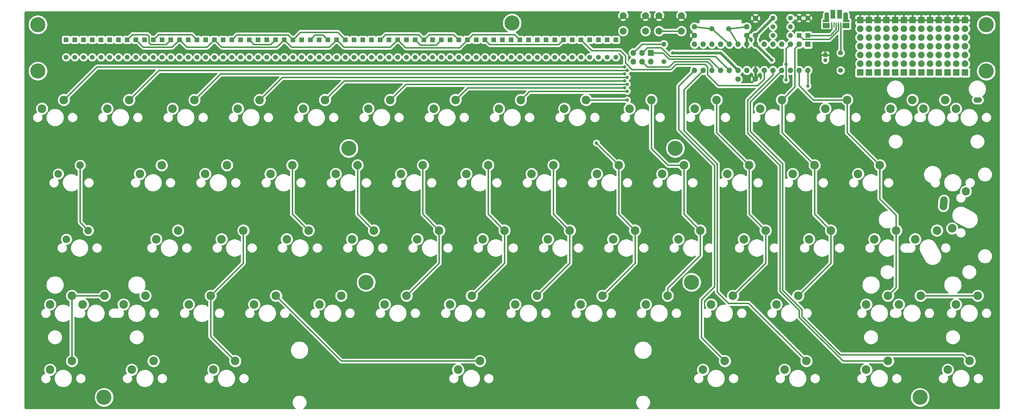
<source format=gtl>
G04 #@! TF.GenerationSoftware,KiCad,Pcbnew,(5.1.6)-1*
G04 #@! TF.CreationDate,2020-08-30T19:28:48+05:30*
G04 #@! TF.ProjectId,tartan,74617274-616e-42e6-9b69-6361645f7063,rev?*
G04 #@! TF.SameCoordinates,Original*
G04 #@! TF.FileFunction,Copper,L1,Top*
G04 #@! TF.FilePolarity,Positive*
%FSLAX46Y46*%
G04 Gerber Fmt 4.6, Leading zero omitted, Abs format (unit mm)*
G04 Created by KiCad (PCBNEW (5.1.6)-1) date 2020-08-30 19:28:48*
%MOMM*%
%LPD*%
G01*
G04 APERTURE LIST*
G04 #@! TA.AperFunction,SMDPad,CuDef*
%ADD10R,1.430000X2.500000*%
G04 #@! TD*
G04 #@! TA.AperFunction,ComponentPad*
%ADD11O,1.350000X1.700000*%
G04 #@! TD*
G04 #@! TA.AperFunction,ComponentPad*
%ADD12O,1.100000X1.500000*%
G04 #@! TD*
G04 #@! TA.AperFunction,SMDPad,CuDef*
%ADD13R,0.400000X1.650000*%
G04 #@! TD*
G04 #@! TA.AperFunction,SMDPad,CuDef*
%ADD14R,2.000000X1.500000*%
G04 #@! TD*
G04 #@! TA.AperFunction,SMDPad,CuDef*
%ADD15R,1.825000X0.700000*%
G04 #@! TD*
G04 #@! TA.AperFunction,SMDPad,CuDef*
%ADD16R,1.350000X2.000000*%
G04 #@! TD*
G04 #@! TA.AperFunction,ComponentPad*
%ADD17C,2.500000*%
G04 #@! TD*
G04 #@! TA.AperFunction,ComponentPad*
%ADD18C,2.400000*%
G04 #@! TD*
G04 #@! TA.AperFunction,ComponentPad*
%ADD19R,1.900000X1.900000*%
G04 #@! TD*
G04 #@! TA.AperFunction,ComponentPad*
%ADD20C,1.900000*%
G04 #@! TD*
G04 #@! TA.AperFunction,ComponentPad*
%ADD21O,1.600000X1.600000*%
G04 #@! TD*
G04 #@! TA.AperFunction,ComponentPad*
%ADD22R,1.600000X1.600000*%
G04 #@! TD*
G04 #@! TA.AperFunction,ComponentPad*
%ADD23C,1.400000*%
G04 #@! TD*
G04 #@! TA.AperFunction,ComponentPad*
%ADD24R,1.400000X1.400000*%
G04 #@! TD*
G04 #@! TA.AperFunction,ComponentPad*
%ADD25C,2.200000*%
G04 #@! TD*
G04 #@! TA.AperFunction,ComponentPad*
%ADD26C,4.400000*%
G04 #@! TD*
G04 #@! TA.AperFunction,ComponentPad*
%ADD27C,2.000000*%
G04 #@! TD*
G04 #@! TA.AperFunction,ComponentPad*
%ADD28O,2.500000X1.500000*%
G04 #@! TD*
G04 #@! TA.AperFunction,ComponentPad*
%ADD29R,1.200000X1.200000*%
G04 #@! TD*
G04 #@! TA.AperFunction,ComponentPad*
%ADD30C,1.200000*%
G04 #@! TD*
G04 #@! TA.AperFunction,ComponentPad*
%ADD31C,1.600000*%
G04 #@! TD*
G04 #@! TA.AperFunction,ComponentPad*
%ADD32O,1.400000X1.400000*%
G04 #@! TD*
G04 #@! TA.AperFunction,ComponentPad*
%ADD33C,1.500000*%
G04 #@! TD*
G04 #@! TA.AperFunction,ComponentPad*
%ADD34O,1.700000X1.700000*%
G04 #@! TD*
G04 #@! TA.AperFunction,ComponentPad*
%ADD35R,1.700000X1.700000*%
G04 #@! TD*
G04 #@! TA.AperFunction,ViaPad*
%ADD36C,1.000000*%
G04 #@! TD*
G04 #@! TA.AperFunction,Conductor*
%ADD37C,0.400000*%
G04 #@! TD*
G04 #@! TA.AperFunction,Conductor*
%ADD38C,0.800000*%
G04 #@! TD*
G04 #@! TA.AperFunction,Conductor*
%ADD39C,0.254000*%
G04 #@! TD*
G04 APERTURE END LIST*
D10*
X265894845Y-31490042D03*
X267814845Y-31490042D03*
D11*
X264124845Y-31760042D03*
X269584845Y-31760042D03*
D12*
X264434845Y-34760042D03*
X269274845Y-34760042D03*
D13*
X265554845Y-34640042D03*
X266204845Y-34640042D03*
X266854845Y-34640042D03*
X267504845Y-34640042D03*
X268154845Y-34640042D03*
D14*
X263954845Y-34760042D03*
X269704845Y-34740042D03*
D15*
X263854845Y-33440042D03*
X269804845Y-33440042D03*
D16*
X269584845Y-32690042D03*
X264104845Y-32690042D03*
D17*
X296165000Y-94420000D03*
X289815000Y-96960000D03*
X298540000Y-56420000D03*
X292190000Y-58960000D03*
X289040000Y-56420000D03*
X282690000Y-58960000D03*
X281915000Y-113420000D03*
X275565000Y-115960000D03*
X53915000Y-113420000D03*
X47565000Y-115960000D03*
X291415000Y-113420000D03*
X285065000Y-115960000D03*
X308040000Y-113420000D03*
X301690000Y-115960000D03*
X305665000Y-132420000D03*
X299315000Y-134960000D03*
X281915000Y-132420000D03*
X275565000Y-134960000D03*
X258165000Y-132420000D03*
X251815000Y-134960000D03*
X234415000Y-132420000D03*
X228065000Y-134960000D03*
X91915000Y-132420000D03*
X85565000Y-134960000D03*
X68165000Y-132420000D03*
X61815000Y-134960000D03*
X44415000Y-132420000D03*
X38065000Y-134960000D03*
X300585000Y-93810000D03*
D18*
X304560000Y-83040000D03*
G04 #@! TA.AperFunction,ComponentPad*
G36*
G01*
X297948831Y-88562199D02*
X297948831Y-88562199D01*
G75*
G02*
X296948888Y-87370514I95871J1095814D01*
G01*
X297114484Y-85477744D01*
G75*
G02*
X298306169Y-84477801I1095814J-95871D01*
G01*
X298306169Y-84477801D01*
G75*
G02*
X299306112Y-85669486I-95871J-1095814D01*
G01*
X299140516Y-87562256D01*
G75*
G02*
X297948831Y-88562199I-1095814J95871D01*
G01*
G37*
G04 #@! TD.AperFunction*
D19*
X296700000Y-33175000D03*
X299240000Y-33175000D03*
X294160000Y-33175000D03*
X286540000Y-33175000D03*
X289080000Y-33175000D03*
X291620000Y-33175000D03*
X284000000Y-33175000D03*
X281460000Y-33175000D03*
X278920000Y-33175000D03*
X276380000Y-33175000D03*
X273840000Y-33175000D03*
X299240000Y-48415000D03*
X294160000Y-48415000D03*
X296700000Y-48415000D03*
X291620000Y-48415000D03*
X284000000Y-48415000D03*
X286540000Y-48415000D03*
X289080000Y-48415000D03*
X281460000Y-48415000D03*
X278920000Y-48415000D03*
X276380000Y-48415000D03*
D20*
X294160000Y-35715000D03*
X281460000Y-38255000D03*
X296700000Y-35715000D03*
X286540000Y-35715000D03*
X299240000Y-35715000D03*
X284000000Y-35715000D03*
X291620000Y-35715000D03*
X273840000Y-35715000D03*
X289080000Y-35715000D03*
X281460000Y-35715000D03*
X276380000Y-35715000D03*
X286540000Y-38255000D03*
X278920000Y-35715000D03*
X299240000Y-38255000D03*
X291620000Y-38255000D03*
X278920000Y-38255000D03*
X289080000Y-38255000D03*
X284000000Y-38255000D03*
X296700000Y-40795000D03*
X289080000Y-40795000D03*
X284000000Y-40795000D03*
X299240000Y-40795000D03*
X281460000Y-40795000D03*
X278920000Y-40795000D03*
X273840000Y-40795000D03*
X286540000Y-40795000D03*
X291620000Y-40795000D03*
X276380000Y-40795000D03*
X273840000Y-38255000D03*
X276380000Y-38255000D03*
X294160000Y-38255000D03*
X294160000Y-40795000D03*
X296700000Y-38255000D03*
X286540000Y-43335000D03*
X281460000Y-43335000D03*
X299240000Y-43335000D03*
X276380000Y-43335000D03*
X294160000Y-43335000D03*
X296700000Y-43335000D03*
X291620000Y-43335000D03*
X278920000Y-43335000D03*
X289080000Y-43335000D03*
X284000000Y-43335000D03*
X273840000Y-43335000D03*
X286540000Y-45875000D03*
X281460000Y-45875000D03*
X299240000Y-45875000D03*
X276380000Y-45875000D03*
X294160000Y-45875000D03*
X296700000Y-45875000D03*
X291620000Y-45875000D03*
X278920000Y-45875000D03*
X289080000Y-45875000D03*
X284000000Y-45875000D03*
X273840000Y-45875000D03*
D19*
X273840000Y-48415000D03*
D20*
X301780000Y-38255000D03*
X301780000Y-43335000D03*
X304320000Y-43335000D03*
X304320000Y-45875000D03*
X301780000Y-45875000D03*
X304320000Y-35715000D03*
D19*
X304320000Y-33175000D03*
D20*
X301780000Y-40795000D03*
X301780000Y-35715000D03*
X304320000Y-38255000D03*
D19*
X301780000Y-48415000D03*
X304320000Y-48415000D03*
X301780000Y-33175000D03*
D20*
X304320000Y-40795000D03*
D17*
X251040000Y-56420000D03*
X244690000Y-58960000D03*
D21*
X258600000Y-47780000D03*
X225580000Y-40160000D03*
X256060000Y-47780000D03*
X228120000Y-40160000D03*
X253520000Y-47780000D03*
X230660000Y-40160000D03*
X250980000Y-47780000D03*
X233200000Y-40160000D03*
X248440000Y-47780000D03*
X235740000Y-40160000D03*
X245900000Y-47780000D03*
X238280000Y-40160000D03*
X243360000Y-47780000D03*
X240820000Y-40160000D03*
X240820000Y-47780000D03*
X243360000Y-40160000D03*
X238280000Y-47780000D03*
X245900000Y-40160000D03*
X235740000Y-47780000D03*
X248440000Y-40160000D03*
X233200000Y-47780000D03*
X250980000Y-40160000D03*
X230660000Y-47780000D03*
X253520000Y-40160000D03*
X228120000Y-47780000D03*
X256060000Y-40160000D03*
X225580000Y-47780000D03*
D22*
X258600000Y-40160000D03*
D23*
X131600000Y-43970000D03*
D24*
X131600000Y-38890000D03*
D25*
X49165000Y-94420000D03*
X42815000Y-96960000D03*
X46790000Y-75420000D03*
X40440000Y-77960000D03*
D26*
X172500000Y-34000000D03*
D17*
X213040000Y-56420000D03*
X206690000Y-58960000D03*
D27*
X204856000Y-36350000D03*
X204856000Y-31850000D03*
X211356000Y-36350000D03*
X211356000Y-31850000D03*
D17*
X122790000Y-113420000D03*
X116440000Y-115960000D03*
X99040000Y-56420000D03*
X92690000Y-58960000D03*
X163165000Y-132420000D03*
X156815000Y-134960000D03*
X255790000Y-113420000D03*
X249440000Y-115960000D03*
X284290000Y-94420000D03*
X277940000Y-96960000D03*
X38065000Y-115960000D03*
X44415000Y-113420000D03*
X42040000Y-56420000D03*
X35690000Y-58960000D03*
X265290000Y-94420000D03*
X258940000Y-96960000D03*
X260540000Y-75420000D03*
X254190000Y-77960000D03*
X137040000Y-56420000D03*
X130690000Y-58960000D03*
X61040000Y-56420000D03*
X54690000Y-58960000D03*
X80040000Y-56420000D03*
X73690000Y-58960000D03*
X118040000Y-56420000D03*
X111690000Y-58960000D03*
X156040000Y-56420000D03*
X149690000Y-58960000D03*
X175040000Y-56420000D03*
X168690000Y-58960000D03*
X194040000Y-56420000D03*
X187690000Y-58960000D03*
X232040000Y-56420000D03*
X225690000Y-58960000D03*
X270040000Y-56420000D03*
X263690000Y-58960000D03*
D28*
X308040000Y-56420000D03*
D17*
X301690000Y-58960000D03*
X70540000Y-75420000D03*
X64190000Y-77960000D03*
X89540000Y-75420000D03*
X83190000Y-77960000D03*
X108540000Y-75420000D03*
X102190000Y-77960000D03*
X127540000Y-75420000D03*
X121190000Y-77960000D03*
X146540000Y-75420000D03*
X140190000Y-77960000D03*
X165540000Y-75420000D03*
X159190000Y-77960000D03*
X184540000Y-75420000D03*
X178190000Y-77960000D03*
X203540000Y-75420000D03*
X197190000Y-77960000D03*
X279540000Y-75420000D03*
X273190000Y-77960000D03*
X75290000Y-94420000D03*
X68940000Y-96960000D03*
X94290000Y-94420000D03*
X87940000Y-96960000D03*
X113290000Y-94420000D03*
X106940000Y-96960000D03*
X132290000Y-94420000D03*
X125940000Y-96960000D03*
X151290000Y-94420000D03*
X144940000Y-96960000D03*
X170290000Y-94420000D03*
X163940000Y-96960000D03*
X222540000Y-75420000D03*
X216190000Y-77960000D03*
X241540000Y-75420000D03*
X235190000Y-77960000D03*
X189290000Y-94420000D03*
X182940000Y-96960000D03*
X208290000Y-94420000D03*
X201940000Y-96960000D03*
X227290000Y-94420000D03*
X220940000Y-96960000D03*
X246290000Y-94420000D03*
X239940000Y-96960000D03*
X65790000Y-113420000D03*
X59440000Y-115960000D03*
X84790000Y-113420000D03*
X78440000Y-115960000D03*
X103790000Y-113420000D03*
X97440000Y-115960000D03*
X141790000Y-113420000D03*
X135440000Y-115960000D03*
X160790000Y-113420000D03*
X154440000Y-115960000D03*
X179790000Y-113420000D03*
X173440000Y-115960000D03*
X198790000Y-113420000D03*
X192440000Y-115960000D03*
X217790000Y-113420000D03*
X211440000Y-115960000D03*
X236790000Y-113420000D03*
X230440000Y-115960000D03*
D24*
X162080000Y-38890000D03*
D23*
X162080000Y-43970000D03*
D24*
X154460000Y-38890000D03*
D23*
X154460000Y-43970000D03*
D29*
X263680000Y-43335000D03*
D30*
X263680000Y-44835000D03*
D31*
X243360000Y-37620000D03*
X243360000Y-32620000D03*
X243280000Y-50320000D03*
X238280000Y-50320000D03*
X225580000Y-35120000D03*
X225580000Y-37620000D03*
X240820000Y-37620000D03*
X240820000Y-35120000D03*
D24*
X42700000Y-38890000D03*
D23*
X42700000Y-43970000D03*
D24*
X65560000Y-38890000D03*
D23*
X65560000Y-43970000D03*
D24*
X78260000Y-38890000D03*
D23*
X78260000Y-43970000D03*
D24*
X90960000Y-38890000D03*
D23*
X90960000Y-43970000D03*
X108740000Y-43970000D03*
D24*
X108740000Y-38890000D03*
X123980000Y-38890000D03*
D23*
X123980000Y-43970000D03*
X141760000Y-43970000D03*
D24*
X141760000Y-38890000D03*
D23*
X164620000Y-43970000D03*
D24*
X164620000Y-38890000D03*
D23*
X187480000Y-43970000D03*
D24*
X187480000Y-38890000D03*
X202720000Y-38890000D03*
D23*
X202720000Y-43970000D03*
D24*
X200180000Y-38890000D03*
D23*
X200180000Y-43970000D03*
D24*
X197640000Y-38890000D03*
D23*
X197640000Y-43970000D03*
X195100000Y-43970000D03*
D24*
X195100000Y-38890000D03*
X70640000Y-38890000D03*
D23*
X70640000Y-43970000D03*
X98580000Y-43970000D03*
D24*
X98580000Y-38890000D03*
D23*
X192560000Y-43970000D03*
D24*
X192560000Y-38890000D03*
X190020000Y-38890000D03*
D23*
X190020000Y-43970000D03*
X151920000Y-43970000D03*
D24*
X151920000Y-38890000D03*
X144300000Y-38890000D03*
D23*
X144300000Y-43970000D03*
X45240000Y-43970000D03*
D24*
X45240000Y-38890000D03*
D23*
X63020000Y-43970000D03*
D24*
X63020000Y-38890000D03*
D23*
X75720000Y-43970000D03*
D24*
X75720000Y-38890000D03*
X85880000Y-38890000D03*
D23*
X85880000Y-43970000D03*
D24*
X106200000Y-38890000D03*
D23*
X106200000Y-43970000D03*
X121440000Y-43970000D03*
D24*
X121440000Y-38890000D03*
D23*
X139220000Y-43970000D03*
D24*
X139220000Y-38890000D03*
D23*
X159540000Y-43970000D03*
D24*
X159540000Y-38890000D03*
X174780000Y-38890000D03*
D23*
X174780000Y-43970000D03*
X177320000Y-43970000D03*
D24*
X177320000Y-38890000D03*
D23*
X179860000Y-43970000D03*
D24*
X179860000Y-38890000D03*
X182400000Y-38890000D03*
D23*
X182400000Y-43970000D03*
D24*
X184940000Y-38890000D03*
D23*
X184940000Y-43970000D03*
D24*
X172240000Y-38890000D03*
D23*
X172240000Y-43970000D03*
X47780000Y-43970000D03*
D24*
X47780000Y-38890000D03*
D23*
X60480000Y-43970000D03*
D24*
X60480000Y-38890000D03*
X73180000Y-38890000D03*
D23*
X73180000Y-43970000D03*
D24*
X83340000Y-38890000D03*
D23*
X83340000Y-43970000D03*
D24*
X96040000Y-38890000D03*
D23*
X96040000Y-43970000D03*
D24*
X103660000Y-38890000D03*
D23*
X103660000Y-43970000D03*
X113820000Y-43970000D03*
D24*
X113820000Y-38890000D03*
D23*
X118900000Y-43970000D03*
D24*
X118900000Y-38890000D03*
X136680000Y-38890000D03*
D23*
X136680000Y-43970000D03*
X149380000Y-43970000D03*
D24*
X149380000Y-38890000D03*
X167160000Y-38890000D03*
D23*
X167160000Y-43970000D03*
D24*
X169700000Y-38890000D03*
D23*
X169700000Y-43970000D03*
X52860000Y-43970000D03*
D24*
X52860000Y-38890000D03*
D23*
X55400000Y-43970000D03*
D24*
X55400000Y-38890000D03*
D23*
X268125000Y-47800000D03*
X268125000Y-42700000D03*
D26*
X34500000Y-34500000D03*
X34500000Y-48000000D03*
X310500000Y-34500000D03*
X310500000Y-48000000D03*
X53750000Y-143000000D03*
X130000000Y-109500000D03*
X125000000Y-70500000D03*
X291250000Y-143000000D03*
X220000000Y-70500000D03*
D23*
X216690000Y-45240000D03*
D32*
X216690000Y-40160000D03*
X248440000Y-32540000D03*
D23*
X253520000Y-32540000D03*
X248440000Y-37620000D03*
D32*
X253520000Y-37620000D03*
X253520000Y-35080000D03*
D23*
X248440000Y-35080000D03*
D33*
X230660000Y-35715000D03*
X235540000Y-35715000D03*
D23*
X126520000Y-43970000D03*
D24*
X126520000Y-38890000D03*
D26*
X224750000Y-109500000D03*
D34*
X207800000Y-45240000D03*
X207800000Y-42700000D03*
X210340000Y-45240000D03*
X210340000Y-42700000D03*
X212880000Y-45240000D03*
D35*
X212880000Y-42700000D03*
D23*
X50320000Y-43970000D03*
D24*
X50320000Y-38890000D03*
X57940000Y-38890000D03*
D23*
X57940000Y-43970000D03*
X68100000Y-43970000D03*
D24*
X68100000Y-38890000D03*
D23*
X80800000Y-43970000D03*
D24*
X80800000Y-38890000D03*
X88420000Y-38890000D03*
D23*
X88420000Y-43970000D03*
X93500000Y-43970000D03*
D24*
X93500000Y-38890000D03*
X101120000Y-38890000D03*
D23*
X101120000Y-43970000D03*
X111280000Y-43970000D03*
D24*
X111280000Y-38890000D03*
X116360000Y-38890000D03*
D23*
X116360000Y-43970000D03*
X129060000Y-43970000D03*
D24*
X129060000Y-38890000D03*
X134140000Y-38890000D03*
D23*
X134140000Y-43970000D03*
X146840000Y-43970000D03*
D24*
X146840000Y-38890000D03*
X157000000Y-38890000D03*
D23*
X157000000Y-43970000D03*
D24*
X256060000Y-37620000D03*
D23*
X256060000Y-32540000D03*
X258600000Y-32540000D03*
D24*
X258600000Y-37620000D03*
D27*
X215270000Y-36350000D03*
X215270000Y-31850000D03*
X221770000Y-36350000D03*
X221770000Y-31850000D03*
D36*
X238280000Y-44478000D03*
X258600000Y-43208000D03*
X246281000Y-32540000D03*
X246154000Y-36858000D03*
X225580000Y-32413000D03*
X228374000Y-32413000D03*
X230914000Y-32413000D03*
X235740000Y-32413000D03*
X238280000Y-32413000D03*
X240820000Y-32413000D03*
X233200000Y-32413000D03*
X263680000Y-47780000D03*
X228120000Y-50447000D03*
X32000000Y-32000000D03*
X32000000Y-41000000D03*
X32000000Y-52000000D03*
X32000000Y-90000000D03*
X32000000Y-128000000D03*
X32000000Y-145000000D03*
X77000000Y-145000000D03*
X130000000Y-145000000D03*
X187000000Y-145000000D03*
X244000000Y-145000000D03*
X313000000Y-145000000D03*
X268000000Y-145000000D03*
X313000000Y-128000000D03*
X313000000Y-109000000D03*
X313000000Y-90000000D03*
X313000000Y-71000000D03*
X313000000Y-52000000D03*
X313000000Y-41000000D03*
X313000000Y-32000000D03*
X32000000Y-109000000D03*
X32000000Y-71000000D03*
X66830000Y-45367000D03*
X79530000Y-45367000D03*
X92230000Y-45367000D03*
X105438000Y-75339000D03*
X110010000Y-45367000D03*
X120424000Y-58067000D03*
X116487000Y-67846000D03*
X137315000Y-91849000D03*
X134648000Y-95786000D03*
X115344000Y-88801000D03*
X112550000Y-77498000D03*
X101374000Y-57940000D03*
X82070000Y-58575000D03*
X125250000Y-45367000D03*
X155222000Y-87658000D03*
X155857000Y-92357000D03*
X160810000Y-91468000D03*
X176431000Y-93881000D03*
X143030000Y-45494000D03*
X165890000Y-42192000D03*
X169319000Y-83848000D03*
X223802000Y-70513000D03*
X197000000Y-94000000D03*
X218595000Y-92191900D03*
X235155800Y-89944000D03*
X252453200Y-86172100D03*
X258447600Y-93766700D03*
X264975400Y-86172100D03*
X268531400Y-85283100D03*
X263045000Y-75402500D03*
X250992700Y-70360600D03*
X278894600Y-63464500D03*
X221008000Y-40160000D03*
X248083000Y-44835000D03*
X219230000Y-42700000D03*
X206022000Y-49812000D03*
X205260000Y-46764000D03*
X206022000Y-47780000D03*
X258600000Y-52352000D03*
X205260000Y-48796000D03*
X197057000Y-68937000D03*
X206026000Y-56420000D03*
X206022000Y-53876000D03*
X205260000Y-52860000D03*
X252250000Y-50574000D03*
X252250000Y-46002000D03*
X205260000Y-50828000D03*
X206022000Y-51844000D03*
D37*
X243280000Y-50320000D02*
X243280000Y-50218200D01*
D38*
X240820000Y-37620000D02*
X240820000Y-40160000D01*
X243360000Y-50240000D02*
X243280000Y-50320000D01*
X243360000Y-47780000D02*
X243360000Y-50240000D01*
D37*
X262020043Y-35960043D02*
X258600000Y-32540000D01*
X265459844Y-35960043D02*
X262020043Y-35960043D01*
X265554845Y-35865042D02*
X265459844Y-35960043D01*
X265554845Y-34640042D02*
X265554845Y-35865042D01*
D38*
X243360000Y-37620000D02*
X243360000Y-40160000D01*
X248440000Y-32540000D02*
X243360000Y-37620000D01*
X243360000Y-40160000D02*
X243408000Y-40160000D01*
X243408000Y-40160000D02*
X248083000Y-44835000D01*
X233200000Y-42700000D02*
X238280000Y-47780000D01*
X219230000Y-42700000D02*
X233200000Y-42700000D01*
D37*
X230660000Y-35715000D02*
X235740000Y-40160000D01*
X230660000Y-35715000D02*
X225580000Y-35120000D01*
X235540000Y-35715000D02*
X238280000Y-40160000D01*
X240820000Y-35120000D02*
X235540000Y-35715000D01*
X216436000Y-42700000D02*
X212880000Y-42700000D01*
X218214000Y-44478000D02*
X216436000Y-42700000D01*
X233200000Y-47780000D02*
X229898000Y-44478000D01*
X229898000Y-44478000D02*
X218214000Y-44478000D01*
X166017000Y-40287000D02*
X164620000Y-38890000D01*
X187480000Y-38890000D02*
X186083000Y-40287000D01*
X186083000Y-40287000D02*
X166017000Y-40287000D01*
X110899000Y-36731000D02*
X108740000Y-38890000D01*
X123980000Y-38890000D02*
X121821000Y-36731000D01*
X121821000Y-36731000D02*
X110899000Y-36731000D01*
X92357000Y-37493000D02*
X90960000Y-38890000D01*
X108740000Y-38890000D02*
X107343000Y-37493000D01*
X107343000Y-37493000D02*
X92357000Y-37493000D01*
X148364000Y-37366000D02*
X146840000Y-38890000D01*
X157000000Y-38890000D02*
X155476000Y-37366000D01*
X155476000Y-37366000D02*
X148364000Y-37366000D01*
X135664000Y-37366000D02*
X134140000Y-38890000D01*
X146840000Y-38890000D02*
X145316000Y-37366000D01*
X145316000Y-37366000D02*
X135664000Y-37366000D01*
X69624000Y-37366000D02*
X79276000Y-37366000D01*
X68100000Y-38890000D02*
X69624000Y-37366000D01*
X79276000Y-37366000D02*
X80800000Y-38890000D01*
X211864000Y-41176000D02*
X210340000Y-42700000D01*
X215928000Y-41176000D02*
X211864000Y-41176000D01*
X218468000Y-43716000D02*
X215928000Y-41176000D01*
X235740000Y-47780000D02*
X231676000Y-43716000D01*
X231676000Y-43716000D02*
X218468000Y-43716000D01*
X141506000Y-41176000D02*
X139220000Y-38890000D01*
X159540000Y-38890000D02*
X157254000Y-41176000D01*
X157254000Y-41176000D02*
X141506000Y-41176000D01*
X161064000Y-37366000D02*
X159540000Y-38890000D01*
X174780000Y-38890000D02*
X173256000Y-37366000D01*
X173256000Y-37366000D02*
X161064000Y-37366000D01*
X123599000Y-41049000D02*
X121440000Y-38890000D01*
X139220000Y-38890000D02*
X137061000Y-41049000D01*
X137061000Y-41049000D02*
X123599000Y-41049000D01*
X108359000Y-41049000D02*
X106200000Y-38890000D01*
X121440000Y-38890000D02*
X119281000Y-41049000D01*
X119281000Y-41049000D02*
X108359000Y-41049000D01*
X106200000Y-38890000D02*
X104041000Y-41049000D01*
X88039000Y-41049000D02*
X85880000Y-38890000D01*
X104041000Y-41049000D02*
X88039000Y-41049000D01*
X83721000Y-41049000D02*
X85880000Y-38890000D01*
X77879000Y-41049000D02*
X83721000Y-41049000D01*
X75720000Y-38890000D02*
X77879000Y-41049000D01*
X75720000Y-38890000D02*
X73561000Y-41049000D01*
X65179000Y-41049000D02*
X63020000Y-38890000D01*
X73561000Y-41049000D02*
X65179000Y-41049000D01*
X211864000Y-46764000D02*
X210340000Y-45240000D01*
X218214000Y-46764000D02*
X211864000Y-46764000D01*
X219738000Y-45240000D02*
X218214000Y-46764000D01*
X229390000Y-45240000D02*
X219738000Y-45240000D01*
X230660000Y-46510000D02*
X229390000Y-45240000D01*
X230660000Y-47780000D02*
X230660000Y-46510000D01*
X113820000Y-38890000D02*
X115217000Y-37493000D01*
X117503000Y-37493000D02*
X118900000Y-38890000D01*
X115217000Y-37493000D02*
X117503000Y-37493000D01*
X97437000Y-40287000D02*
X96040000Y-38890000D01*
X103660000Y-38890000D02*
X102263000Y-40287000D01*
X102263000Y-40287000D02*
X97437000Y-40287000D01*
X66322000Y-37366000D02*
X62004000Y-37366000D01*
X66830000Y-37874000D02*
X66322000Y-37366000D01*
X66830000Y-39779000D02*
X66830000Y-37874000D01*
X67338000Y-40287000D02*
X66830000Y-39779000D01*
X73180000Y-38890000D02*
X71783000Y-40287000D01*
X71783000Y-40287000D02*
X67338000Y-40287000D01*
X62004000Y-37366000D02*
X60480000Y-38890000D01*
X268155000Y-42670000D02*
X268125000Y-42700000D01*
X268155010Y-34640207D02*
X268154845Y-34640042D01*
X268155010Y-42669990D02*
X268155010Y-34640207D01*
X268125000Y-42700000D02*
X268155010Y-42669990D01*
X210340000Y-40160000D02*
X207800000Y-42700000D01*
X216690000Y-40160000D02*
X210340000Y-40160000D01*
X108540000Y-89670000D02*
X113290000Y-94420000D01*
X108540000Y-75420000D02*
X108540000Y-89670000D01*
X122790000Y-132420000D02*
X128580000Y-132420000D01*
X103790000Y-113420000D02*
X122790000Y-132420000D01*
X163165000Y-132420000D02*
X128580000Y-132420000D01*
X105648000Y-49812000D02*
X99040000Y-56420000D01*
X206022000Y-49812000D02*
X105648000Y-49812000D01*
X53915000Y-113420000D02*
X44415000Y-113420000D01*
X46790000Y-92045000D02*
X49165000Y-94420000D01*
X46790000Y-75420000D02*
X46790000Y-92045000D01*
X44415000Y-113420000D02*
X44415000Y-132420000D01*
X51696000Y-46764000D02*
X42040000Y-56420000D01*
X205260000Y-46764000D02*
X51696000Y-46764000D01*
X69680000Y-47780000D02*
X61040000Y-56420000D01*
X206022000Y-47780000D02*
X69680000Y-47780000D01*
X227290000Y-94420000D02*
X227290000Y-101696000D01*
X227290000Y-101696000D02*
X217790000Y-111196000D01*
X217790000Y-111196000D02*
X217790000Y-113420000D01*
X213040000Y-56420000D02*
X213040000Y-70546000D01*
X213040000Y-70546000D02*
X217914000Y-75420000D01*
X217914000Y-75420000D02*
X222540000Y-75420000D01*
X222540000Y-89670000D02*
X227290000Y-94420000D01*
X222540000Y-75420000D02*
X222540000Y-89670000D01*
X258600000Y-47780000D02*
X258600000Y-52352000D01*
X94290000Y-103920000D02*
X84790000Y-113420000D01*
X94290000Y-94420000D02*
X94290000Y-103920000D01*
X84790000Y-125295000D02*
X91915000Y-132420000D01*
X84790000Y-113420000D02*
X84790000Y-125295000D01*
X221770000Y-36350000D02*
X215270000Y-36350000D01*
X87664000Y-48796000D02*
X80040000Y-56420000D01*
X205260000Y-48796000D02*
X87664000Y-48796000D01*
X208290000Y-103920000D02*
X198790000Y-113420000D01*
X208290000Y-94420000D02*
X208290000Y-103920000D01*
X203540000Y-89670000D02*
X208290000Y-94420000D01*
X203540000Y-75420000D02*
X203540000Y-89670000D01*
X197057000Y-68937000D02*
X203540000Y-75420000D01*
X206026000Y-56420000D02*
X194040000Y-56420000D01*
X189290000Y-103920000D02*
X179790000Y-113420000D01*
X189290000Y-94420000D02*
X189290000Y-103920000D01*
X184540000Y-89670000D02*
X189290000Y-94420000D01*
X184540000Y-75420000D02*
X184540000Y-89670000D01*
X303829000Y-130584000D02*
X305665000Y-132420000D01*
X256822000Y-119408000D02*
X267998000Y-130584000D01*
X250980000Y-47780000D02*
X241836000Y-56924000D01*
X241836000Y-56924000D02*
X241836000Y-65560000D01*
X241836000Y-65560000D02*
X251234000Y-74958000D01*
X251234000Y-74958000D02*
X251234000Y-111788000D01*
X251234000Y-111788000D02*
X256822000Y-117376000D01*
X267998000Y-130584000D02*
X303829000Y-130584000D01*
X256822000Y-117376000D02*
X256822000Y-119408000D01*
X177584000Y-53876000D02*
X175040000Y-56420000D01*
X206022000Y-53876000D02*
X177584000Y-53876000D01*
X170290000Y-103920000D02*
X160790000Y-113420000D01*
X170290000Y-94420000D02*
X170290000Y-103920000D01*
X165540000Y-89670000D02*
X170290000Y-94420000D01*
X165540000Y-75420000D02*
X165540000Y-89670000D01*
X256060000Y-119662000D02*
X268818000Y-132420000D01*
X256060000Y-117630000D02*
X256060000Y-119662000D01*
X248440000Y-47780000D02*
X248440000Y-49050000D01*
X241074000Y-56416000D02*
X241074000Y-66068000D01*
X268818000Y-132420000D02*
X281915000Y-132420000D01*
X241074000Y-66068000D02*
X250472000Y-75466000D01*
X250472000Y-75466000D02*
X250472000Y-112042000D01*
X248440000Y-49050000D02*
X241074000Y-56416000D01*
X250472000Y-112042000D02*
X256060000Y-117630000D01*
X159600000Y-52860000D02*
X156040000Y-56420000D01*
X205260000Y-52860000D02*
X159600000Y-52860000D01*
X246290000Y-103920000D02*
X236790000Y-113420000D01*
X246290000Y-94420000D02*
X246290000Y-103920000D01*
X241540000Y-89670000D02*
X246290000Y-94420000D01*
X241540000Y-75420000D02*
X241540000Y-89670000D01*
X232040000Y-65920000D02*
X241540000Y-75420000D01*
X232040000Y-56420000D02*
X232040000Y-65920000D01*
X252250000Y-41430000D02*
X253520000Y-40160000D01*
X252250000Y-46002000D02*
X252250000Y-41430000D01*
X252250000Y-50574000D02*
X252250000Y-46002000D01*
X127540000Y-89670000D02*
X132290000Y-94420000D01*
X127540000Y-75420000D02*
X127540000Y-89670000D01*
X221008000Y-52352000D02*
X225580000Y-47780000D01*
X227612000Y-125617000D02*
X227612000Y-114582000D01*
X234415000Y-132420000D02*
X227612000Y-125617000D01*
X227612000Y-114582000D02*
X231422000Y-110772000D01*
X231422000Y-110772000D02*
X231422000Y-75466000D01*
X231422000Y-75466000D02*
X221008000Y-65052000D01*
X221008000Y-65052000D02*
X221008000Y-52352000D01*
X123632000Y-50828000D02*
X118040000Y-56420000D01*
X205260000Y-50828000D02*
X123632000Y-50828000D01*
X265290000Y-103920000D02*
X255790000Y-113420000D01*
X265290000Y-94420000D02*
X265290000Y-103920000D01*
X260540000Y-89670000D02*
X265290000Y-94420000D01*
X260540000Y-75420000D02*
X260540000Y-89670000D01*
X251040000Y-65920000D02*
X260540000Y-75420000D01*
X251040000Y-56420000D02*
X251040000Y-65920000D01*
X256060000Y-40160000D02*
X254790000Y-41430000D01*
X254790000Y-52670000D02*
X251040000Y-56420000D01*
X254790000Y-41430000D02*
X254790000Y-52670000D01*
X151290000Y-103920000D02*
X141790000Y-113420000D01*
X151290000Y-94420000D02*
X151290000Y-103920000D01*
X146540000Y-89670000D02*
X151290000Y-94420000D01*
X146540000Y-75420000D02*
X146540000Y-89670000D01*
X241343000Y-115598000D02*
X258165000Y-132420000D01*
X222532000Y-53368000D02*
X222532000Y-65306000D01*
X228120000Y-47780000D02*
X222532000Y-53368000D01*
X222532000Y-65306000D02*
X232184000Y-74958000D01*
X232184000Y-74958000D02*
X232184000Y-112296000D01*
X232184000Y-112296000D02*
X235486000Y-115598000D01*
X235486000Y-115598000D02*
X241343000Y-115598000D01*
X141616000Y-51844000D02*
X137040000Y-56420000D01*
X206022000Y-51844000D02*
X141616000Y-51844000D01*
X284290000Y-94420000D02*
X284290000Y-106295000D01*
X270040000Y-65920000D02*
X279540000Y-75420000D01*
X270040000Y-56420000D02*
X270040000Y-65920000D01*
X279540000Y-75420000D02*
X279540000Y-85230000D01*
X284290000Y-89980000D02*
X284290000Y-94420000D01*
X279540000Y-85230000D02*
X284290000Y-89980000D01*
X256060000Y-47780000D02*
X256060000Y-52225000D01*
X260255000Y-56420000D02*
X270040000Y-56420000D01*
X256060000Y-52225000D02*
X260255000Y-56420000D01*
X291415000Y-113420000D02*
X300915000Y-113420000D01*
X300915000Y-113420000D02*
X308040000Y-113420000D01*
X284290000Y-111045000D02*
X281915000Y-113420000D01*
X284290000Y-106295000D02*
X284290000Y-111045000D01*
X151920000Y-38890000D02*
X150396000Y-40414000D01*
X145824000Y-40414000D02*
X144300000Y-38890000D01*
X150396000Y-40414000D02*
X145824000Y-40414000D01*
X205514000Y-43589000D02*
X203990000Y-42065000D01*
X205514000Y-45621000D02*
X205514000Y-43589000D01*
X207419000Y-47526000D02*
X205514000Y-45621000D01*
X218722000Y-47526000D02*
X207419000Y-47526000D01*
X220246000Y-46002000D02*
X218722000Y-47526000D01*
X228628000Y-46002000D02*
X220246000Y-46002000D01*
X203990000Y-42065000D02*
X195735000Y-42065000D01*
X245900000Y-50320000D02*
X243995000Y-52225000D01*
X195735000Y-42065000D02*
X192560000Y-38890000D01*
X245900000Y-47780000D02*
X245900000Y-50320000D01*
X243995000Y-52225000D02*
X232565000Y-52225000D01*
X232565000Y-52225000D02*
X229390000Y-49050000D01*
X229390000Y-49050000D02*
X229390000Y-46764000D01*
X229390000Y-46764000D02*
X228628000Y-46002000D01*
X265099887Y-37620000D02*
X258600000Y-37620000D01*
X266854845Y-35865042D02*
X265099887Y-37620000D01*
X266854845Y-34640042D02*
X266854845Y-35865042D01*
X267504845Y-34640042D02*
X267504845Y-34370791D01*
X257210001Y-38770001D02*
X256060000Y-37620000D01*
X264869138Y-38770001D02*
X257210001Y-38770001D01*
X267504845Y-36134294D02*
X264869138Y-38770001D01*
X267504845Y-34640042D02*
X267504845Y-36134294D01*
D39*
G36*
X203604917Y-30778525D02*
G01*
X203720585Y-30894193D01*
X203456186Y-30989956D01*
X203315296Y-31279571D01*
X203233616Y-31591108D01*
X203214282Y-31912595D01*
X203258039Y-32231675D01*
X203363205Y-32536088D01*
X203456186Y-32710044D01*
X203720587Y-32805808D01*
X204676395Y-31850000D01*
X204662253Y-31835858D01*
X204841858Y-31656253D01*
X204856000Y-31670395D01*
X204870143Y-31656253D01*
X205049748Y-31835858D01*
X205035605Y-31850000D01*
X205991413Y-32805808D01*
X206255814Y-32710044D01*
X206396704Y-32420429D01*
X206478384Y-32108892D01*
X206497718Y-31787405D01*
X206453961Y-31468325D01*
X206348795Y-31163912D01*
X206255814Y-30989956D01*
X205991415Y-30894193D01*
X206107083Y-30778525D01*
X206038558Y-30710000D01*
X210173442Y-30710000D01*
X210104917Y-30778525D01*
X210220585Y-30894193D01*
X209956186Y-30989956D01*
X209815296Y-31279571D01*
X209733616Y-31591108D01*
X209714282Y-31912595D01*
X209758039Y-32231675D01*
X209863205Y-32536088D01*
X209956186Y-32710044D01*
X210220587Y-32805808D01*
X211176395Y-31850000D01*
X211162253Y-31835858D01*
X211341858Y-31656253D01*
X211356000Y-31670395D01*
X211370143Y-31656253D01*
X211549748Y-31835858D01*
X211535605Y-31850000D01*
X212491413Y-32805808D01*
X212755814Y-32710044D01*
X212896704Y-32420429D01*
X212978384Y-32108892D01*
X212997718Y-31787405D01*
X212953961Y-31468325D01*
X212848795Y-31163912D01*
X212755814Y-30989956D01*
X212491415Y-30894193D01*
X212607083Y-30778525D01*
X212538558Y-30710000D01*
X214087442Y-30710000D01*
X214018917Y-30778525D01*
X214134585Y-30894193D01*
X213870186Y-30989956D01*
X213729296Y-31279571D01*
X213647616Y-31591108D01*
X213628282Y-31912595D01*
X213672039Y-32231675D01*
X213777205Y-32536088D01*
X213870186Y-32710044D01*
X214134587Y-32805808D01*
X215090395Y-31850000D01*
X215076253Y-31835858D01*
X215255858Y-31656253D01*
X215270000Y-31670395D01*
X215284143Y-31656253D01*
X215463748Y-31835858D01*
X215449605Y-31850000D01*
X216405413Y-32805808D01*
X216669814Y-32710044D01*
X216810704Y-32420429D01*
X216892384Y-32108892D01*
X216911718Y-31787405D01*
X216867961Y-31468325D01*
X216762795Y-31163912D01*
X216669814Y-30989956D01*
X216405415Y-30894193D01*
X216521083Y-30778525D01*
X216452558Y-30710000D01*
X220587442Y-30710000D01*
X220518917Y-30778525D01*
X220634585Y-30894193D01*
X220370186Y-30989956D01*
X220229296Y-31279571D01*
X220147616Y-31591108D01*
X220128282Y-31912595D01*
X220172039Y-32231675D01*
X220277205Y-32536088D01*
X220370186Y-32710044D01*
X220634587Y-32805808D01*
X221590395Y-31850000D01*
X221576253Y-31835858D01*
X221755858Y-31656253D01*
X221770000Y-31670395D01*
X221784143Y-31656253D01*
X221963748Y-31835858D01*
X221949605Y-31850000D01*
X222905413Y-32805808D01*
X223169814Y-32710044D01*
X223179315Y-32690512D01*
X241919783Y-32690512D01*
X241961213Y-32970130D01*
X242056397Y-33236292D01*
X242123329Y-33361514D01*
X242367298Y-33433097D01*
X243180395Y-32620000D01*
X243539605Y-32620000D01*
X244352702Y-33433097D01*
X244596671Y-33361514D01*
X244717571Y-33106004D01*
X244786300Y-32831816D01*
X244800217Y-32549488D01*
X244758787Y-32269870D01*
X244663603Y-32003708D01*
X244596671Y-31878486D01*
X244352702Y-31806903D01*
X243539605Y-32620000D01*
X243180395Y-32620000D01*
X242367298Y-31806903D01*
X242123329Y-31878486D01*
X242002429Y-32133996D01*
X241933700Y-32408184D01*
X241919783Y-32690512D01*
X223179315Y-32690512D01*
X223310704Y-32420429D01*
X223392384Y-32108892D01*
X223411718Y-31787405D01*
X223389762Y-31627298D01*
X242546903Y-31627298D01*
X243360000Y-32440395D01*
X244173097Y-31627298D01*
X244101514Y-31383329D01*
X243846004Y-31262429D01*
X243571816Y-31193700D01*
X243289488Y-31179783D01*
X243009870Y-31221213D01*
X242743708Y-31316397D01*
X242618486Y-31383329D01*
X242546903Y-31627298D01*
X223389762Y-31627298D01*
X223367961Y-31468325D01*
X223262795Y-31163912D01*
X223169814Y-30989956D01*
X222905415Y-30894193D01*
X223021083Y-30778525D01*
X222952558Y-30710000D01*
X263148301Y-30710000D01*
X263030350Y-30853724D01*
X262908707Y-31081301D01*
X262833800Y-31328237D01*
X262814845Y-31520691D01*
X262814845Y-31529918D01*
X262804033Y-31565560D01*
X262791773Y-31690042D01*
X262791773Y-32472144D01*
X262698165Y-32500540D01*
X262587851Y-32559505D01*
X262491160Y-32638857D01*
X262411808Y-32735548D01*
X262352843Y-32845862D01*
X262316533Y-32965560D01*
X262304273Y-33090042D01*
X262304273Y-33790042D01*
X262316533Y-33914524D01*
X262323816Y-33938532D01*
X262316773Y-34010042D01*
X262316773Y-35510042D01*
X262329033Y-35634524D01*
X262365343Y-35754222D01*
X262424308Y-35864536D01*
X262503660Y-35961227D01*
X262600351Y-36040579D01*
X262710665Y-36099544D01*
X262830363Y-36135854D01*
X262954845Y-36148114D01*
X264407828Y-36148114D01*
X264434845Y-36150775D01*
X264461862Y-36148114D01*
X264954845Y-36148114D01*
X265079327Y-36135854D01*
X265199025Y-36099544D01*
X265219770Y-36088455D01*
X265221681Y-36089064D01*
X265323095Y-36100042D01*
X265427843Y-35995294D01*
X265427843Y-36100042D01*
X265438978Y-36100042D01*
X264754020Y-36785000D01*
X259922621Y-36785000D01*
X259889502Y-36675820D01*
X259830537Y-36565506D01*
X259751185Y-36468815D01*
X259654494Y-36389463D01*
X259544180Y-36330498D01*
X259424482Y-36294188D01*
X259300000Y-36281928D01*
X257900000Y-36281928D01*
X257775518Y-36294188D01*
X257655820Y-36330498D01*
X257545506Y-36389463D01*
X257448815Y-36468815D01*
X257369463Y-36565506D01*
X257330000Y-36639335D01*
X257290537Y-36565506D01*
X257211185Y-36468815D01*
X257114494Y-36389463D01*
X257004180Y-36330498D01*
X256884482Y-36294188D01*
X256760000Y-36281928D01*
X255360000Y-36281928D01*
X255235518Y-36294188D01*
X255115820Y-36330498D01*
X255005506Y-36389463D01*
X254908815Y-36468815D01*
X254829463Y-36565506D01*
X254770498Y-36675820D01*
X254734188Y-36795518D01*
X254721928Y-36920000D01*
X254721928Y-37033190D01*
X254703061Y-36987641D01*
X254556962Y-36768987D01*
X254371013Y-36583038D01*
X254152359Y-36436939D01*
X253942470Y-36350000D01*
X254152359Y-36263061D01*
X254371013Y-36116962D01*
X254556962Y-35931013D01*
X254703061Y-35712359D01*
X254803696Y-35469405D01*
X254855000Y-35211486D01*
X254855000Y-34948514D01*
X254803696Y-34690595D01*
X254703061Y-34447641D01*
X254556962Y-34228987D01*
X254371013Y-34043038D01*
X254152359Y-33896939D01*
X253942470Y-33810000D01*
X254152359Y-33723061D01*
X254371013Y-33576962D01*
X254486706Y-33461269D01*
X255318336Y-33461269D01*
X255377797Y-33695037D01*
X255616242Y-33805934D01*
X255871740Y-33868183D01*
X256134473Y-33879390D01*
X256394344Y-33839125D01*
X256641366Y-33748935D01*
X256742203Y-33695037D01*
X256801664Y-33461269D01*
X257858336Y-33461269D01*
X257917797Y-33695037D01*
X258156242Y-33805934D01*
X258411740Y-33868183D01*
X258674473Y-33879390D01*
X258934344Y-33839125D01*
X259181366Y-33748935D01*
X259282203Y-33695037D01*
X259341664Y-33461269D01*
X258600000Y-32719605D01*
X257858336Y-33461269D01*
X256801664Y-33461269D01*
X256060000Y-32719605D01*
X255318336Y-33461269D01*
X254486706Y-33461269D01*
X254556962Y-33391013D01*
X254703061Y-33172359D01*
X254791621Y-32958556D01*
X254851065Y-33121366D01*
X254904963Y-33222203D01*
X255138731Y-33281664D01*
X255880395Y-32540000D01*
X256239605Y-32540000D01*
X256981269Y-33281664D01*
X257215037Y-33222203D01*
X257325934Y-32983758D01*
X257331893Y-32959299D01*
X257391065Y-33121366D01*
X257444963Y-33222203D01*
X257678731Y-33281664D01*
X258420395Y-32540000D01*
X258779605Y-32540000D01*
X259521269Y-33281664D01*
X259755037Y-33222203D01*
X259865934Y-32983758D01*
X259928183Y-32728260D01*
X259939390Y-32465527D01*
X259899125Y-32205656D01*
X259808935Y-31958634D01*
X259755037Y-31857797D01*
X259521269Y-31798336D01*
X258779605Y-32540000D01*
X258420395Y-32540000D01*
X257678731Y-31798336D01*
X257444963Y-31857797D01*
X257334066Y-32096242D01*
X257328107Y-32120701D01*
X257268935Y-31958634D01*
X257215037Y-31857797D01*
X256981269Y-31798336D01*
X256239605Y-32540000D01*
X255880395Y-32540000D01*
X255138731Y-31798336D01*
X254904963Y-31857797D01*
X254794066Y-32096242D01*
X254789294Y-32115827D01*
X254703061Y-31907641D01*
X254556962Y-31688987D01*
X254486706Y-31618731D01*
X255318336Y-31618731D01*
X256060000Y-32360395D01*
X256801664Y-31618731D01*
X257858336Y-31618731D01*
X258600000Y-32360395D01*
X259341664Y-31618731D01*
X259282203Y-31384963D01*
X259043758Y-31274066D01*
X258788260Y-31211817D01*
X258525527Y-31200610D01*
X258265656Y-31240875D01*
X258018634Y-31331065D01*
X257917797Y-31384963D01*
X257858336Y-31618731D01*
X256801664Y-31618731D01*
X256742203Y-31384963D01*
X256503758Y-31274066D01*
X256248260Y-31211817D01*
X255985527Y-31200610D01*
X255725656Y-31240875D01*
X255478634Y-31331065D01*
X255377797Y-31384963D01*
X255318336Y-31618731D01*
X254486706Y-31618731D01*
X254371013Y-31503038D01*
X254152359Y-31356939D01*
X253909405Y-31256304D01*
X253651486Y-31205000D01*
X253388514Y-31205000D01*
X253130595Y-31256304D01*
X252887641Y-31356939D01*
X252668987Y-31503038D01*
X252483038Y-31688987D01*
X252336939Y-31907641D01*
X252236304Y-32150595D01*
X252185000Y-32408514D01*
X252185000Y-32671486D01*
X252236304Y-32929405D01*
X252336939Y-33172359D01*
X252483038Y-33391013D01*
X252668987Y-33576962D01*
X252887641Y-33723061D01*
X253097530Y-33810000D01*
X252887641Y-33896939D01*
X252668987Y-34043038D01*
X252483038Y-34228987D01*
X252336939Y-34447641D01*
X252236304Y-34690595D01*
X252185000Y-34948514D01*
X252185000Y-35211486D01*
X252236304Y-35469405D01*
X252336939Y-35712359D01*
X252483038Y-35931013D01*
X252668987Y-36116962D01*
X252887641Y-36263061D01*
X253097530Y-36350000D01*
X252887641Y-36436939D01*
X252668987Y-36583038D01*
X252483038Y-36768987D01*
X252336939Y-36987641D01*
X252236304Y-37230595D01*
X252185000Y-37488514D01*
X252185000Y-37751486D01*
X252236304Y-38009405D01*
X252336939Y-38252359D01*
X252483038Y-38471013D01*
X252668987Y-38656962D01*
X252887641Y-38803061D01*
X252966874Y-38835880D01*
X252840273Y-38888320D01*
X252605241Y-39045363D01*
X252405363Y-39245241D01*
X252250000Y-39477759D01*
X252094637Y-39245241D01*
X251894759Y-39045363D01*
X251659727Y-38888320D01*
X251398574Y-38780147D01*
X251121335Y-38725000D01*
X250838665Y-38725000D01*
X250561426Y-38780147D01*
X250300273Y-38888320D01*
X250065241Y-39045363D01*
X249865363Y-39245241D01*
X249710000Y-39477759D01*
X249554637Y-39245241D01*
X249354759Y-39045363D01*
X249119727Y-38888320D01*
X248993126Y-38835880D01*
X249072359Y-38803061D01*
X249291013Y-38656962D01*
X249476962Y-38471013D01*
X249623061Y-38252359D01*
X249723696Y-38009405D01*
X249775000Y-37751486D01*
X249775000Y-37488514D01*
X249723696Y-37230595D01*
X249623061Y-36987641D01*
X249476962Y-36768987D01*
X249291013Y-36583038D01*
X249072359Y-36436939D01*
X248862470Y-36350000D01*
X249072359Y-36263061D01*
X249291013Y-36116962D01*
X249476962Y-35931013D01*
X249623061Y-35712359D01*
X249723696Y-35469405D01*
X249775000Y-35211486D01*
X249775000Y-34948514D01*
X249723696Y-34690595D01*
X249623061Y-34447641D01*
X249476962Y-34228987D01*
X249291013Y-34043038D01*
X249072359Y-33896939D01*
X248862470Y-33810000D01*
X249072359Y-33723061D01*
X249291013Y-33576962D01*
X249476962Y-33391013D01*
X249623061Y-33172359D01*
X249723696Y-32929405D01*
X249775000Y-32671486D01*
X249775000Y-32408514D01*
X249723696Y-32150595D01*
X249623061Y-31907641D01*
X249476962Y-31688987D01*
X249291013Y-31503038D01*
X249072359Y-31356939D01*
X248829405Y-31256304D01*
X248571486Y-31205000D01*
X248308514Y-31205000D01*
X248050595Y-31256304D01*
X247807641Y-31356939D01*
X247588987Y-31503038D01*
X247403038Y-31688987D01*
X247256939Y-31907641D01*
X247156304Y-32150595D01*
X247105000Y-32408514D01*
X247105000Y-32411289D01*
X243331290Y-36185000D01*
X243218665Y-36185000D01*
X242941426Y-36240147D01*
X242680273Y-36348320D01*
X242445241Y-36505363D01*
X242245363Y-36705241D01*
X242089085Y-36939128D01*
X242056671Y-36878486D01*
X241812702Y-36806903D01*
X240999605Y-37620000D01*
X241812702Y-38433097D01*
X242056671Y-38361514D01*
X242087194Y-38297008D01*
X242088320Y-38299727D01*
X242245363Y-38534759D01*
X242325000Y-38614396D01*
X242325001Y-39165603D01*
X242245363Y-39245241D01*
X242088320Y-39480273D01*
X242083933Y-39490865D01*
X241972385Y-39304869D01*
X241783414Y-39096481D01*
X241557420Y-38928963D01*
X241487814Y-38896064D01*
X241561514Y-38856671D01*
X241633097Y-38612702D01*
X240947000Y-37926605D01*
X240947000Y-37313395D01*
X241633097Y-36627298D01*
X241575794Y-36431999D01*
X241836000Y-36431999D01*
X241860776Y-36429559D01*
X241884601Y-36422332D01*
X241906557Y-36410596D01*
X241925803Y-36394802D01*
X241941597Y-36375556D01*
X241953333Y-36353600D01*
X241960560Y-36329775D01*
X241963000Y-36304999D01*
X241963000Y-35992311D01*
X242091680Y-35799727D01*
X242199853Y-35538574D01*
X242255000Y-35261335D01*
X242255000Y-34978665D01*
X242199853Y-34701426D01*
X242091680Y-34440273D01*
X241963000Y-34247689D01*
X241963000Y-34018999D01*
X241960560Y-33994223D01*
X241953333Y-33970398D01*
X241941597Y-33948442D01*
X241925803Y-33929196D01*
X241906557Y-33913402D01*
X241884601Y-33901666D01*
X241860776Y-33894439D01*
X241836000Y-33891999D01*
X241565097Y-33891999D01*
X241499727Y-33848320D01*
X241238574Y-33740147D01*
X240961335Y-33685000D01*
X240678665Y-33685000D01*
X240401426Y-33740147D01*
X240140273Y-33848320D01*
X240074903Y-33891999D01*
X239423000Y-33891999D01*
X239423000Y-33612702D01*
X242546903Y-33612702D01*
X242618486Y-33856671D01*
X242873996Y-33977571D01*
X243148184Y-34046300D01*
X243430512Y-34060217D01*
X243710130Y-34018787D01*
X243976292Y-33923603D01*
X244101514Y-33856671D01*
X244173097Y-33612702D01*
X243360000Y-32799605D01*
X242546903Y-33612702D01*
X239423000Y-33612702D01*
X239423000Y-33002999D01*
X239420560Y-32978223D01*
X239413333Y-32954398D01*
X239401597Y-32932442D01*
X239385803Y-32913196D01*
X239366557Y-32897402D01*
X239344601Y-32885666D01*
X239320776Y-32878439D01*
X239296000Y-32875999D01*
X227104000Y-32875999D01*
X227079224Y-32878439D01*
X227055399Y-32885666D01*
X227033443Y-32897402D01*
X227014197Y-32913196D01*
X226998403Y-32932442D01*
X226986667Y-32954398D01*
X226979440Y-32978223D01*
X226977000Y-33002999D01*
X226977000Y-33891999D01*
X226325097Y-33891999D01*
X226259727Y-33848320D01*
X225998574Y-33740147D01*
X225721335Y-33685000D01*
X225438665Y-33685000D01*
X225161426Y-33740147D01*
X224900273Y-33848320D01*
X224665241Y-34005363D01*
X224465363Y-34205241D01*
X224308320Y-34440273D01*
X224200147Y-34701426D01*
X224145000Y-34978665D01*
X224145000Y-35261335D01*
X224200147Y-35538574D01*
X224308320Y-35799727D01*
X224465363Y-36034759D01*
X224665241Y-36234637D01*
X224865869Y-36368692D01*
X224838486Y-36383329D01*
X224766903Y-36627298D01*
X225453000Y-37313395D01*
X225453000Y-37926605D01*
X224766903Y-38612702D01*
X224838486Y-38856671D01*
X224902992Y-38887194D01*
X224900273Y-38888320D01*
X224665241Y-39045363D01*
X224465363Y-39245241D01*
X224308320Y-39480273D01*
X224200147Y-39741426D01*
X224145000Y-40018665D01*
X224145000Y-40301335D01*
X224200147Y-40578574D01*
X224308320Y-40839727D01*
X224465363Y-41074759D01*
X224665241Y-41274637D01*
X224900273Y-41431680D01*
X225161426Y-41539853D01*
X225438665Y-41595000D01*
X225721335Y-41595000D01*
X225998574Y-41539853D01*
X226259727Y-41431680D01*
X226494759Y-41274637D01*
X226694637Y-41074759D01*
X226850000Y-40842241D01*
X227005363Y-41074759D01*
X227205241Y-41274637D01*
X227440273Y-41431680D01*
X227701426Y-41539853D01*
X227978665Y-41595000D01*
X228261335Y-41595000D01*
X228538574Y-41539853D01*
X228799727Y-41431680D01*
X229034759Y-41274637D01*
X229234637Y-41074759D01*
X229390000Y-40842241D01*
X229545363Y-41074759D01*
X229745241Y-41274637D01*
X229980273Y-41431680D01*
X230241426Y-41539853D01*
X230518665Y-41595000D01*
X230801335Y-41595000D01*
X231078574Y-41539853D01*
X231339727Y-41431680D01*
X231574759Y-41274637D01*
X231774637Y-41074759D01*
X231930000Y-40842241D01*
X232085363Y-41074759D01*
X232285241Y-41274637D01*
X232520273Y-41431680D01*
X232781426Y-41539853D01*
X233058665Y-41595000D01*
X233341335Y-41595000D01*
X233618574Y-41539853D01*
X233879727Y-41431680D01*
X234114759Y-41274637D01*
X234314637Y-41074759D01*
X234470000Y-40842241D01*
X234625363Y-41074759D01*
X234825241Y-41274637D01*
X235060273Y-41431680D01*
X235321426Y-41539853D01*
X235598665Y-41595000D01*
X235881335Y-41595000D01*
X236158574Y-41539853D01*
X236419727Y-41431680D01*
X236654759Y-41274637D01*
X236854637Y-41074759D01*
X237010000Y-40842241D01*
X237165363Y-41074759D01*
X237365241Y-41274637D01*
X237600273Y-41431680D01*
X237861426Y-41539853D01*
X238138665Y-41595000D01*
X238421335Y-41595000D01*
X238698574Y-41539853D01*
X238959727Y-41431680D01*
X239194759Y-41274637D01*
X239394637Y-41074759D01*
X239551680Y-40839727D01*
X239556067Y-40829135D01*
X239667615Y-41015131D01*
X239856586Y-41223519D01*
X240082580Y-41391037D01*
X240336913Y-41511246D01*
X240470961Y-41551904D01*
X240693000Y-41429915D01*
X240693000Y-40287000D01*
X240673000Y-40287000D01*
X240673000Y-40033000D01*
X240693000Y-40033000D01*
X240693000Y-40013000D01*
X240947000Y-40013000D01*
X240947000Y-40033000D01*
X240967000Y-40033000D01*
X240967000Y-40287000D01*
X240947000Y-40287000D01*
X240947000Y-41429915D01*
X241169039Y-41551904D01*
X241303087Y-41511246D01*
X241557420Y-41391037D01*
X241783414Y-41223519D01*
X241972385Y-41015131D01*
X242083933Y-40829135D01*
X242088320Y-40839727D01*
X242245363Y-41074759D01*
X242445241Y-41274637D01*
X242680273Y-41431680D01*
X242941426Y-41539853D01*
X243218665Y-41595000D01*
X243379290Y-41595000D01*
X247020793Y-45236504D01*
X247077176Y-45372624D01*
X247201388Y-45558520D01*
X247359480Y-45716612D01*
X247545376Y-45840824D01*
X247751933Y-45926383D01*
X247971212Y-45970000D01*
X248194788Y-45970000D01*
X248414067Y-45926383D01*
X248620624Y-45840824D01*
X248806520Y-45716612D01*
X248964612Y-45558520D01*
X249088824Y-45372624D01*
X249174383Y-45166067D01*
X249218000Y-44946788D01*
X249218000Y-44723212D01*
X249174383Y-44503933D01*
X249088824Y-44297376D01*
X248964612Y-44111480D01*
X248806520Y-43953388D01*
X248620624Y-43829176D01*
X248484504Y-43772793D01*
X246262681Y-41550971D01*
X246318574Y-41539853D01*
X246579727Y-41431680D01*
X246814759Y-41274637D01*
X247014637Y-41074759D01*
X247170000Y-40842241D01*
X247325363Y-41074759D01*
X247525241Y-41274637D01*
X247760273Y-41431680D01*
X248021426Y-41539853D01*
X248298665Y-41595000D01*
X248581335Y-41595000D01*
X248858574Y-41539853D01*
X249119727Y-41431680D01*
X249354759Y-41274637D01*
X249554637Y-41074759D01*
X249710000Y-40842241D01*
X249865363Y-41074759D01*
X250065241Y-41274637D01*
X250300273Y-41431680D01*
X250561426Y-41539853D01*
X250838665Y-41595000D01*
X251121335Y-41595000D01*
X251398574Y-41539853D01*
X251415001Y-41533049D01*
X251415000Y-45231868D01*
X251368388Y-45278480D01*
X251244176Y-45464376D01*
X251158617Y-45670933D01*
X251115000Y-45890212D01*
X251115000Y-46113788D01*
X251158617Y-46333067D01*
X251167351Y-46354153D01*
X251121335Y-46345000D01*
X250838665Y-46345000D01*
X250561426Y-46400147D01*
X250300273Y-46508320D01*
X250065241Y-46665363D01*
X249865363Y-46865241D01*
X249710000Y-47097759D01*
X249554637Y-46865241D01*
X249354759Y-46665363D01*
X249119727Y-46508320D01*
X248858574Y-46400147D01*
X248581335Y-46345000D01*
X248298665Y-46345000D01*
X248021426Y-46400147D01*
X247760273Y-46508320D01*
X247525241Y-46665363D01*
X247325363Y-46865241D01*
X247170000Y-47097759D01*
X247014637Y-46865241D01*
X246814759Y-46665363D01*
X246579727Y-46508320D01*
X246318574Y-46400147D01*
X246041335Y-46345000D01*
X245758665Y-46345000D01*
X245481426Y-46400147D01*
X245220273Y-46508320D01*
X244985241Y-46665363D01*
X244785363Y-46865241D01*
X244628320Y-47100273D01*
X244623933Y-47110865D01*
X244512385Y-46924869D01*
X244323414Y-46716481D01*
X244097420Y-46548963D01*
X243843087Y-46428754D01*
X243709039Y-46388096D01*
X243487000Y-46510085D01*
X243487000Y-47653000D01*
X243507000Y-47653000D01*
X243507000Y-47907000D01*
X243487000Y-47907000D01*
X243487000Y-47927000D01*
X243233000Y-47927000D01*
X243233000Y-47907000D01*
X243213000Y-47907000D01*
X243213000Y-47653000D01*
X243233000Y-47653000D01*
X243233000Y-46510085D01*
X243010961Y-46388096D01*
X242876913Y-46428754D01*
X242622580Y-46548963D01*
X242396586Y-46716481D01*
X242207615Y-46924869D01*
X242096067Y-47110865D01*
X242091680Y-47100273D01*
X241934637Y-46865241D01*
X241734759Y-46665363D01*
X241499727Y-46508320D01*
X241238574Y-46400147D01*
X240961335Y-46345000D01*
X240678665Y-46345000D01*
X240401426Y-46400147D01*
X240140273Y-46508320D01*
X239905241Y-46665363D01*
X239705363Y-46865241D01*
X239550000Y-47097759D01*
X239394637Y-46865241D01*
X239194759Y-46665363D01*
X238959727Y-46508320D01*
X238698574Y-46400147D01*
X238421335Y-46345000D01*
X238308711Y-46345000D01*
X233967807Y-42004097D01*
X233935396Y-41964604D01*
X233777797Y-41835266D01*
X233597993Y-41739159D01*
X233402895Y-41679976D01*
X233250838Y-41665000D01*
X233250828Y-41665000D01*
X233200000Y-41659994D01*
X233149172Y-41665000D01*
X219697187Y-41665000D01*
X219561067Y-41608617D01*
X219341788Y-41565000D01*
X219118212Y-41565000D01*
X218898933Y-41608617D01*
X218692376Y-41694176D01*
X218506480Y-41818388D01*
X218348388Y-41976480D01*
X218224176Y-42162376D01*
X218186412Y-42253545D01*
X217289528Y-41356660D01*
X217322359Y-41343061D01*
X217541013Y-41196962D01*
X217726962Y-41011013D01*
X217873061Y-40792359D01*
X217973696Y-40549405D01*
X218025000Y-40291486D01*
X218025000Y-40028514D01*
X217973696Y-39770595D01*
X217873061Y-39527641D01*
X217726962Y-39308987D01*
X217541013Y-39123038D01*
X217322359Y-38976939D01*
X217079405Y-38876304D01*
X216821486Y-38825000D01*
X216558514Y-38825000D01*
X216300595Y-38876304D01*
X216057641Y-38976939D01*
X215838987Y-39123038D01*
X215653038Y-39308987D01*
X215642339Y-39325000D01*
X210381007Y-39325000D01*
X210339999Y-39320961D01*
X210298991Y-39325000D01*
X210298981Y-39325000D01*
X210176311Y-39337082D01*
X210018913Y-39384828D01*
X209873854Y-39462364D01*
X209746709Y-39566709D01*
X209720559Y-39598573D01*
X208077940Y-41241193D01*
X207946260Y-41215000D01*
X207653740Y-41215000D01*
X207366842Y-41272068D01*
X207096589Y-41384010D01*
X206853368Y-41546525D01*
X206646525Y-41753368D01*
X206484010Y-41996589D01*
X206372068Y-42266842D01*
X206315000Y-42553740D01*
X206315000Y-42846260D01*
X206372068Y-43133158D01*
X206484010Y-43403411D01*
X206646525Y-43646632D01*
X206853368Y-43853475D01*
X207029406Y-43971100D01*
X206799731Y-44142412D01*
X206604822Y-44358645D01*
X206455843Y-44608748D01*
X206358519Y-44883109D01*
X206479185Y-45112998D01*
X206349000Y-45112998D01*
X206349000Y-43630007D01*
X206353039Y-43588999D01*
X206349000Y-43547991D01*
X206349000Y-43547981D01*
X206336918Y-43425311D01*
X206289172Y-43267913D01*
X206211636Y-43122854D01*
X206107291Y-42995709D01*
X206075426Y-42969559D01*
X204609446Y-41503579D01*
X204583291Y-41471709D01*
X204456146Y-41367364D01*
X204311087Y-41289828D01*
X204153689Y-41242082D01*
X204031019Y-41230000D01*
X204031018Y-41230000D01*
X203990000Y-41225960D01*
X203948982Y-41230000D01*
X196080868Y-41230000D01*
X195078940Y-40228072D01*
X195800000Y-40228072D01*
X195924482Y-40215812D01*
X196044180Y-40179502D01*
X196154494Y-40120537D01*
X196251185Y-40041185D01*
X196330537Y-39944494D01*
X196370000Y-39870665D01*
X196409463Y-39944494D01*
X196488815Y-40041185D01*
X196585506Y-40120537D01*
X196695820Y-40179502D01*
X196815518Y-40215812D01*
X196940000Y-40228072D01*
X198340000Y-40228072D01*
X198464482Y-40215812D01*
X198584180Y-40179502D01*
X198694494Y-40120537D01*
X198791185Y-40041185D01*
X198870537Y-39944494D01*
X198910000Y-39870665D01*
X198949463Y-39944494D01*
X199028815Y-40041185D01*
X199125506Y-40120537D01*
X199235820Y-40179502D01*
X199355518Y-40215812D01*
X199480000Y-40228072D01*
X200880000Y-40228072D01*
X201004482Y-40215812D01*
X201124180Y-40179502D01*
X201234494Y-40120537D01*
X201331185Y-40041185D01*
X201410537Y-39944494D01*
X201450000Y-39870665D01*
X201489463Y-39944494D01*
X201568815Y-40041185D01*
X201665506Y-40120537D01*
X201775820Y-40179502D01*
X201895518Y-40215812D01*
X202020000Y-40228072D01*
X203420000Y-40228072D01*
X203544482Y-40215812D01*
X203664180Y-40179502D01*
X203774494Y-40120537D01*
X203871185Y-40041185D01*
X203950537Y-39944494D01*
X204009502Y-39834180D01*
X204045812Y-39714482D01*
X204058072Y-39590000D01*
X204058072Y-38190000D01*
X204045812Y-38065518D01*
X204009502Y-37945820D01*
X203950537Y-37835506D01*
X203871185Y-37738815D01*
X203774494Y-37659463D01*
X203664180Y-37600498D01*
X203544482Y-37564188D01*
X203420000Y-37551928D01*
X202020000Y-37551928D01*
X201895518Y-37564188D01*
X201775820Y-37600498D01*
X201665506Y-37659463D01*
X201568815Y-37738815D01*
X201489463Y-37835506D01*
X201450000Y-37909335D01*
X201410537Y-37835506D01*
X201331185Y-37738815D01*
X201234494Y-37659463D01*
X201124180Y-37600498D01*
X201004482Y-37564188D01*
X200880000Y-37551928D01*
X199480000Y-37551928D01*
X199355518Y-37564188D01*
X199235820Y-37600498D01*
X199125506Y-37659463D01*
X199028815Y-37738815D01*
X198949463Y-37835506D01*
X198910000Y-37909335D01*
X198870537Y-37835506D01*
X198791185Y-37738815D01*
X198694494Y-37659463D01*
X198584180Y-37600498D01*
X198464482Y-37564188D01*
X198340000Y-37551928D01*
X196940000Y-37551928D01*
X196815518Y-37564188D01*
X196695820Y-37600498D01*
X196585506Y-37659463D01*
X196488815Y-37738815D01*
X196409463Y-37835506D01*
X196370000Y-37909335D01*
X196330537Y-37835506D01*
X196251185Y-37738815D01*
X196154494Y-37659463D01*
X196044180Y-37600498D01*
X195924482Y-37564188D01*
X195800000Y-37551928D01*
X194400000Y-37551928D01*
X194275518Y-37564188D01*
X194155820Y-37600498D01*
X194045506Y-37659463D01*
X193948815Y-37738815D01*
X193869463Y-37835506D01*
X193830000Y-37909335D01*
X193790537Y-37835506D01*
X193711185Y-37738815D01*
X193614494Y-37659463D01*
X193504180Y-37600498D01*
X193384482Y-37564188D01*
X193260000Y-37551928D01*
X191860000Y-37551928D01*
X191735518Y-37564188D01*
X191615820Y-37600498D01*
X191505506Y-37659463D01*
X191408815Y-37738815D01*
X191329463Y-37835506D01*
X191290000Y-37909335D01*
X191250537Y-37835506D01*
X191171185Y-37738815D01*
X191074494Y-37659463D01*
X190964180Y-37600498D01*
X190844482Y-37564188D01*
X190720000Y-37551928D01*
X189320000Y-37551928D01*
X189195518Y-37564188D01*
X189075820Y-37600498D01*
X188965506Y-37659463D01*
X188868815Y-37738815D01*
X188789463Y-37835506D01*
X188750000Y-37909335D01*
X188710537Y-37835506D01*
X188631185Y-37738815D01*
X188534494Y-37659463D01*
X188424180Y-37600498D01*
X188304482Y-37564188D01*
X188180000Y-37551928D01*
X186780000Y-37551928D01*
X186655518Y-37564188D01*
X186535820Y-37600498D01*
X186425506Y-37659463D01*
X186328815Y-37738815D01*
X186249463Y-37835506D01*
X186210000Y-37909335D01*
X186170537Y-37835506D01*
X186091185Y-37738815D01*
X185994494Y-37659463D01*
X185884180Y-37600498D01*
X185764482Y-37564188D01*
X185640000Y-37551928D01*
X184240000Y-37551928D01*
X184115518Y-37564188D01*
X183995820Y-37600498D01*
X183885506Y-37659463D01*
X183788815Y-37738815D01*
X183709463Y-37835506D01*
X183670000Y-37909335D01*
X183630537Y-37835506D01*
X183551185Y-37738815D01*
X183454494Y-37659463D01*
X183344180Y-37600498D01*
X183224482Y-37564188D01*
X183100000Y-37551928D01*
X181700000Y-37551928D01*
X181575518Y-37564188D01*
X181455820Y-37600498D01*
X181345506Y-37659463D01*
X181248815Y-37738815D01*
X181169463Y-37835506D01*
X181130000Y-37909335D01*
X181090537Y-37835506D01*
X181011185Y-37738815D01*
X180914494Y-37659463D01*
X180804180Y-37600498D01*
X180684482Y-37564188D01*
X180560000Y-37551928D01*
X179160000Y-37551928D01*
X179035518Y-37564188D01*
X178915820Y-37600498D01*
X178805506Y-37659463D01*
X178708815Y-37738815D01*
X178629463Y-37835506D01*
X178590000Y-37909335D01*
X178550537Y-37835506D01*
X178471185Y-37738815D01*
X178374494Y-37659463D01*
X178264180Y-37600498D01*
X178144482Y-37564188D01*
X178020000Y-37551928D01*
X176620000Y-37551928D01*
X176495518Y-37564188D01*
X176375820Y-37600498D01*
X176265506Y-37659463D01*
X176168815Y-37738815D01*
X176089463Y-37835506D01*
X176050000Y-37909335D01*
X176010537Y-37835506D01*
X175931185Y-37738815D01*
X175834494Y-37659463D01*
X175724180Y-37600498D01*
X175604482Y-37564188D01*
X175480000Y-37551928D01*
X174622796Y-37551928D01*
X173875446Y-36804579D01*
X173849291Y-36772709D01*
X173722146Y-36668364D01*
X173610405Y-36608637D01*
X173842876Y-36512344D01*
X174307207Y-36202088D01*
X174320328Y-36188967D01*
X203221000Y-36188967D01*
X203221000Y-36511033D01*
X203283832Y-36826912D01*
X203407082Y-37124463D01*
X203586013Y-37392252D01*
X203813748Y-37619987D01*
X204081537Y-37798918D01*
X204379088Y-37922168D01*
X204694967Y-37985000D01*
X205017033Y-37985000D01*
X205332912Y-37922168D01*
X205630463Y-37798918D01*
X205898252Y-37619987D01*
X206125987Y-37392252D01*
X206304918Y-37124463D01*
X206428168Y-36826912D01*
X206491000Y-36511033D01*
X206491000Y-36188967D01*
X209721000Y-36188967D01*
X209721000Y-36511033D01*
X209783832Y-36826912D01*
X209907082Y-37124463D01*
X210086013Y-37392252D01*
X210313748Y-37619987D01*
X210581537Y-37798918D01*
X210879088Y-37922168D01*
X211194967Y-37985000D01*
X211517033Y-37985000D01*
X211832912Y-37922168D01*
X212130463Y-37798918D01*
X212398252Y-37619987D01*
X212625987Y-37392252D01*
X212804918Y-37124463D01*
X212928168Y-36826912D01*
X212991000Y-36511033D01*
X212991000Y-36188967D01*
X213635000Y-36188967D01*
X213635000Y-36511033D01*
X213697832Y-36826912D01*
X213821082Y-37124463D01*
X214000013Y-37392252D01*
X214227748Y-37619987D01*
X214495537Y-37798918D01*
X214793088Y-37922168D01*
X215108967Y-37985000D01*
X215431033Y-37985000D01*
X215746912Y-37922168D01*
X216044463Y-37798918D01*
X216312252Y-37619987D01*
X216539987Y-37392252D01*
X216678468Y-37185000D01*
X220361532Y-37185000D01*
X220500013Y-37392252D01*
X220727748Y-37619987D01*
X220995537Y-37798918D01*
X221293088Y-37922168D01*
X221608967Y-37985000D01*
X221931033Y-37985000D01*
X222246912Y-37922168D01*
X222544463Y-37798918D01*
X222706703Y-37690512D01*
X224139783Y-37690512D01*
X224181213Y-37970130D01*
X224276397Y-38236292D01*
X224343329Y-38361514D01*
X224587298Y-38433097D01*
X225400395Y-37620000D01*
X224587298Y-36806903D01*
X224343329Y-36878486D01*
X224222429Y-37133996D01*
X224153700Y-37408184D01*
X224139783Y-37690512D01*
X222706703Y-37690512D01*
X222812252Y-37619987D01*
X223039987Y-37392252D01*
X223218918Y-37124463D01*
X223342168Y-36826912D01*
X223405000Y-36511033D01*
X223405000Y-36188967D01*
X223342168Y-35873088D01*
X223218918Y-35575537D01*
X223039987Y-35307748D01*
X222812252Y-35080013D01*
X222544463Y-34901082D01*
X222246912Y-34777832D01*
X221931033Y-34715000D01*
X221608967Y-34715000D01*
X221293088Y-34777832D01*
X220995537Y-34901082D01*
X220727748Y-35080013D01*
X220500013Y-35307748D01*
X220361532Y-35515000D01*
X216678468Y-35515000D01*
X216539987Y-35307748D01*
X216312252Y-35080013D01*
X216044463Y-34901082D01*
X215746912Y-34777832D01*
X215431033Y-34715000D01*
X215108967Y-34715000D01*
X214793088Y-34777832D01*
X214495537Y-34901082D01*
X214227748Y-35080013D01*
X214000013Y-35307748D01*
X213821082Y-35575537D01*
X213697832Y-35873088D01*
X213635000Y-36188967D01*
X212991000Y-36188967D01*
X212928168Y-35873088D01*
X212804918Y-35575537D01*
X212625987Y-35307748D01*
X212398252Y-35080013D01*
X212130463Y-34901082D01*
X211832912Y-34777832D01*
X211517033Y-34715000D01*
X211194967Y-34715000D01*
X210879088Y-34777832D01*
X210581537Y-34901082D01*
X210313748Y-35080013D01*
X210086013Y-35307748D01*
X209907082Y-35575537D01*
X209783832Y-35873088D01*
X209721000Y-36188967D01*
X206491000Y-36188967D01*
X206428168Y-35873088D01*
X206304918Y-35575537D01*
X206125987Y-35307748D01*
X205898252Y-35080013D01*
X205630463Y-34901082D01*
X205332912Y-34777832D01*
X205017033Y-34715000D01*
X204694967Y-34715000D01*
X204379088Y-34777832D01*
X204081537Y-34901082D01*
X203813748Y-35080013D01*
X203586013Y-35307748D01*
X203407082Y-35575537D01*
X203283832Y-35873088D01*
X203221000Y-36188967D01*
X174320328Y-36188967D01*
X174702088Y-35807207D01*
X175012344Y-35342876D01*
X175226052Y-34826939D01*
X175335000Y-34279223D01*
X175335000Y-33720777D01*
X175226052Y-33173061D01*
X175148326Y-32985413D01*
X203900192Y-32985413D01*
X203995956Y-33249814D01*
X204285571Y-33390704D01*
X204597108Y-33472384D01*
X204918595Y-33491718D01*
X205237675Y-33447961D01*
X205542088Y-33342795D01*
X205716044Y-33249814D01*
X205811808Y-32985413D01*
X210400192Y-32985413D01*
X210495956Y-33249814D01*
X210785571Y-33390704D01*
X211097108Y-33472384D01*
X211418595Y-33491718D01*
X211737675Y-33447961D01*
X212042088Y-33342795D01*
X212216044Y-33249814D01*
X212311808Y-32985413D01*
X214314192Y-32985413D01*
X214409956Y-33249814D01*
X214699571Y-33390704D01*
X215011108Y-33472384D01*
X215332595Y-33491718D01*
X215651675Y-33447961D01*
X215956088Y-33342795D01*
X216130044Y-33249814D01*
X216225808Y-32985413D01*
X220814192Y-32985413D01*
X220909956Y-33249814D01*
X221199571Y-33390704D01*
X221511108Y-33472384D01*
X221832595Y-33491718D01*
X222151675Y-33447961D01*
X222456088Y-33342795D01*
X222630044Y-33249814D01*
X222725808Y-32985413D01*
X221770000Y-32029605D01*
X220814192Y-32985413D01*
X216225808Y-32985413D01*
X215270000Y-32029605D01*
X214314192Y-32985413D01*
X212311808Y-32985413D01*
X211356000Y-32029605D01*
X210400192Y-32985413D01*
X205811808Y-32985413D01*
X204856000Y-32029605D01*
X203900192Y-32985413D01*
X175148326Y-32985413D01*
X175012344Y-32657124D01*
X174702088Y-32192793D01*
X174307207Y-31797912D01*
X173842876Y-31487656D01*
X173326939Y-31273948D01*
X172779223Y-31165000D01*
X172220777Y-31165000D01*
X171673061Y-31273948D01*
X171157124Y-31487656D01*
X170692793Y-31797912D01*
X170297912Y-32192793D01*
X169987656Y-32657124D01*
X169773948Y-33173061D01*
X169665000Y-33720777D01*
X169665000Y-34279223D01*
X169773948Y-34826939D01*
X169987656Y-35342876D01*
X170297912Y-35807207D01*
X170692793Y-36202088D01*
X171157124Y-36512344D01*
X171202164Y-36531000D01*
X161105007Y-36531000D01*
X161063999Y-36526961D01*
X161022991Y-36531000D01*
X161022981Y-36531000D01*
X160900311Y-36543082D01*
X160742913Y-36590828D01*
X160597854Y-36668364D01*
X160470709Y-36772709D01*
X160444559Y-36804574D01*
X159697205Y-37551928D01*
X158840000Y-37551928D01*
X158715518Y-37564188D01*
X158595820Y-37600498D01*
X158485506Y-37659463D01*
X158388815Y-37738815D01*
X158309463Y-37835506D01*
X158270000Y-37909335D01*
X158230537Y-37835506D01*
X158151185Y-37738815D01*
X158054494Y-37659463D01*
X157944180Y-37600498D01*
X157824482Y-37564188D01*
X157700000Y-37551928D01*
X156842796Y-37551928D01*
X156095446Y-36804579D01*
X156069291Y-36772709D01*
X155942146Y-36668364D01*
X155797087Y-36590828D01*
X155639689Y-36543082D01*
X155517019Y-36531000D01*
X155517018Y-36531000D01*
X155476000Y-36526960D01*
X155434982Y-36531000D01*
X148405007Y-36531000D01*
X148363999Y-36526961D01*
X148322991Y-36531000D01*
X148322981Y-36531000D01*
X148200311Y-36543082D01*
X148042913Y-36590828D01*
X147897854Y-36668364D01*
X147770709Y-36772709D01*
X147744559Y-36804574D01*
X146997205Y-37551928D01*
X146682796Y-37551928D01*
X145935446Y-36804579D01*
X145909291Y-36772709D01*
X145782146Y-36668364D01*
X145637087Y-36590828D01*
X145479689Y-36543082D01*
X145357019Y-36531000D01*
X145357018Y-36531000D01*
X145316000Y-36526960D01*
X145274982Y-36531000D01*
X135705007Y-36531000D01*
X135663999Y-36526961D01*
X135622991Y-36531000D01*
X135622981Y-36531000D01*
X135500311Y-36543082D01*
X135342913Y-36590828D01*
X135197854Y-36668364D01*
X135070709Y-36772709D01*
X135044559Y-36804574D01*
X134297205Y-37551928D01*
X133440000Y-37551928D01*
X133315518Y-37564188D01*
X133195820Y-37600498D01*
X133085506Y-37659463D01*
X132988815Y-37738815D01*
X132909463Y-37835506D01*
X132870000Y-37909335D01*
X132830537Y-37835506D01*
X132751185Y-37738815D01*
X132654494Y-37659463D01*
X132544180Y-37600498D01*
X132424482Y-37564188D01*
X132300000Y-37551928D01*
X130900000Y-37551928D01*
X130775518Y-37564188D01*
X130655820Y-37600498D01*
X130545506Y-37659463D01*
X130448815Y-37738815D01*
X130369463Y-37835506D01*
X130330000Y-37909335D01*
X130290537Y-37835506D01*
X130211185Y-37738815D01*
X130114494Y-37659463D01*
X130004180Y-37600498D01*
X129884482Y-37564188D01*
X129760000Y-37551928D01*
X128360000Y-37551928D01*
X128235518Y-37564188D01*
X128115820Y-37600498D01*
X128005506Y-37659463D01*
X127908815Y-37738815D01*
X127829463Y-37835506D01*
X127790000Y-37909335D01*
X127750537Y-37835506D01*
X127671185Y-37738815D01*
X127574494Y-37659463D01*
X127464180Y-37600498D01*
X127344482Y-37564188D01*
X127220000Y-37551928D01*
X125820000Y-37551928D01*
X125695518Y-37564188D01*
X125575820Y-37600498D01*
X125465506Y-37659463D01*
X125368815Y-37738815D01*
X125289463Y-37835506D01*
X125250000Y-37909335D01*
X125210537Y-37835506D01*
X125131185Y-37738815D01*
X125034494Y-37659463D01*
X124924180Y-37600498D01*
X124804482Y-37564188D01*
X124680000Y-37551928D01*
X123822796Y-37551928D01*
X122440446Y-36169579D01*
X122414291Y-36137709D01*
X122287146Y-36033364D01*
X122142087Y-35955828D01*
X121984689Y-35908082D01*
X121862019Y-35896000D01*
X121862018Y-35896000D01*
X121821000Y-35891960D01*
X121779982Y-35896000D01*
X110940018Y-35896000D01*
X110898999Y-35891960D01*
X110857981Y-35896000D01*
X110735311Y-35908082D01*
X110577913Y-35955828D01*
X110432854Y-36033364D01*
X110305709Y-36137709D01*
X110279559Y-36169573D01*
X108897205Y-37551928D01*
X108582795Y-37551928D01*
X107962446Y-36931579D01*
X107936291Y-36899709D01*
X107809146Y-36795364D01*
X107664087Y-36717828D01*
X107506689Y-36670082D01*
X107384019Y-36658000D01*
X107384018Y-36658000D01*
X107343000Y-36653960D01*
X107301982Y-36658000D01*
X92398007Y-36658000D01*
X92356999Y-36653961D01*
X92315991Y-36658000D01*
X92315981Y-36658000D01*
X92193311Y-36670082D01*
X92035913Y-36717828D01*
X91890854Y-36795364D01*
X91763709Y-36899709D01*
X91737558Y-36931574D01*
X91117204Y-37551928D01*
X90260000Y-37551928D01*
X90135518Y-37564188D01*
X90015820Y-37600498D01*
X89905506Y-37659463D01*
X89808815Y-37738815D01*
X89729463Y-37835506D01*
X89690000Y-37909335D01*
X89650537Y-37835506D01*
X89571185Y-37738815D01*
X89474494Y-37659463D01*
X89364180Y-37600498D01*
X89244482Y-37564188D01*
X89120000Y-37551928D01*
X87720000Y-37551928D01*
X87595518Y-37564188D01*
X87475820Y-37600498D01*
X87365506Y-37659463D01*
X87268815Y-37738815D01*
X87189463Y-37835506D01*
X87150000Y-37909335D01*
X87110537Y-37835506D01*
X87031185Y-37738815D01*
X86934494Y-37659463D01*
X86824180Y-37600498D01*
X86704482Y-37564188D01*
X86580000Y-37551928D01*
X85180000Y-37551928D01*
X85055518Y-37564188D01*
X84935820Y-37600498D01*
X84825506Y-37659463D01*
X84728815Y-37738815D01*
X84649463Y-37835506D01*
X84610000Y-37909335D01*
X84570537Y-37835506D01*
X84491185Y-37738815D01*
X84394494Y-37659463D01*
X84284180Y-37600498D01*
X84164482Y-37564188D01*
X84040000Y-37551928D01*
X82640000Y-37551928D01*
X82515518Y-37564188D01*
X82395820Y-37600498D01*
X82285506Y-37659463D01*
X82188815Y-37738815D01*
X82109463Y-37835506D01*
X82070000Y-37909335D01*
X82030537Y-37835506D01*
X81951185Y-37738815D01*
X81854494Y-37659463D01*
X81744180Y-37600498D01*
X81624482Y-37564188D01*
X81500000Y-37551928D01*
X80642796Y-37551928D01*
X79895446Y-36804579D01*
X79869291Y-36772709D01*
X79742146Y-36668364D01*
X79597087Y-36590828D01*
X79439689Y-36543082D01*
X79317019Y-36531000D01*
X79317018Y-36531000D01*
X79276000Y-36526960D01*
X79234982Y-36531000D01*
X69665007Y-36531000D01*
X69623999Y-36526961D01*
X69582991Y-36531000D01*
X69582981Y-36531000D01*
X69460311Y-36543082D01*
X69302913Y-36590828D01*
X69157854Y-36668364D01*
X69030709Y-36772709D01*
X69004559Y-36804574D01*
X68257205Y-37551928D01*
X67604646Y-37551928D01*
X67527636Y-37407854D01*
X67423291Y-37280709D01*
X67391421Y-37254554D01*
X66941446Y-36804579D01*
X66915291Y-36772709D01*
X66788146Y-36668364D01*
X66643087Y-36590828D01*
X66485689Y-36543082D01*
X66363019Y-36531000D01*
X66363018Y-36531000D01*
X66322000Y-36526960D01*
X66280982Y-36531000D01*
X62045007Y-36531000D01*
X62003999Y-36526961D01*
X61962991Y-36531000D01*
X61962981Y-36531000D01*
X61840311Y-36543082D01*
X61682913Y-36590828D01*
X61537854Y-36668364D01*
X61410709Y-36772709D01*
X61384559Y-36804574D01*
X60637205Y-37551928D01*
X59780000Y-37551928D01*
X59655518Y-37564188D01*
X59535820Y-37600498D01*
X59425506Y-37659463D01*
X59328815Y-37738815D01*
X59249463Y-37835506D01*
X59210000Y-37909335D01*
X59170537Y-37835506D01*
X59091185Y-37738815D01*
X58994494Y-37659463D01*
X58884180Y-37600498D01*
X58764482Y-37564188D01*
X58640000Y-37551928D01*
X57240000Y-37551928D01*
X57115518Y-37564188D01*
X56995820Y-37600498D01*
X56885506Y-37659463D01*
X56788815Y-37738815D01*
X56709463Y-37835506D01*
X56670000Y-37909335D01*
X56630537Y-37835506D01*
X56551185Y-37738815D01*
X56454494Y-37659463D01*
X56344180Y-37600498D01*
X56224482Y-37564188D01*
X56100000Y-37551928D01*
X54700000Y-37551928D01*
X54575518Y-37564188D01*
X54455820Y-37600498D01*
X54345506Y-37659463D01*
X54248815Y-37738815D01*
X54169463Y-37835506D01*
X54130000Y-37909335D01*
X54090537Y-37835506D01*
X54011185Y-37738815D01*
X53914494Y-37659463D01*
X53804180Y-37600498D01*
X53684482Y-37564188D01*
X53560000Y-37551928D01*
X52160000Y-37551928D01*
X52035518Y-37564188D01*
X51915820Y-37600498D01*
X51805506Y-37659463D01*
X51708815Y-37738815D01*
X51629463Y-37835506D01*
X51590000Y-37909335D01*
X51550537Y-37835506D01*
X51471185Y-37738815D01*
X51374494Y-37659463D01*
X51264180Y-37600498D01*
X51144482Y-37564188D01*
X51020000Y-37551928D01*
X49620000Y-37551928D01*
X49495518Y-37564188D01*
X49375820Y-37600498D01*
X49265506Y-37659463D01*
X49168815Y-37738815D01*
X49089463Y-37835506D01*
X49050000Y-37909335D01*
X49010537Y-37835506D01*
X48931185Y-37738815D01*
X48834494Y-37659463D01*
X48724180Y-37600498D01*
X48604482Y-37564188D01*
X48480000Y-37551928D01*
X47080000Y-37551928D01*
X46955518Y-37564188D01*
X46835820Y-37600498D01*
X46725506Y-37659463D01*
X46628815Y-37738815D01*
X46549463Y-37835506D01*
X46510000Y-37909335D01*
X46470537Y-37835506D01*
X46391185Y-37738815D01*
X46294494Y-37659463D01*
X46184180Y-37600498D01*
X46064482Y-37564188D01*
X45940000Y-37551928D01*
X44540000Y-37551928D01*
X44415518Y-37564188D01*
X44295820Y-37600498D01*
X44185506Y-37659463D01*
X44088815Y-37738815D01*
X44009463Y-37835506D01*
X43970000Y-37909335D01*
X43930537Y-37835506D01*
X43851185Y-37738815D01*
X43754494Y-37659463D01*
X43644180Y-37600498D01*
X43524482Y-37564188D01*
X43400000Y-37551928D01*
X42000000Y-37551928D01*
X41875518Y-37564188D01*
X41755820Y-37600498D01*
X41645506Y-37659463D01*
X41548815Y-37738815D01*
X41469463Y-37835506D01*
X41410498Y-37945820D01*
X41374188Y-38065518D01*
X41361928Y-38190000D01*
X41361928Y-39590000D01*
X41374188Y-39714482D01*
X41410498Y-39834180D01*
X41469463Y-39944494D01*
X41548815Y-40041185D01*
X41645506Y-40120537D01*
X41755820Y-40179502D01*
X41875518Y-40215812D01*
X42000000Y-40228072D01*
X43400000Y-40228072D01*
X43524482Y-40215812D01*
X43644180Y-40179502D01*
X43754494Y-40120537D01*
X43851185Y-40041185D01*
X43930537Y-39944494D01*
X43970000Y-39870665D01*
X44009463Y-39944494D01*
X44088815Y-40041185D01*
X44185506Y-40120537D01*
X44295820Y-40179502D01*
X44415518Y-40215812D01*
X44540000Y-40228072D01*
X45940000Y-40228072D01*
X46064482Y-40215812D01*
X46184180Y-40179502D01*
X46294494Y-40120537D01*
X46391185Y-40041185D01*
X46470537Y-39944494D01*
X46510000Y-39870665D01*
X46549463Y-39944494D01*
X46628815Y-40041185D01*
X46725506Y-40120537D01*
X46835820Y-40179502D01*
X46955518Y-40215812D01*
X47080000Y-40228072D01*
X48480000Y-40228072D01*
X48604482Y-40215812D01*
X48724180Y-40179502D01*
X48834494Y-40120537D01*
X48931185Y-40041185D01*
X49010537Y-39944494D01*
X49050000Y-39870665D01*
X49089463Y-39944494D01*
X49168815Y-40041185D01*
X49265506Y-40120537D01*
X49375820Y-40179502D01*
X49495518Y-40215812D01*
X49620000Y-40228072D01*
X51020000Y-40228072D01*
X51144482Y-40215812D01*
X51264180Y-40179502D01*
X51374494Y-40120537D01*
X51471185Y-40041185D01*
X51550537Y-39944494D01*
X51590000Y-39870665D01*
X51629463Y-39944494D01*
X51708815Y-40041185D01*
X51805506Y-40120537D01*
X51915820Y-40179502D01*
X52035518Y-40215812D01*
X52160000Y-40228072D01*
X53560000Y-40228072D01*
X53684482Y-40215812D01*
X53804180Y-40179502D01*
X53914494Y-40120537D01*
X54011185Y-40041185D01*
X54090537Y-39944494D01*
X54130000Y-39870665D01*
X54169463Y-39944494D01*
X54248815Y-40041185D01*
X54345506Y-40120537D01*
X54455820Y-40179502D01*
X54575518Y-40215812D01*
X54700000Y-40228072D01*
X56100000Y-40228072D01*
X56224482Y-40215812D01*
X56344180Y-40179502D01*
X56454494Y-40120537D01*
X56551185Y-40041185D01*
X56630537Y-39944494D01*
X56670000Y-39870665D01*
X56709463Y-39944494D01*
X56788815Y-40041185D01*
X56885506Y-40120537D01*
X56995820Y-40179502D01*
X57115518Y-40215812D01*
X57240000Y-40228072D01*
X58640000Y-40228072D01*
X58764482Y-40215812D01*
X58884180Y-40179502D01*
X58994494Y-40120537D01*
X59091185Y-40041185D01*
X59170537Y-39944494D01*
X59210000Y-39870665D01*
X59249463Y-39944494D01*
X59328815Y-40041185D01*
X59425506Y-40120537D01*
X59535820Y-40179502D01*
X59655518Y-40215812D01*
X59780000Y-40228072D01*
X61180000Y-40228072D01*
X61304482Y-40215812D01*
X61424180Y-40179502D01*
X61534494Y-40120537D01*
X61631185Y-40041185D01*
X61710537Y-39944494D01*
X61750000Y-39870665D01*
X61789463Y-39944494D01*
X61868815Y-40041185D01*
X61965506Y-40120537D01*
X62075820Y-40179502D01*
X62195518Y-40215812D01*
X62320000Y-40228072D01*
X63177205Y-40228072D01*
X64559559Y-41610427D01*
X64585709Y-41642291D01*
X64709536Y-41743913D01*
X64712854Y-41746636D01*
X64857913Y-41824172D01*
X65015311Y-41871918D01*
X65178999Y-41888040D01*
X65220018Y-41884000D01*
X73519982Y-41884000D01*
X73561000Y-41888040D01*
X73602018Y-41884000D01*
X73602019Y-41884000D01*
X73724689Y-41871918D01*
X73882087Y-41824172D01*
X74027146Y-41746636D01*
X74154291Y-41642291D01*
X74180446Y-41610421D01*
X75562796Y-40228072D01*
X75877205Y-40228072D01*
X77259559Y-41610427D01*
X77285709Y-41642291D01*
X77409536Y-41743913D01*
X77412854Y-41746636D01*
X77557913Y-41824172D01*
X77715311Y-41871918D01*
X77878999Y-41888040D01*
X77920018Y-41884000D01*
X83679982Y-41884000D01*
X83721000Y-41888040D01*
X83762018Y-41884000D01*
X83762019Y-41884000D01*
X83884689Y-41871918D01*
X84042087Y-41824172D01*
X84187146Y-41746636D01*
X84314291Y-41642291D01*
X84340446Y-41610421D01*
X85722796Y-40228072D01*
X86037205Y-40228072D01*
X87419559Y-41610427D01*
X87445709Y-41642291D01*
X87569536Y-41743913D01*
X87572854Y-41746636D01*
X87717913Y-41824172D01*
X87875311Y-41871918D01*
X88038999Y-41888040D01*
X88080018Y-41884000D01*
X103999982Y-41884000D01*
X104041000Y-41888040D01*
X104082018Y-41884000D01*
X104082019Y-41884000D01*
X104204689Y-41871918D01*
X104362087Y-41824172D01*
X104507146Y-41746636D01*
X104634291Y-41642291D01*
X104660446Y-41610421D01*
X106042796Y-40228072D01*
X106357205Y-40228072D01*
X107739559Y-41610427D01*
X107765709Y-41642291D01*
X107889536Y-41743913D01*
X107892854Y-41746636D01*
X108037913Y-41824172D01*
X108195311Y-41871918D01*
X108358999Y-41888040D01*
X108400018Y-41884000D01*
X119239982Y-41884000D01*
X119281000Y-41888040D01*
X119322018Y-41884000D01*
X119322019Y-41884000D01*
X119444689Y-41871918D01*
X119602087Y-41824172D01*
X119747146Y-41746636D01*
X119874291Y-41642291D01*
X119900446Y-41610421D01*
X121282796Y-40228072D01*
X121597205Y-40228072D01*
X122979559Y-41610427D01*
X123005709Y-41642291D01*
X123129536Y-41743913D01*
X123132854Y-41746636D01*
X123277913Y-41824172D01*
X123435311Y-41871918D01*
X123598999Y-41888040D01*
X123640018Y-41884000D01*
X137019982Y-41884000D01*
X137061000Y-41888040D01*
X137102018Y-41884000D01*
X137102019Y-41884000D01*
X137224689Y-41871918D01*
X137382087Y-41824172D01*
X137527146Y-41746636D01*
X137654291Y-41642291D01*
X137680446Y-41610421D01*
X139062796Y-40228072D01*
X139377205Y-40228072D01*
X140886559Y-41737427D01*
X140912709Y-41769291D01*
X141024408Y-41860960D01*
X141039854Y-41873636D01*
X141184913Y-41951172D01*
X141342311Y-41998918D01*
X141505999Y-42015040D01*
X141547018Y-42011000D01*
X157212982Y-42011000D01*
X157254000Y-42015040D01*
X157295018Y-42011000D01*
X157295019Y-42011000D01*
X157417689Y-41998918D01*
X157575087Y-41951172D01*
X157720146Y-41873636D01*
X157847291Y-41769291D01*
X157873446Y-41737421D01*
X159382796Y-40228072D01*
X160240000Y-40228072D01*
X160364482Y-40215812D01*
X160484180Y-40179502D01*
X160594494Y-40120537D01*
X160691185Y-40041185D01*
X160770537Y-39944494D01*
X160810000Y-39870665D01*
X160849463Y-39944494D01*
X160928815Y-40041185D01*
X161025506Y-40120537D01*
X161135820Y-40179502D01*
X161255518Y-40215812D01*
X161380000Y-40228072D01*
X162780000Y-40228072D01*
X162904482Y-40215812D01*
X163024180Y-40179502D01*
X163134494Y-40120537D01*
X163231185Y-40041185D01*
X163310537Y-39944494D01*
X163350000Y-39870665D01*
X163389463Y-39944494D01*
X163468815Y-40041185D01*
X163565506Y-40120537D01*
X163675820Y-40179502D01*
X163795518Y-40215812D01*
X163920000Y-40228072D01*
X164777204Y-40228072D01*
X165397558Y-40848426D01*
X165423709Y-40880291D01*
X165550854Y-40984636D01*
X165695913Y-41062172D01*
X165853311Y-41109918D01*
X165975981Y-41122000D01*
X165975991Y-41122000D01*
X166016999Y-41126039D01*
X166058007Y-41122000D01*
X186041982Y-41122000D01*
X186083000Y-41126040D01*
X186124018Y-41122000D01*
X186124019Y-41122000D01*
X186246689Y-41109918D01*
X186404087Y-41062172D01*
X186549146Y-40984636D01*
X186676291Y-40880291D01*
X186702446Y-40848421D01*
X187322795Y-40228072D01*
X188180000Y-40228072D01*
X188304482Y-40215812D01*
X188424180Y-40179502D01*
X188534494Y-40120537D01*
X188631185Y-40041185D01*
X188710537Y-39944494D01*
X188750000Y-39870665D01*
X188789463Y-39944494D01*
X188868815Y-40041185D01*
X188965506Y-40120537D01*
X189075820Y-40179502D01*
X189195518Y-40215812D01*
X189320000Y-40228072D01*
X190720000Y-40228072D01*
X190844482Y-40215812D01*
X190964180Y-40179502D01*
X191074494Y-40120537D01*
X191171185Y-40041185D01*
X191250537Y-39944494D01*
X191290000Y-39870665D01*
X191329463Y-39944494D01*
X191408815Y-40041185D01*
X191505506Y-40120537D01*
X191615820Y-40179502D01*
X191735518Y-40215812D01*
X191860000Y-40228072D01*
X192717205Y-40228072D01*
X195115559Y-42626427D01*
X195122595Y-42635000D01*
X194968514Y-42635000D01*
X194710595Y-42686304D01*
X194467641Y-42786939D01*
X194248987Y-42933038D01*
X194063038Y-43118987D01*
X193916939Y-43337641D01*
X193830000Y-43547530D01*
X193743061Y-43337641D01*
X193596962Y-43118987D01*
X193411013Y-42933038D01*
X193192359Y-42786939D01*
X192949405Y-42686304D01*
X192691486Y-42635000D01*
X192428514Y-42635000D01*
X192170595Y-42686304D01*
X191927641Y-42786939D01*
X191708987Y-42933038D01*
X191523038Y-43118987D01*
X191376939Y-43337641D01*
X191290000Y-43547530D01*
X191203061Y-43337641D01*
X191056962Y-43118987D01*
X190871013Y-42933038D01*
X190652359Y-42786939D01*
X190409405Y-42686304D01*
X190151486Y-42635000D01*
X189888514Y-42635000D01*
X189630595Y-42686304D01*
X189387641Y-42786939D01*
X189168987Y-42933038D01*
X188983038Y-43118987D01*
X188836939Y-43337641D01*
X188750000Y-43547530D01*
X188663061Y-43337641D01*
X188516962Y-43118987D01*
X188331013Y-42933038D01*
X188112359Y-42786939D01*
X187869405Y-42686304D01*
X187611486Y-42635000D01*
X187348514Y-42635000D01*
X187090595Y-42686304D01*
X186847641Y-42786939D01*
X186628987Y-42933038D01*
X186443038Y-43118987D01*
X186296939Y-43337641D01*
X186210000Y-43547530D01*
X186123061Y-43337641D01*
X185976962Y-43118987D01*
X185791013Y-42933038D01*
X185572359Y-42786939D01*
X185329405Y-42686304D01*
X185071486Y-42635000D01*
X184808514Y-42635000D01*
X184550595Y-42686304D01*
X184307641Y-42786939D01*
X184088987Y-42933038D01*
X183903038Y-43118987D01*
X183756939Y-43337641D01*
X183670000Y-43547530D01*
X183583061Y-43337641D01*
X183436962Y-43118987D01*
X183251013Y-42933038D01*
X183032359Y-42786939D01*
X182789405Y-42686304D01*
X182531486Y-42635000D01*
X182268514Y-42635000D01*
X182010595Y-42686304D01*
X181767641Y-42786939D01*
X181548987Y-42933038D01*
X181363038Y-43118987D01*
X181216939Y-43337641D01*
X181130000Y-43547530D01*
X181043061Y-43337641D01*
X180896962Y-43118987D01*
X180711013Y-42933038D01*
X180492359Y-42786939D01*
X180249405Y-42686304D01*
X179991486Y-42635000D01*
X179728514Y-42635000D01*
X179470595Y-42686304D01*
X179227641Y-42786939D01*
X179008987Y-42933038D01*
X178823038Y-43118987D01*
X178676939Y-43337641D01*
X178590000Y-43547530D01*
X178503061Y-43337641D01*
X178356962Y-43118987D01*
X178171013Y-42933038D01*
X177952359Y-42786939D01*
X177709405Y-42686304D01*
X177451486Y-42635000D01*
X177188514Y-42635000D01*
X176930595Y-42686304D01*
X176687641Y-42786939D01*
X176468987Y-42933038D01*
X176283038Y-43118987D01*
X176136939Y-43337641D01*
X176050000Y-43547530D01*
X175963061Y-43337641D01*
X175816962Y-43118987D01*
X175631013Y-42933038D01*
X175412359Y-42786939D01*
X175169405Y-42686304D01*
X174911486Y-42635000D01*
X174648514Y-42635000D01*
X174390595Y-42686304D01*
X174147641Y-42786939D01*
X173928987Y-42933038D01*
X173743038Y-43118987D01*
X173596939Y-43337641D01*
X173510000Y-43547530D01*
X173423061Y-43337641D01*
X173276962Y-43118987D01*
X173091013Y-42933038D01*
X172872359Y-42786939D01*
X172629405Y-42686304D01*
X172371486Y-42635000D01*
X172108514Y-42635000D01*
X171850595Y-42686304D01*
X171607641Y-42786939D01*
X171388987Y-42933038D01*
X171203038Y-43118987D01*
X171056939Y-43337641D01*
X170970000Y-43547530D01*
X170883061Y-43337641D01*
X170736962Y-43118987D01*
X170551013Y-42933038D01*
X170332359Y-42786939D01*
X170089405Y-42686304D01*
X169831486Y-42635000D01*
X169568514Y-42635000D01*
X169310595Y-42686304D01*
X169067641Y-42786939D01*
X168848987Y-42933038D01*
X168663038Y-43118987D01*
X168516939Y-43337641D01*
X168430000Y-43547530D01*
X168343061Y-43337641D01*
X168196962Y-43118987D01*
X168011013Y-42933038D01*
X167792359Y-42786939D01*
X167549405Y-42686304D01*
X167291486Y-42635000D01*
X167028514Y-42635000D01*
X166770595Y-42686304D01*
X166527641Y-42786939D01*
X166308987Y-42933038D01*
X166123038Y-43118987D01*
X165976939Y-43337641D01*
X165890000Y-43547530D01*
X165803061Y-43337641D01*
X165656962Y-43118987D01*
X165471013Y-42933038D01*
X165252359Y-42786939D01*
X165009405Y-42686304D01*
X164751486Y-42635000D01*
X164488514Y-42635000D01*
X164230595Y-42686304D01*
X163987641Y-42786939D01*
X163768987Y-42933038D01*
X163583038Y-43118987D01*
X163436939Y-43337641D01*
X163350000Y-43547530D01*
X163263061Y-43337641D01*
X163116962Y-43118987D01*
X162931013Y-42933038D01*
X162712359Y-42786939D01*
X162469405Y-42686304D01*
X162211486Y-42635000D01*
X161948514Y-42635000D01*
X161690595Y-42686304D01*
X161447641Y-42786939D01*
X161228987Y-42933038D01*
X161043038Y-43118987D01*
X160896939Y-43337641D01*
X160810000Y-43547530D01*
X160723061Y-43337641D01*
X160576962Y-43118987D01*
X160391013Y-42933038D01*
X160172359Y-42786939D01*
X159929405Y-42686304D01*
X159671486Y-42635000D01*
X159408514Y-42635000D01*
X159150595Y-42686304D01*
X158907641Y-42786939D01*
X158688987Y-42933038D01*
X158503038Y-43118987D01*
X158356939Y-43337641D01*
X158270000Y-43547530D01*
X158183061Y-43337641D01*
X158036962Y-43118987D01*
X157851013Y-42933038D01*
X157632359Y-42786939D01*
X157389405Y-42686304D01*
X157131486Y-42635000D01*
X156868514Y-42635000D01*
X156610595Y-42686304D01*
X156367641Y-42786939D01*
X156148987Y-42933038D01*
X155963038Y-43118987D01*
X155816939Y-43337641D01*
X155730000Y-43547530D01*
X155643061Y-43337641D01*
X155496962Y-43118987D01*
X155311013Y-42933038D01*
X155092359Y-42786939D01*
X154849405Y-42686304D01*
X154591486Y-42635000D01*
X154328514Y-42635000D01*
X154070595Y-42686304D01*
X153827641Y-42786939D01*
X153608987Y-42933038D01*
X153423038Y-43118987D01*
X153276939Y-43337641D01*
X153190000Y-43547530D01*
X153103061Y-43337641D01*
X152956962Y-43118987D01*
X152771013Y-42933038D01*
X152552359Y-42786939D01*
X152309405Y-42686304D01*
X152051486Y-42635000D01*
X151788514Y-42635000D01*
X151530595Y-42686304D01*
X151287641Y-42786939D01*
X151068987Y-42933038D01*
X150883038Y-43118987D01*
X150736939Y-43337641D01*
X150650000Y-43547530D01*
X150563061Y-43337641D01*
X150416962Y-43118987D01*
X150231013Y-42933038D01*
X150012359Y-42786939D01*
X149769405Y-42686304D01*
X149511486Y-42635000D01*
X149248514Y-42635000D01*
X148990595Y-42686304D01*
X148747641Y-42786939D01*
X148528987Y-42933038D01*
X148343038Y-43118987D01*
X148196939Y-43337641D01*
X148110000Y-43547530D01*
X148023061Y-43337641D01*
X147876962Y-43118987D01*
X147691013Y-42933038D01*
X147472359Y-42786939D01*
X147229405Y-42686304D01*
X146971486Y-42635000D01*
X146708514Y-42635000D01*
X146450595Y-42686304D01*
X146207641Y-42786939D01*
X145988987Y-42933038D01*
X145803038Y-43118987D01*
X145656939Y-43337641D01*
X145570000Y-43547530D01*
X145483061Y-43337641D01*
X145336962Y-43118987D01*
X145151013Y-42933038D01*
X144932359Y-42786939D01*
X144689405Y-42686304D01*
X144431486Y-42635000D01*
X144168514Y-42635000D01*
X143910595Y-42686304D01*
X143667641Y-42786939D01*
X143448987Y-42933038D01*
X143263038Y-43118987D01*
X143116939Y-43337641D01*
X143030000Y-43547530D01*
X142943061Y-43337641D01*
X142796962Y-43118987D01*
X142611013Y-42933038D01*
X142392359Y-42786939D01*
X142149405Y-42686304D01*
X141891486Y-42635000D01*
X141628514Y-42635000D01*
X141370595Y-42686304D01*
X141127641Y-42786939D01*
X140908987Y-42933038D01*
X140723038Y-43118987D01*
X140576939Y-43337641D01*
X140490000Y-43547530D01*
X140403061Y-43337641D01*
X140256962Y-43118987D01*
X140071013Y-42933038D01*
X139852359Y-42786939D01*
X139609405Y-42686304D01*
X139351486Y-42635000D01*
X139088514Y-42635000D01*
X138830595Y-42686304D01*
X138587641Y-42786939D01*
X138368987Y-42933038D01*
X138183038Y-43118987D01*
X138036939Y-43337641D01*
X137950000Y-43547530D01*
X137863061Y-43337641D01*
X137716962Y-43118987D01*
X137531013Y-42933038D01*
X137312359Y-42786939D01*
X137069405Y-42686304D01*
X136811486Y-42635000D01*
X136548514Y-42635000D01*
X136290595Y-42686304D01*
X136047641Y-42786939D01*
X135828987Y-42933038D01*
X135643038Y-43118987D01*
X135496939Y-43337641D01*
X135410000Y-43547530D01*
X135323061Y-43337641D01*
X135176962Y-43118987D01*
X134991013Y-42933038D01*
X134772359Y-42786939D01*
X134529405Y-42686304D01*
X134271486Y-42635000D01*
X134008514Y-42635000D01*
X133750595Y-42686304D01*
X133507641Y-42786939D01*
X133288987Y-42933038D01*
X133103038Y-43118987D01*
X132956939Y-43337641D01*
X132870000Y-43547530D01*
X132783061Y-43337641D01*
X132636962Y-43118987D01*
X132451013Y-42933038D01*
X132232359Y-42786939D01*
X131989405Y-42686304D01*
X131731486Y-42635000D01*
X131468514Y-42635000D01*
X131210595Y-42686304D01*
X130967641Y-42786939D01*
X130748987Y-42933038D01*
X130563038Y-43118987D01*
X130416939Y-43337641D01*
X130330000Y-43547530D01*
X130243061Y-43337641D01*
X130096962Y-43118987D01*
X129911013Y-42933038D01*
X129692359Y-42786939D01*
X129449405Y-42686304D01*
X129191486Y-42635000D01*
X128928514Y-42635000D01*
X128670595Y-42686304D01*
X128427641Y-42786939D01*
X128208987Y-42933038D01*
X128023038Y-43118987D01*
X127876939Y-43337641D01*
X127790000Y-43547530D01*
X127703061Y-43337641D01*
X127556962Y-43118987D01*
X127371013Y-42933038D01*
X127152359Y-42786939D01*
X126909405Y-42686304D01*
X126651486Y-42635000D01*
X126388514Y-42635000D01*
X126130595Y-42686304D01*
X125887641Y-42786939D01*
X125668987Y-42933038D01*
X125483038Y-43118987D01*
X125336939Y-43337641D01*
X125250000Y-43547530D01*
X125163061Y-43337641D01*
X125016962Y-43118987D01*
X124831013Y-42933038D01*
X124612359Y-42786939D01*
X124369405Y-42686304D01*
X124111486Y-42635000D01*
X123848514Y-42635000D01*
X123590595Y-42686304D01*
X123347641Y-42786939D01*
X123128987Y-42933038D01*
X122943038Y-43118987D01*
X122796939Y-43337641D01*
X122710000Y-43547530D01*
X122623061Y-43337641D01*
X122476962Y-43118987D01*
X122291013Y-42933038D01*
X122072359Y-42786939D01*
X121829405Y-42686304D01*
X121571486Y-42635000D01*
X121308514Y-42635000D01*
X121050595Y-42686304D01*
X120807641Y-42786939D01*
X120588987Y-42933038D01*
X120403038Y-43118987D01*
X120256939Y-43337641D01*
X120170000Y-43547530D01*
X120083061Y-43337641D01*
X119936962Y-43118987D01*
X119751013Y-42933038D01*
X119532359Y-42786939D01*
X119289405Y-42686304D01*
X119031486Y-42635000D01*
X118768514Y-42635000D01*
X118510595Y-42686304D01*
X118267641Y-42786939D01*
X118048987Y-42933038D01*
X117863038Y-43118987D01*
X117716939Y-43337641D01*
X117630000Y-43547530D01*
X117543061Y-43337641D01*
X117396962Y-43118987D01*
X117211013Y-42933038D01*
X116992359Y-42786939D01*
X116749405Y-42686304D01*
X116491486Y-42635000D01*
X116228514Y-42635000D01*
X115970595Y-42686304D01*
X115727641Y-42786939D01*
X115508987Y-42933038D01*
X115323038Y-43118987D01*
X115176939Y-43337641D01*
X115090000Y-43547530D01*
X115003061Y-43337641D01*
X114856962Y-43118987D01*
X114671013Y-42933038D01*
X114452359Y-42786939D01*
X114209405Y-42686304D01*
X113951486Y-42635000D01*
X113688514Y-42635000D01*
X113430595Y-42686304D01*
X113187641Y-42786939D01*
X112968987Y-42933038D01*
X112783038Y-43118987D01*
X112636939Y-43337641D01*
X112550000Y-43547530D01*
X112463061Y-43337641D01*
X112316962Y-43118987D01*
X112131013Y-42933038D01*
X111912359Y-42786939D01*
X111669405Y-42686304D01*
X111411486Y-42635000D01*
X111148514Y-42635000D01*
X110890595Y-42686304D01*
X110647641Y-42786939D01*
X110428987Y-42933038D01*
X110243038Y-43118987D01*
X110096939Y-43337641D01*
X110010000Y-43547530D01*
X109923061Y-43337641D01*
X109776962Y-43118987D01*
X109591013Y-42933038D01*
X109372359Y-42786939D01*
X109129405Y-42686304D01*
X108871486Y-42635000D01*
X108608514Y-42635000D01*
X108350595Y-42686304D01*
X108107641Y-42786939D01*
X107888987Y-42933038D01*
X107703038Y-43118987D01*
X107556939Y-43337641D01*
X107470000Y-43547530D01*
X107383061Y-43337641D01*
X107236962Y-43118987D01*
X107051013Y-42933038D01*
X106832359Y-42786939D01*
X106589405Y-42686304D01*
X106331486Y-42635000D01*
X106068514Y-42635000D01*
X105810595Y-42686304D01*
X105567641Y-42786939D01*
X105348987Y-42933038D01*
X105163038Y-43118987D01*
X105016939Y-43337641D01*
X104930000Y-43547530D01*
X104843061Y-43337641D01*
X104696962Y-43118987D01*
X104511013Y-42933038D01*
X104292359Y-42786939D01*
X104049405Y-42686304D01*
X103791486Y-42635000D01*
X103528514Y-42635000D01*
X103270595Y-42686304D01*
X103027641Y-42786939D01*
X102808987Y-42933038D01*
X102623038Y-43118987D01*
X102476939Y-43337641D01*
X102390000Y-43547530D01*
X102303061Y-43337641D01*
X102156962Y-43118987D01*
X101971013Y-42933038D01*
X101752359Y-42786939D01*
X101509405Y-42686304D01*
X101251486Y-42635000D01*
X100988514Y-42635000D01*
X100730595Y-42686304D01*
X100487641Y-42786939D01*
X100268987Y-42933038D01*
X100083038Y-43118987D01*
X99936939Y-43337641D01*
X99850000Y-43547530D01*
X99763061Y-43337641D01*
X99616962Y-43118987D01*
X99431013Y-42933038D01*
X99212359Y-42786939D01*
X98969405Y-42686304D01*
X98711486Y-42635000D01*
X98448514Y-42635000D01*
X98190595Y-42686304D01*
X97947641Y-42786939D01*
X97728987Y-42933038D01*
X97543038Y-43118987D01*
X97396939Y-43337641D01*
X97310000Y-43547530D01*
X97223061Y-43337641D01*
X97076962Y-43118987D01*
X96891013Y-42933038D01*
X96672359Y-42786939D01*
X96429405Y-42686304D01*
X96171486Y-42635000D01*
X95908514Y-42635000D01*
X95650595Y-42686304D01*
X95407641Y-42786939D01*
X95188987Y-42933038D01*
X95003038Y-43118987D01*
X94856939Y-43337641D01*
X94770000Y-43547530D01*
X94683061Y-43337641D01*
X94536962Y-43118987D01*
X94351013Y-42933038D01*
X94132359Y-42786939D01*
X93889405Y-42686304D01*
X93631486Y-42635000D01*
X93368514Y-42635000D01*
X93110595Y-42686304D01*
X92867641Y-42786939D01*
X92648987Y-42933038D01*
X92463038Y-43118987D01*
X92316939Y-43337641D01*
X92230000Y-43547530D01*
X92143061Y-43337641D01*
X91996962Y-43118987D01*
X91811013Y-42933038D01*
X91592359Y-42786939D01*
X91349405Y-42686304D01*
X91091486Y-42635000D01*
X90828514Y-42635000D01*
X90570595Y-42686304D01*
X90327641Y-42786939D01*
X90108987Y-42933038D01*
X89923038Y-43118987D01*
X89776939Y-43337641D01*
X89690000Y-43547530D01*
X89603061Y-43337641D01*
X89456962Y-43118987D01*
X89271013Y-42933038D01*
X89052359Y-42786939D01*
X88809405Y-42686304D01*
X88551486Y-42635000D01*
X88288514Y-42635000D01*
X88030595Y-42686304D01*
X87787641Y-42786939D01*
X87568987Y-42933038D01*
X87383038Y-43118987D01*
X87236939Y-43337641D01*
X87150000Y-43547530D01*
X87063061Y-43337641D01*
X86916962Y-43118987D01*
X86731013Y-42933038D01*
X86512359Y-42786939D01*
X86269405Y-42686304D01*
X86011486Y-42635000D01*
X85748514Y-42635000D01*
X85490595Y-42686304D01*
X85247641Y-42786939D01*
X85028987Y-42933038D01*
X84843038Y-43118987D01*
X84696939Y-43337641D01*
X84610000Y-43547530D01*
X84523061Y-43337641D01*
X84376962Y-43118987D01*
X84191013Y-42933038D01*
X83972359Y-42786939D01*
X83729405Y-42686304D01*
X83471486Y-42635000D01*
X83208514Y-42635000D01*
X82950595Y-42686304D01*
X82707641Y-42786939D01*
X82488987Y-42933038D01*
X82303038Y-43118987D01*
X82156939Y-43337641D01*
X82070000Y-43547530D01*
X81983061Y-43337641D01*
X81836962Y-43118987D01*
X81651013Y-42933038D01*
X81432359Y-42786939D01*
X81189405Y-42686304D01*
X80931486Y-42635000D01*
X80668514Y-42635000D01*
X80410595Y-42686304D01*
X80167641Y-42786939D01*
X79948987Y-42933038D01*
X79763038Y-43118987D01*
X79616939Y-43337641D01*
X79530000Y-43547530D01*
X79443061Y-43337641D01*
X79296962Y-43118987D01*
X79111013Y-42933038D01*
X78892359Y-42786939D01*
X78649405Y-42686304D01*
X78391486Y-42635000D01*
X78128514Y-42635000D01*
X77870595Y-42686304D01*
X77627641Y-42786939D01*
X77408987Y-42933038D01*
X77223038Y-43118987D01*
X77076939Y-43337641D01*
X76990000Y-43547530D01*
X76903061Y-43337641D01*
X76756962Y-43118987D01*
X76571013Y-42933038D01*
X76352359Y-42786939D01*
X76109405Y-42686304D01*
X75851486Y-42635000D01*
X75588514Y-42635000D01*
X75330595Y-42686304D01*
X75087641Y-42786939D01*
X74868987Y-42933038D01*
X74683038Y-43118987D01*
X74536939Y-43337641D01*
X74450000Y-43547530D01*
X74363061Y-43337641D01*
X74216962Y-43118987D01*
X74031013Y-42933038D01*
X73812359Y-42786939D01*
X73569405Y-42686304D01*
X73311486Y-42635000D01*
X73048514Y-42635000D01*
X72790595Y-42686304D01*
X72547641Y-42786939D01*
X72328987Y-42933038D01*
X72143038Y-43118987D01*
X71996939Y-43337641D01*
X71910000Y-43547530D01*
X71823061Y-43337641D01*
X71676962Y-43118987D01*
X71491013Y-42933038D01*
X71272359Y-42786939D01*
X71029405Y-42686304D01*
X70771486Y-42635000D01*
X70508514Y-42635000D01*
X70250595Y-42686304D01*
X70007641Y-42786939D01*
X69788987Y-42933038D01*
X69603038Y-43118987D01*
X69456939Y-43337641D01*
X69370000Y-43547530D01*
X69283061Y-43337641D01*
X69136962Y-43118987D01*
X68951013Y-42933038D01*
X68732359Y-42786939D01*
X68489405Y-42686304D01*
X68231486Y-42635000D01*
X67968514Y-42635000D01*
X67710595Y-42686304D01*
X67467641Y-42786939D01*
X67248987Y-42933038D01*
X67063038Y-43118987D01*
X66916939Y-43337641D01*
X66830000Y-43547530D01*
X66743061Y-43337641D01*
X66596962Y-43118987D01*
X66411013Y-42933038D01*
X66192359Y-42786939D01*
X65949405Y-42686304D01*
X65691486Y-42635000D01*
X65428514Y-42635000D01*
X65170595Y-42686304D01*
X64927641Y-42786939D01*
X64708987Y-42933038D01*
X64523038Y-43118987D01*
X64376939Y-43337641D01*
X64290000Y-43547530D01*
X64203061Y-43337641D01*
X64056962Y-43118987D01*
X63871013Y-42933038D01*
X63652359Y-42786939D01*
X63409405Y-42686304D01*
X63151486Y-42635000D01*
X62888514Y-42635000D01*
X62630595Y-42686304D01*
X62387641Y-42786939D01*
X62168987Y-42933038D01*
X61983038Y-43118987D01*
X61836939Y-43337641D01*
X61750000Y-43547530D01*
X61663061Y-43337641D01*
X61516962Y-43118987D01*
X61331013Y-42933038D01*
X61112359Y-42786939D01*
X60869405Y-42686304D01*
X60611486Y-42635000D01*
X60348514Y-42635000D01*
X60090595Y-42686304D01*
X59847641Y-42786939D01*
X59628987Y-42933038D01*
X59443038Y-43118987D01*
X59296939Y-43337641D01*
X59210000Y-43547530D01*
X59123061Y-43337641D01*
X58976962Y-43118987D01*
X58791013Y-42933038D01*
X58572359Y-42786939D01*
X58329405Y-42686304D01*
X58071486Y-42635000D01*
X57808514Y-42635000D01*
X57550595Y-42686304D01*
X57307641Y-42786939D01*
X57088987Y-42933038D01*
X56903038Y-43118987D01*
X56756939Y-43337641D01*
X56670000Y-43547530D01*
X56583061Y-43337641D01*
X56436962Y-43118987D01*
X56251013Y-42933038D01*
X56032359Y-42786939D01*
X55789405Y-42686304D01*
X55531486Y-42635000D01*
X55268514Y-42635000D01*
X55010595Y-42686304D01*
X54767641Y-42786939D01*
X54548987Y-42933038D01*
X54363038Y-43118987D01*
X54216939Y-43337641D01*
X54130000Y-43547530D01*
X54043061Y-43337641D01*
X53896962Y-43118987D01*
X53711013Y-42933038D01*
X53492359Y-42786939D01*
X53249405Y-42686304D01*
X52991486Y-42635000D01*
X52728514Y-42635000D01*
X52470595Y-42686304D01*
X52227641Y-42786939D01*
X52008987Y-42933038D01*
X51823038Y-43118987D01*
X51676939Y-43337641D01*
X51590000Y-43547530D01*
X51503061Y-43337641D01*
X51356962Y-43118987D01*
X51171013Y-42933038D01*
X50952359Y-42786939D01*
X50709405Y-42686304D01*
X50451486Y-42635000D01*
X50188514Y-42635000D01*
X49930595Y-42686304D01*
X49687641Y-42786939D01*
X49468987Y-42933038D01*
X49283038Y-43118987D01*
X49136939Y-43337641D01*
X49050000Y-43547530D01*
X48963061Y-43337641D01*
X48816962Y-43118987D01*
X48631013Y-42933038D01*
X48412359Y-42786939D01*
X48169405Y-42686304D01*
X47911486Y-42635000D01*
X47648514Y-42635000D01*
X47390595Y-42686304D01*
X47147641Y-42786939D01*
X46928987Y-42933038D01*
X46743038Y-43118987D01*
X46596939Y-43337641D01*
X46510000Y-43547530D01*
X46423061Y-43337641D01*
X46276962Y-43118987D01*
X46091013Y-42933038D01*
X45872359Y-42786939D01*
X45629405Y-42686304D01*
X45371486Y-42635000D01*
X45108514Y-42635000D01*
X44850595Y-42686304D01*
X44607641Y-42786939D01*
X44388987Y-42933038D01*
X44203038Y-43118987D01*
X44056939Y-43337641D01*
X43970000Y-43547530D01*
X43883061Y-43337641D01*
X43736962Y-43118987D01*
X43551013Y-42933038D01*
X43332359Y-42786939D01*
X43089405Y-42686304D01*
X42831486Y-42635000D01*
X42568514Y-42635000D01*
X42310595Y-42686304D01*
X42067641Y-42786939D01*
X41848987Y-42933038D01*
X41663038Y-43118987D01*
X41516939Y-43337641D01*
X41416304Y-43580595D01*
X41365000Y-43838514D01*
X41365000Y-44101486D01*
X41416304Y-44359405D01*
X41516939Y-44602359D01*
X41663038Y-44821013D01*
X41848987Y-45006962D01*
X42067641Y-45153061D01*
X42310595Y-45253696D01*
X42568514Y-45305000D01*
X42831486Y-45305000D01*
X43089405Y-45253696D01*
X43332359Y-45153061D01*
X43551013Y-45006962D01*
X43736962Y-44821013D01*
X43883061Y-44602359D01*
X43970000Y-44392470D01*
X44056939Y-44602359D01*
X44203038Y-44821013D01*
X44388987Y-45006962D01*
X44607641Y-45153061D01*
X44850595Y-45253696D01*
X45108514Y-45305000D01*
X45371486Y-45305000D01*
X45629405Y-45253696D01*
X45872359Y-45153061D01*
X46091013Y-45006962D01*
X46276962Y-44821013D01*
X46423061Y-44602359D01*
X46510000Y-44392470D01*
X46596939Y-44602359D01*
X46743038Y-44821013D01*
X46928987Y-45006962D01*
X47147641Y-45153061D01*
X47390595Y-45253696D01*
X47648514Y-45305000D01*
X47911486Y-45305000D01*
X48169405Y-45253696D01*
X48412359Y-45153061D01*
X48631013Y-45006962D01*
X48816962Y-44821013D01*
X48963061Y-44602359D01*
X49050000Y-44392470D01*
X49136939Y-44602359D01*
X49283038Y-44821013D01*
X49468987Y-45006962D01*
X49687641Y-45153061D01*
X49930595Y-45253696D01*
X50188514Y-45305000D01*
X50451486Y-45305000D01*
X50709405Y-45253696D01*
X50952359Y-45153061D01*
X51171013Y-45006962D01*
X51356962Y-44821013D01*
X51503061Y-44602359D01*
X51590000Y-44392470D01*
X51676939Y-44602359D01*
X51823038Y-44821013D01*
X52008987Y-45006962D01*
X52227641Y-45153061D01*
X52470595Y-45253696D01*
X52728514Y-45305000D01*
X52991486Y-45305000D01*
X53249405Y-45253696D01*
X53492359Y-45153061D01*
X53711013Y-45006962D01*
X53896962Y-44821013D01*
X54043061Y-44602359D01*
X54130000Y-44392470D01*
X54216939Y-44602359D01*
X54363038Y-44821013D01*
X54548987Y-45006962D01*
X54767641Y-45153061D01*
X55010595Y-45253696D01*
X55268514Y-45305000D01*
X55531486Y-45305000D01*
X55789405Y-45253696D01*
X56032359Y-45153061D01*
X56251013Y-45006962D01*
X56436962Y-44821013D01*
X56583061Y-44602359D01*
X56670000Y-44392470D01*
X56756939Y-44602359D01*
X56903038Y-44821013D01*
X57088987Y-45006962D01*
X57307641Y-45153061D01*
X57550595Y-45253696D01*
X57808514Y-45305000D01*
X58071486Y-45305000D01*
X58329405Y-45253696D01*
X58572359Y-45153061D01*
X58791013Y-45006962D01*
X58976962Y-44821013D01*
X59123061Y-44602359D01*
X59210000Y-44392470D01*
X59296939Y-44602359D01*
X59443038Y-44821013D01*
X59628987Y-45006962D01*
X59847641Y-45153061D01*
X60090595Y-45253696D01*
X60348514Y-45305000D01*
X60611486Y-45305000D01*
X60869405Y-45253696D01*
X61112359Y-45153061D01*
X61331013Y-45006962D01*
X61516962Y-44821013D01*
X61663061Y-44602359D01*
X61750000Y-44392470D01*
X61836939Y-44602359D01*
X61983038Y-44821013D01*
X62168987Y-45006962D01*
X62387641Y-45153061D01*
X62630595Y-45253696D01*
X62888514Y-45305000D01*
X63151486Y-45305000D01*
X63409405Y-45253696D01*
X63652359Y-45153061D01*
X63871013Y-45006962D01*
X64056962Y-44821013D01*
X64203061Y-44602359D01*
X64290000Y-44392470D01*
X64376939Y-44602359D01*
X64523038Y-44821013D01*
X64708987Y-45006962D01*
X64927641Y-45153061D01*
X65170595Y-45253696D01*
X65428514Y-45305000D01*
X65691486Y-45305000D01*
X65949405Y-45253696D01*
X66192359Y-45153061D01*
X66411013Y-45006962D01*
X66596962Y-44821013D01*
X66743061Y-44602359D01*
X66830000Y-44392470D01*
X66916939Y-44602359D01*
X67063038Y-44821013D01*
X67248987Y-45006962D01*
X67467641Y-45153061D01*
X67710595Y-45253696D01*
X67968514Y-45305000D01*
X68231486Y-45305000D01*
X68489405Y-45253696D01*
X68732359Y-45153061D01*
X68951013Y-45006962D01*
X69136962Y-44821013D01*
X69283061Y-44602359D01*
X69370000Y-44392470D01*
X69456939Y-44602359D01*
X69603038Y-44821013D01*
X69788987Y-45006962D01*
X70007641Y-45153061D01*
X70250595Y-45253696D01*
X70508514Y-45305000D01*
X70771486Y-45305000D01*
X71029405Y-45253696D01*
X71272359Y-45153061D01*
X71491013Y-45006962D01*
X71676962Y-44821013D01*
X71823061Y-44602359D01*
X71910000Y-44392470D01*
X71996939Y-44602359D01*
X72143038Y-44821013D01*
X72328987Y-45006962D01*
X72547641Y-45153061D01*
X72790595Y-45253696D01*
X73048514Y-45305000D01*
X73311486Y-45305000D01*
X73569405Y-45253696D01*
X73812359Y-45153061D01*
X74031013Y-45006962D01*
X74216962Y-44821013D01*
X74363061Y-44602359D01*
X74450000Y-44392470D01*
X74536939Y-44602359D01*
X74683038Y-44821013D01*
X74868987Y-45006962D01*
X75087641Y-45153061D01*
X75330595Y-45253696D01*
X75588514Y-45305000D01*
X75851486Y-45305000D01*
X76109405Y-45253696D01*
X76352359Y-45153061D01*
X76571013Y-45006962D01*
X76756962Y-44821013D01*
X76903061Y-44602359D01*
X76990000Y-44392470D01*
X77076939Y-44602359D01*
X77223038Y-44821013D01*
X77408987Y-45006962D01*
X77627641Y-45153061D01*
X77870595Y-45253696D01*
X78128514Y-45305000D01*
X78391486Y-45305000D01*
X78649405Y-45253696D01*
X78892359Y-45153061D01*
X79111013Y-45006962D01*
X79296962Y-44821013D01*
X79443061Y-44602359D01*
X79530000Y-44392470D01*
X79616939Y-44602359D01*
X79763038Y-44821013D01*
X79948987Y-45006962D01*
X80167641Y-45153061D01*
X80410595Y-45253696D01*
X80668514Y-45305000D01*
X80931486Y-45305000D01*
X81189405Y-45253696D01*
X81432359Y-45153061D01*
X81651013Y-45006962D01*
X81836962Y-44821013D01*
X81983061Y-44602359D01*
X82070000Y-44392470D01*
X82156939Y-44602359D01*
X82303038Y-44821013D01*
X82488987Y-45006962D01*
X82707641Y-45153061D01*
X82950595Y-45253696D01*
X83208514Y-45305000D01*
X83471486Y-45305000D01*
X83729405Y-45253696D01*
X83972359Y-45153061D01*
X84191013Y-45006962D01*
X84376962Y-44821013D01*
X84523061Y-44602359D01*
X84610000Y-44392470D01*
X84696939Y-44602359D01*
X84843038Y-44821013D01*
X85028987Y-45006962D01*
X85247641Y-45153061D01*
X85490595Y-45253696D01*
X85748514Y-45305000D01*
X86011486Y-45305000D01*
X86269405Y-45253696D01*
X86512359Y-45153061D01*
X86731013Y-45006962D01*
X86916962Y-44821013D01*
X87063061Y-44602359D01*
X87150000Y-44392470D01*
X87236939Y-44602359D01*
X87383038Y-44821013D01*
X87568987Y-45006962D01*
X87787641Y-45153061D01*
X88030595Y-45253696D01*
X88288514Y-45305000D01*
X88551486Y-45305000D01*
X88809405Y-45253696D01*
X89052359Y-45153061D01*
X89271013Y-45006962D01*
X89456962Y-44821013D01*
X89603061Y-44602359D01*
X89690000Y-44392470D01*
X89776939Y-44602359D01*
X89923038Y-44821013D01*
X90108987Y-45006962D01*
X90327641Y-45153061D01*
X90570595Y-45253696D01*
X90828514Y-45305000D01*
X91091486Y-45305000D01*
X91349405Y-45253696D01*
X91592359Y-45153061D01*
X91811013Y-45006962D01*
X91996962Y-44821013D01*
X92143061Y-44602359D01*
X92230000Y-44392470D01*
X92316939Y-44602359D01*
X92463038Y-44821013D01*
X92648987Y-45006962D01*
X92867641Y-45153061D01*
X93110595Y-45253696D01*
X93368514Y-45305000D01*
X93631486Y-45305000D01*
X93889405Y-45253696D01*
X94132359Y-45153061D01*
X94351013Y-45006962D01*
X94536962Y-44821013D01*
X94683061Y-44602359D01*
X94770000Y-44392470D01*
X94856939Y-44602359D01*
X95003038Y-44821013D01*
X95188987Y-45006962D01*
X95407641Y-45153061D01*
X95650595Y-45253696D01*
X95908514Y-45305000D01*
X96171486Y-45305000D01*
X96429405Y-45253696D01*
X96672359Y-45153061D01*
X96891013Y-45006962D01*
X97076962Y-44821013D01*
X97223061Y-44602359D01*
X97310000Y-44392470D01*
X97396939Y-44602359D01*
X97543038Y-44821013D01*
X97728987Y-45006962D01*
X97947641Y-45153061D01*
X98190595Y-45253696D01*
X98448514Y-45305000D01*
X98711486Y-45305000D01*
X98969405Y-45253696D01*
X99212359Y-45153061D01*
X99431013Y-45006962D01*
X99616962Y-44821013D01*
X99763061Y-44602359D01*
X99850000Y-44392470D01*
X99936939Y-44602359D01*
X100083038Y-44821013D01*
X100268987Y-45006962D01*
X100487641Y-45153061D01*
X100730595Y-45253696D01*
X100988514Y-45305000D01*
X101251486Y-45305000D01*
X101509405Y-45253696D01*
X101752359Y-45153061D01*
X101971013Y-45006962D01*
X102156962Y-44821013D01*
X102303061Y-44602359D01*
X102390000Y-44392470D01*
X102476939Y-44602359D01*
X102623038Y-44821013D01*
X102808987Y-45006962D01*
X103027641Y-45153061D01*
X103270595Y-45253696D01*
X103528514Y-45305000D01*
X103791486Y-45305000D01*
X104049405Y-45253696D01*
X104292359Y-45153061D01*
X104511013Y-45006962D01*
X104696962Y-44821013D01*
X104843061Y-44602359D01*
X104930000Y-44392470D01*
X105016939Y-44602359D01*
X105163038Y-44821013D01*
X105348987Y-45006962D01*
X105567641Y-45153061D01*
X105810595Y-45253696D01*
X106068514Y-45305000D01*
X106331486Y-45305000D01*
X106589405Y-45253696D01*
X106832359Y-45153061D01*
X107051013Y-45006962D01*
X107236962Y-44821013D01*
X107383061Y-44602359D01*
X107470000Y-44392470D01*
X107556939Y-44602359D01*
X107703038Y-44821013D01*
X107888987Y-45006962D01*
X108107641Y-45153061D01*
X108350595Y-45253696D01*
X108608514Y-45305000D01*
X108871486Y-45305000D01*
X109129405Y-45253696D01*
X109372359Y-45153061D01*
X109591013Y-45006962D01*
X109776962Y-44821013D01*
X109923061Y-44602359D01*
X110010000Y-44392470D01*
X110096939Y-44602359D01*
X110243038Y-44821013D01*
X110428987Y-45006962D01*
X110647641Y-45153061D01*
X110890595Y-45253696D01*
X111148514Y-45305000D01*
X111411486Y-45305000D01*
X111669405Y-45253696D01*
X111912359Y-45153061D01*
X112131013Y-45006962D01*
X112316962Y-44821013D01*
X112463061Y-44602359D01*
X112550000Y-44392470D01*
X112636939Y-44602359D01*
X112783038Y-44821013D01*
X112968987Y-45006962D01*
X113187641Y-45153061D01*
X113430595Y-45253696D01*
X113688514Y-45305000D01*
X113951486Y-45305000D01*
X114209405Y-45253696D01*
X114452359Y-45153061D01*
X114671013Y-45006962D01*
X114856962Y-44821013D01*
X115003061Y-44602359D01*
X115090000Y-44392470D01*
X115176939Y-44602359D01*
X115323038Y-44821013D01*
X115508987Y-45006962D01*
X115727641Y-45153061D01*
X115970595Y-45253696D01*
X116228514Y-45305000D01*
X116491486Y-45305000D01*
X116749405Y-45253696D01*
X116992359Y-45153061D01*
X117211013Y-45006962D01*
X117396962Y-44821013D01*
X117543061Y-44602359D01*
X117630000Y-44392470D01*
X117716939Y-44602359D01*
X117863038Y-44821013D01*
X118048987Y-45006962D01*
X118267641Y-45153061D01*
X118510595Y-45253696D01*
X118768514Y-45305000D01*
X119031486Y-45305000D01*
X119289405Y-45253696D01*
X119532359Y-45153061D01*
X119751013Y-45006962D01*
X119936962Y-44821013D01*
X120083061Y-44602359D01*
X120170000Y-44392470D01*
X120256939Y-44602359D01*
X120403038Y-44821013D01*
X120588987Y-45006962D01*
X120807641Y-45153061D01*
X121050595Y-45253696D01*
X121308514Y-45305000D01*
X121571486Y-45305000D01*
X121829405Y-45253696D01*
X122072359Y-45153061D01*
X122291013Y-45006962D01*
X122476962Y-44821013D01*
X122623061Y-44602359D01*
X122710000Y-44392470D01*
X122796939Y-44602359D01*
X122943038Y-44821013D01*
X123128987Y-45006962D01*
X123347641Y-45153061D01*
X123590595Y-45253696D01*
X123848514Y-45305000D01*
X124111486Y-45305000D01*
X124369405Y-45253696D01*
X124612359Y-45153061D01*
X124831013Y-45006962D01*
X125016962Y-44821013D01*
X125163061Y-44602359D01*
X125250000Y-44392470D01*
X125336939Y-44602359D01*
X125483038Y-44821013D01*
X125668987Y-45006962D01*
X125887641Y-45153061D01*
X126130595Y-45253696D01*
X126388514Y-45305000D01*
X126651486Y-45305000D01*
X126909405Y-45253696D01*
X127152359Y-45153061D01*
X127371013Y-45006962D01*
X127556962Y-44821013D01*
X127703061Y-44602359D01*
X127790000Y-44392470D01*
X127876939Y-44602359D01*
X128023038Y-44821013D01*
X128208987Y-45006962D01*
X128427641Y-45153061D01*
X128670595Y-45253696D01*
X128928514Y-45305000D01*
X129191486Y-45305000D01*
X129449405Y-45253696D01*
X129692359Y-45153061D01*
X129911013Y-45006962D01*
X130096962Y-44821013D01*
X130243061Y-44602359D01*
X130330000Y-44392470D01*
X130416939Y-44602359D01*
X130563038Y-44821013D01*
X130748987Y-45006962D01*
X130967641Y-45153061D01*
X131210595Y-45253696D01*
X131468514Y-45305000D01*
X131731486Y-45305000D01*
X131989405Y-45253696D01*
X132232359Y-45153061D01*
X132451013Y-45006962D01*
X132636962Y-44821013D01*
X132783061Y-44602359D01*
X132870000Y-44392470D01*
X132956939Y-44602359D01*
X133103038Y-44821013D01*
X133288987Y-45006962D01*
X133507641Y-45153061D01*
X133750595Y-45253696D01*
X134008514Y-45305000D01*
X134271486Y-45305000D01*
X134529405Y-45253696D01*
X134772359Y-45153061D01*
X134991013Y-45006962D01*
X135176962Y-44821013D01*
X135323061Y-44602359D01*
X135410000Y-44392470D01*
X135496939Y-44602359D01*
X135643038Y-44821013D01*
X135828987Y-45006962D01*
X136047641Y-45153061D01*
X136290595Y-45253696D01*
X136548514Y-45305000D01*
X136811486Y-45305000D01*
X137069405Y-45253696D01*
X137312359Y-45153061D01*
X137531013Y-45006962D01*
X137716962Y-44821013D01*
X137863061Y-44602359D01*
X137950000Y-44392470D01*
X138036939Y-44602359D01*
X138183038Y-44821013D01*
X138368987Y-45006962D01*
X138587641Y-45153061D01*
X138830595Y-45253696D01*
X139088514Y-45305000D01*
X139351486Y-45305000D01*
X139609405Y-45253696D01*
X139852359Y-45153061D01*
X140071013Y-45006962D01*
X140256962Y-44821013D01*
X140403061Y-44602359D01*
X140490000Y-44392470D01*
X140576939Y-44602359D01*
X140723038Y-44821013D01*
X140908987Y-45006962D01*
X141127641Y-45153061D01*
X141370595Y-45253696D01*
X141628514Y-45305000D01*
X141891486Y-45305000D01*
X142149405Y-45253696D01*
X142392359Y-45153061D01*
X142611013Y-45006962D01*
X142796962Y-44821013D01*
X142943061Y-44602359D01*
X143030000Y-44392470D01*
X143116939Y-44602359D01*
X143263038Y-44821013D01*
X143448987Y-45006962D01*
X143667641Y-45153061D01*
X143910595Y-45253696D01*
X144168514Y-45305000D01*
X144431486Y-45305000D01*
X144689405Y-45253696D01*
X144932359Y-45153061D01*
X145151013Y-45006962D01*
X145336962Y-44821013D01*
X145483061Y-44602359D01*
X145570000Y-44392470D01*
X145656939Y-44602359D01*
X145803038Y-44821013D01*
X145988987Y-45006962D01*
X146207641Y-45153061D01*
X146450595Y-45253696D01*
X146708514Y-45305000D01*
X146971486Y-45305000D01*
X147229405Y-45253696D01*
X147472359Y-45153061D01*
X147691013Y-45006962D01*
X147876962Y-44821013D01*
X148023061Y-44602359D01*
X148110000Y-44392470D01*
X148196939Y-44602359D01*
X148343038Y-44821013D01*
X148528987Y-45006962D01*
X148747641Y-45153061D01*
X148990595Y-45253696D01*
X149248514Y-45305000D01*
X149511486Y-45305000D01*
X149769405Y-45253696D01*
X150012359Y-45153061D01*
X150231013Y-45006962D01*
X150416962Y-44821013D01*
X150563061Y-44602359D01*
X150650000Y-44392470D01*
X150736939Y-44602359D01*
X150883038Y-44821013D01*
X151068987Y-45006962D01*
X151287641Y-45153061D01*
X151530595Y-45253696D01*
X151788514Y-45305000D01*
X152051486Y-45305000D01*
X152309405Y-45253696D01*
X152552359Y-45153061D01*
X152771013Y-45006962D01*
X152956962Y-44821013D01*
X153103061Y-44602359D01*
X153190000Y-44392470D01*
X153276939Y-44602359D01*
X153423038Y-44821013D01*
X153608987Y-45006962D01*
X153827641Y-45153061D01*
X154070595Y-45253696D01*
X154328514Y-45305000D01*
X154591486Y-45305000D01*
X154849405Y-45253696D01*
X155092359Y-45153061D01*
X155311013Y-45006962D01*
X155496962Y-44821013D01*
X155643061Y-44602359D01*
X155730000Y-44392470D01*
X155816939Y-44602359D01*
X155963038Y-44821013D01*
X156148987Y-45006962D01*
X156367641Y-45153061D01*
X156610595Y-45253696D01*
X156868514Y-45305000D01*
X157131486Y-45305000D01*
X157389405Y-45253696D01*
X157632359Y-45153061D01*
X157851013Y-45006962D01*
X158036962Y-44821013D01*
X158183061Y-44602359D01*
X158270000Y-44392470D01*
X158356939Y-44602359D01*
X158503038Y-44821013D01*
X158688987Y-45006962D01*
X158907641Y-45153061D01*
X159150595Y-45253696D01*
X159408514Y-45305000D01*
X159671486Y-45305000D01*
X159929405Y-45253696D01*
X160172359Y-45153061D01*
X160391013Y-45006962D01*
X160576962Y-44821013D01*
X160723061Y-44602359D01*
X160810000Y-44392470D01*
X160896939Y-44602359D01*
X161043038Y-44821013D01*
X161228987Y-45006962D01*
X161447641Y-45153061D01*
X161690595Y-45253696D01*
X161948514Y-45305000D01*
X162211486Y-45305000D01*
X162469405Y-45253696D01*
X162712359Y-45153061D01*
X162931013Y-45006962D01*
X163116962Y-44821013D01*
X163263061Y-44602359D01*
X163350000Y-44392470D01*
X163436939Y-44602359D01*
X163583038Y-44821013D01*
X163768987Y-45006962D01*
X163987641Y-45153061D01*
X164230595Y-45253696D01*
X164488514Y-45305000D01*
X164751486Y-45305000D01*
X165009405Y-45253696D01*
X165252359Y-45153061D01*
X165471013Y-45006962D01*
X165656962Y-44821013D01*
X165803061Y-44602359D01*
X165890000Y-44392470D01*
X165976939Y-44602359D01*
X166123038Y-44821013D01*
X166308987Y-45006962D01*
X166527641Y-45153061D01*
X166770595Y-45253696D01*
X167028514Y-45305000D01*
X167291486Y-45305000D01*
X167549405Y-45253696D01*
X167792359Y-45153061D01*
X168011013Y-45006962D01*
X168196962Y-44821013D01*
X168343061Y-44602359D01*
X168430000Y-44392470D01*
X168516939Y-44602359D01*
X168663038Y-44821013D01*
X168848987Y-45006962D01*
X169067641Y-45153061D01*
X169310595Y-45253696D01*
X169568514Y-45305000D01*
X169831486Y-45305000D01*
X170089405Y-45253696D01*
X170332359Y-45153061D01*
X170551013Y-45006962D01*
X170736962Y-44821013D01*
X170883061Y-44602359D01*
X170970000Y-44392470D01*
X171056939Y-44602359D01*
X171203038Y-44821013D01*
X171388987Y-45006962D01*
X171607641Y-45153061D01*
X171850595Y-45253696D01*
X172108514Y-45305000D01*
X172371486Y-45305000D01*
X172629405Y-45253696D01*
X172872359Y-45153061D01*
X173091013Y-45006962D01*
X173276962Y-44821013D01*
X173423061Y-44602359D01*
X173510000Y-44392470D01*
X173596939Y-44602359D01*
X173743038Y-44821013D01*
X173928987Y-45006962D01*
X174147641Y-45153061D01*
X174390595Y-45253696D01*
X174648514Y-45305000D01*
X174911486Y-45305000D01*
X175169405Y-45253696D01*
X175412359Y-45153061D01*
X175631013Y-45006962D01*
X175816962Y-44821013D01*
X175963061Y-44602359D01*
X176050000Y-44392470D01*
X176136939Y-44602359D01*
X176283038Y-44821013D01*
X176468987Y-45006962D01*
X176687641Y-45153061D01*
X176930595Y-45253696D01*
X177188514Y-45305000D01*
X177451486Y-45305000D01*
X177709405Y-45253696D01*
X177952359Y-45153061D01*
X178171013Y-45006962D01*
X178356962Y-44821013D01*
X178503061Y-44602359D01*
X178590000Y-44392470D01*
X178676939Y-44602359D01*
X178823038Y-44821013D01*
X179008987Y-45006962D01*
X179227641Y-45153061D01*
X179470595Y-45253696D01*
X179728514Y-45305000D01*
X179991486Y-45305000D01*
X180249405Y-45253696D01*
X180492359Y-45153061D01*
X180711013Y-45006962D01*
X180896962Y-44821013D01*
X181043061Y-44602359D01*
X181130000Y-44392470D01*
X181216939Y-44602359D01*
X181363038Y-44821013D01*
X181548987Y-45006962D01*
X181767641Y-45153061D01*
X182010595Y-45253696D01*
X182268514Y-45305000D01*
X182531486Y-45305000D01*
X182789405Y-45253696D01*
X183032359Y-45153061D01*
X183251013Y-45006962D01*
X183436962Y-44821013D01*
X183583061Y-44602359D01*
X183670000Y-44392470D01*
X183756939Y-44602359D01*
X183903038Y-44821013D01*
X184088987Y-45006962D01*
X184307641Y-45153061D01*
X184550595Y-45253696D01*
X184808514Y-45305000D01*
X185071486Y-45305000D01*
X185329405Y-45253696D01*
X185572359Y-45153061D01*
X185791013Y-45006962D01*
X185976962Y-44821013D01*
X186123061Y-44602359D01*
X186210000Y-44392470D01*
X186296939Y-44602359D01*
X186443038Y-44821013D01*
X186628987Y-45006962D01*
X186847641Y-45153061D01*
X187090595Y-45253696D01*
X187348514Y-45305000D01*
X187611486Y-45305000D01*
X187869405Y-45253696D01*
X188112359Y-45153061D01*
X188331013Y-45006962D01*
X188516962Y-44821013D01*
X188663061Y-44602359D01*
X188750000Y-44392470D01*
X188836939Y-44602359D01*
X188983038Y-44821013D01*
X189168987Y-45006962D01*
X189387641Y-45153061D01*
X189630595Y-45253696D01*
X189888514Y-45305000D01*
X190151486Y-45305000D01*
X190409405Y-45253696D01*
X190652359Y-45153061D01*
X190871013Y-45006962D01*
X191056962Y-44821013D01*
X191203061Y-44602359D01*
X191290000Y-44392470D01*
X191376939Y-44602359D01*
X191523038Y-44821013D01*
X191708987Y-45006962D01*
X191927641Y-45153061D01*
X192170595Y-45253696D01*
X192428514Y-45305000D01*
X192691486Y-45305000D01*
X192949405Y-45253696D01*
X193192359Y-45153061D01*
X193411013Y-45006962D01*
X193596962Y-44821013D01*
X193743061Y-44602359D01*
X193830000Y-44392470D01*
X193916939Y-44602359D01*
X194063038Y-44821013D01*
X194248987Y-45006962D01*
X194467641Y-45153061D01*
X194710595Y-45253696D01*
X194968514Y-45305000D01*
X195231486Y-45305000D01*
X195489405Y-45253696D01*
X195732359Y-45153061D01*
X195951013Y-45006962D01*
X196136962Y-44821013D01*
X196283061Y-44602359D01*
X196370000Y-44392470D01*
X196456939Y-44602359D01*
X196603038Y-44821013D01*
X196788987Y-45006962D01*
X197007641Y-45153061D01*
X197250595Y-45253696D01*
X197508514Y-45305000D01*
X197771486Y-45305000D01*
X198029405Y-45253696D01*
X198272359Y-45153061D01*
X198491013Y-45006962D01*
X198676962Y-44821013D01*
X198823061Y-44602359D01*
X198910000Y-44392470D01*
X198996939Y-44602359D01*
X199143038Y-44821013D01*
X199328987Y-45006962D01*
X199547641Y-45153061D01*
X199790595Y-45253696D01*
X200048514Y-45305000D01*
X200311486Y-45305000D01*
X200569405Y-45253696D01*
X200812359Y-45153061D01*
X201031013Y-45006962D01*
X201216962Y-44821013D01*
X201363061Y-44602359D01*
X201450000Y-44392470D01*
X201536939Y-44602359D01*
X201683038Y-44821013D01*
X201868987Y-45006962D01*
X202087641Y-45153061D01*
X202330595Y-45253696D01*
X202588514Y-45305000D01*
X202851486Y-45305000D01*
X203109405Y-45253696D01*
X203352359Y-45153061D01*
X203571013Y-45006962D01*
X203756962Y-44821013D01*
X203903061Y-44602359D01*
X204003696Y-44359405D01*
X204055000Y-44101486D01*
X204055000Y-43838514D01*
X204003696Y-43580595D01*
X203903061Y-43337641D01*
X203756962Y-43118987D01*
X203571013Y-42933038D01*
X203521568Y-42900000D01*
X203644133Y-42900000D01*
X204679001Y-43934869D01*
X204679000Y-45579981D01*
X204674960Y-45621000D01*
X204679000Y-45662018D01*
X204690564Y-45779432D01*
X204536480Y-45882388D01*
X204489868Y-45929000D01*
X51737018Y-45929000D01*
X51695999Y-45924960D01*
X51654981Y-45929000D01*
X51532311Y-45941082D01*
X51374913Y-45988828D01*
X51229854Y-46066364D01*
X51102709Y-46170709D01*
X51076561Y-46202571D01*
X42647718Y-54631415D01*
X42589834Y-54607439D01*
X42225656Y-54535000D01*
X41854344Y-54535000D01*
X41490166Y-54607439D01*
X41147118Y-54749534D01*
X40838382Y-54955825D01*
X40575825Y-55218382D01*
X40369534Y-55527118D01*
X40227439Y-55870166D01*
X40155000Y-56234344D01*
X40155000Y-56605656D01*
X40227439Y-56969834D01*
X40369534Y-57312882D01*
X40575825Y-57621618D01*
X40838382Y-57884175D01*
X41147118Y-58090466D01*
X41490166Y-58232561D01*
X41854344Y-58305000D01*
X42225656Y-58305000D01*
X42589834Y-58232561D01*
X42932882Y-58090466D01*
X43241618Y-57884175D01*
X43504175Y-57621618D01*
X43710466Y-57312882D01*
X43852561Y-56969834D01*
X43925000Y-56605656D01*
X43925000Y-56234344D01*
X43852561Y-55870166D01*
X43828585Y-55812282D01*
X52041868Y-47599000D01*
X68680132Y-47599000D01*
X61647718Y-54631415D01*
X61589834Y-54607439D01*
X61225656Y-54535000D01*
X60854344Y-54535000D01*
X60490166Y-54607439D01*
X60147118Y-54749534D01*
X59838382Y-54955825D01*
X59575825Y-55218382D01*
X59369534Y-55527118D01*
X59227439Y-55870166D01*
X59155000Y-56234344D01*
X59155000Y-56605656D01*
X59227439Y-56969834D01*
X59369534Y-57312882D01*
X59575825Y-57621618D01*
X59838382Y-57884175D01*
X60147118Y-58090466D01*
X60490166Y-58232561D01*
X60854344Y-58305000D01*
X61225656Y-58305000D01*
X61589834Y-58232561D01*
X61932882Y-58090466D01*
X62241618Y-57884175D01*
X62504175Y-57621618D01*
X62710466Y-57312882D01*
X62852561Y-56969834D01*
X62925000Y-56605656D01*
X62925000Y-56234344D01*
X62852561Y-55870166D01*
X62828585Y-55812282D01*
X70025868Y-48615000D01*
X86664132Y-48615000D01*
X80647718Y-54631415D01*
X80589834Y-54607439D01*
X80225656Y-54535000D01*
X79854344Y-54535000D01*
X79490166Y-54607439D01*
X79147118Y-54749534D01*
X78838382Y-54955825D01*
X78575825Y-55218382D01*
X78369534Y-55527118D01*
X78227439Y-55870166D01*
X78155000Y-56234344D01*
X78155000Y-56605656D01*
X78227439Y-56969834D01*
X78369534Y-57312882D01*
X78575825Y-57621618D01*
X78838382Y-57884175D01*
X79147118Y-58090466D01*
X79490166Y-58232561D01*
X79854344Y-58305000D01*
X80225656Y-58305000D01*
X80589834Y-58232561D01*
X80932882Y-58090466D01*
X81241618Y-57884175D01*
X81504175Y-57621618D01*
X81710466Y-57312882D01*
X81852561Y-56969834D01*
X81925000Y-56605656D01*
X81925000Y-56234344D01*
X81852561Y-55870166D01*
X81828585Y-55812282D01*
X88009868Y-49631000D01*
X104648132Y-49631000D01*
X99647718Y-54631415D01*
X99589834Y-54607439D01*
X99225656Y-54535000D01*
X98854344Y-54535000D01*
X98490166Y-54607439D01*
X98147118Y-54749534D01*
X97838382Y-54955825D01*
X97575825Y-55218382D01*
X97369534Y-55527118D01*
X97227439Y-55870166D01*
X97155000Y-56234344D01*
X97155000Y-56605656D01*
X97227439Y-56969834D01*
X97369534Y-57312882D01*
X97575825Y-57621618D01*
X97838382Y-57884175D01*
X98147118Y-58090466D01*
X98490166Y-58232561D01*
X98854344Y-58305000D01*
X99225656Y-58305000D01*
X99589834Y-58232561D01*
X99932882Y-58090466D01*
X100241618Y-57884175D01*
X100504175Y-57621618D01*
X100710466Y-57312882D01*
X100852561Y-56969834D01*
X100925000Y-56605656D01*
X100925000Y-56234344D01*
X100852561Y-55870166D01*
X100828585Y-55812282D01*
X105993868Y-50647000D01*
X122632132Y-50647000D01*
X118647718Y-54631415D01*
X118589834Y-54607439D01*
X118225656Y-54535000D01*
X117854344Y-54535000D01*
X117490166Y-54607439D01*
X117147118Y-54749534D01*
X116838382Y-54955825D01*
X116575825Y-55218382D01*
X116369534Y-55527118D01*
X116227439Y-55870166D01*
X116155000Y-56234344D01*
X116155000Y-56605656D01*
X116227439Y-56969834D01*
X116369534Y-57312882D01*
X116575825Y-57621618D01*
X116838382Y-57884175D01*
X117147118Y-58090466D01*
X117490166Y-58232561D01*
X117854344Y-58305000D01*
X118225656Y-58305000D01*
X118589834Y-58232561D01*
X118932882Y-58090466D01*
X119241618Y-57884175D01*
X119504175Y-57621618D01*
X119710466Y-57312882D01*
X119852561Y-56969834D01*
X119925000Y-56605656D01*
X119925000Y-56234344D01*
X119852561Y-55870166D01*
X119828585Y-55812282D01*
X123977868Y-51663000D01*
X140616132Y-51663000D01*
X137647718Y-54631415D01*
X137589834Y-54607439D01*
X137225656Y-54535000D01*
X136854344Y-54535000D01*
X136490166Y-54607439D01*
X136147118Y-54749534D01*
X135838382Y-54955825D01*
X135575825Y-55218382D01*
X135369534Y-55527118D01*
X135227439Y-55870166D01*
X135155000Y-56234344D01*
X135155000Y-56605656D01*
X135227439Y-56969834D01*
X135369534Y-57312882D01*
X135575825Y-57621618D01*
X135838382Y-57884175D01*
X136147118Y-58090466D01*
X136490166Y-58232561D01*
X136854344Y-58305000D01*
X137225656Y-58305000D01*
X137589834Y-58232561D01*
X137932882Y-58090466D01*
X138241618Y-57884175D01*
X138504175Y-57621618D01*
X138710466Y-57312882D01*
X138852561Y-56969834D01*
X138925000Y-56605656D01*
X138925000Y-56234344D01*
X138852561Y-55870166D01*
X138828585Y-55812282D01*
X141961868Y-52679000D01*
X158600132Y-52679000D01*
X156647718Y-54631415D01*
X156589834Y-54607439D01*
X156225656Y-54535000D01*
X155854344Y-54535000D01*
X155490166Y-54607439D01*
X155147118Y-54749534D01*
X154838382Y-54955825D01*
X154575825Y-55218382D01*
X154369534Y-55527118D01*
X154227439Y-55870166D01*
X154155000Y-56234344D01*
X154155000Y-56605656D01*
X154227439Y-56969834D01*
X154369534Y-57312882D01*
X154575825Y-57621618D01*
X154838382Y-57884175D01*
X155147118Y-58090466D01*
X155490166Y-58232561D01*
X155854344Y-58305000D01*
X156225656Y-58305000D01*
X156589834Y-58232561D01*
X156932882Y-58090466D01*
X157241618Y-57884175D01*
X157504175Y-57621618D01*
X157710466Y-57312882D01*
X157852561Y-56969834D01*
X157925000Y-56605656D01*
X157925000Y-56234344D01*
X157852561Y-55870166D01*
X157828585Y-55812282D01*
X159945868Y-53695000D01*
X176584132Y-53695000D01*
X175647717Y-54631415D01*
X175589834Y-54607439D01*
X175225656Y-54535000D01*
X174854344Y-54535000D01*
X174490166Y-54607439D01*
X174147118Y-54749534D01*
X173838382Y-54955825D01*
X173575825Y-55218382D01*
X173369534Y-55527118D01*
X173227439Y-55870166D01*
X173155000Y-56234344D01*
X173155000Y-56605656D01*
X173227439Y-56969834D01*
X173369534Y-57312882D01*
X173575825Y-57621618D01*
X173838382Y-57884175D01*
X174147118Y-58090466D01*
X174490166Y-58232561D01*
X174854344Y-58305000D01*
X175225656Y-58305000D01*
X175589834Y-58232561D01*
X175932882Y-58090466D01*
X176241618Y-57884175D01*
X176504175Y-57621618D01*
X176710466Y-57312882D01*
X176852561Y-56969834D01*
X176925000Y-56605656D01*
X176925000Y-56234344D01*
X176852561Y-55870166D01*
X176828585Y-55812283D01*
X177929868Y-54711000D01*
X193240147Y-54711000D01*
X193147118Y-54749534D01*
X192838382Y-54955825D01*
X192575825Y-55218382D01*
X192369534Y-55527118D01*
X192227439Y-55870166D01*
X192155000Y-56234344D01*
X192155000Y-56605656D01*
X192227439Y-56969834D01*
X192369534Y-57312882D01*
X192575825Y-57621618D01*
X192838382Y-57884175D01*
X193147118Y-58090466D01*
X193490166Y-58232561D01*
X193854344Y-58305000D01*
X194225656Y-58305000D01*
X194589834Y-58232561D01*
X194932882Y-58090466D01*
X195241618Y-57884175D01*
X195504175Y-57621618D01*
X195710466Y-57312882D01*
X195734441Y-57255000D01*
X205255868Y-57255000D01*
X205302480Y-57301612D01*
X205488376Y-57425824D01*
X205553052Y-57452614D01*
X205488382Y-57495825D01*
X205225825Y-57758382D01*
X205019534Y-58067118D01*
X204877439Y-58410166D01*
X204805000Y-58774344D01*
X204805000Y-59145656D01*
X204877439Y-59509834D01*
X205019534Y-59852882D01*
X205144972Y-60040614D01*
X204986842Y-60072068D01*
X204716589Y-60184010D01*
X204473368Y-60346525D01*
X204266525Y-60553368D01*
X204104010Y-60796589D01*
X203992068Y-61066842D01*
X203935000Y-61353740D01*
X203935000Y-61646260D01*
X203992068Y-61933158D01*
X204104010Y-62203411D01*
X204266525Y-62446632D01*
X204473368Y-62653475D01*
X204716589Y-62815990D01*
X204986842Y-62927932D01*
X205273740Y-62985000D01*
X205566260Y-62985000D01*
X205853158Y-62927932D01*
X206123411Y-62815990D01*
X206366632Y-62653475D01*
X206573475Y-62446632D01*
X206735990Y-62203411D01*
X206847932Y-61933158D01*
X206905000Y-61646260D01*
X206905000Y-61353740D01*
X206882471Y-61240475D01*
X207865000Y-61240475D01*
X207865000Y-61759525D01*
X207966261Y-62268601D01*
X208164893Y-62748141D01*
X208453262Y-63179715D01*
X208820285Y-63546738D01*
X209251859Y-63835107D01*
X209731399Y-64033739D01*
X210240475Y-64135000D01*
X210759525Y-64135000D01*
X211268601Y-64033739D01*
X211748141Y-63835107D01*
X212179715Y-63546738D01*
X212205001Y-63521452D01*
X212205001Y-70504971D01*
X212200960Y-70546000D01*
X212217082Y-70709688D01*
X212264828Y-70867086D01*
X212264829Y-70867087D01*
X212342365Y-71012146D01*
X212446710Y-71139291D01*
X212478574Y-71165441D01*
X217294563Y-75981432D01*
X217320709Y-76013291D01*
X217352568Y-76039437D01*
X217352570Y-76039439D01*
X217447854Y-76117636D01*
X217592913Y-76195172D01*
X217750311Y-76242918D01*
X217914000Y-76259040D01*
X217955018Y-76255000D01*
X220845559Y-76255000D01*
X220869534Y-76312882D01*
X221075825Y-76621618D01*
X221338382Y-76884175D01*
X221647118Y-77090466D01*
X221705000Y-77114442D01*
X221705000Y-78478547D01*
X221679715Y-78453262D01*
X221248141Y-78164893D01*
X220768601Y-77966261D01*
X220259525Y-77865000D01*
X219740475Y-77865000D01*
X219231399Y-77966261D01*
X218751859Y-78164893D01*
X218320285Y-78453262D01*
X217953262Y-78820285D01*
X217664893Y-79251859D01*
X217466261Y-79731399D01*
X217365000Y-80240475D01*
X217365000Y-80759525D01*
X217466261Y-81268601D01*
X217664893Y-81748141D01*
X217953262Y-82179715D01*
X218320285Y-82546738D01*
X218751859Y-82835107D01*
X219231399Y-83033739D01*
X219740475Y-83135000D01*
X220259525Y-83135000D01*
X220768601Y-83033739D01*
X221248141Y-82835107D01*
X221679715Y-82546738D01*
X221705000Y-82521453D01*
X221705001Y-89628971D01*
X221700960Y-89670000D01*
X221717082Y-89833688D01*
X221764828Y-89991086D01*
X221842364Y-90136145D01*
X221842365Y-90136146D01*
X221946710Y-90263291D01*
X221978574Y-90289441D01*
X225501415Y-93812283D01*
X225477439Y-93870166D01*
X225405000Y-94234344D01*
X225405000Y-94605656D01*
X225477439Y-94969834D01*
X225619534Y-95312882D01*
X225825825Y-95621618D01*
X226088382Y-95884175D01*
X226397118Y-96090466D01*
X226455000Y-96114442D01*
X226455000Y-97478547D01*
X226429715Y-97453262D01*
X225998141Y-97164893D01*
X225518601Y-96966261D01*
X225009525Y-96865000D01*
X224490475Y-96865000D01*
X223981399Y-96966261D01*
X223501859Y-97164893D01*
X223070285Y-97453262D01*
X222703262Y-97820285D01*
X222414893Y-98251859D01*
X222216261Y-98731399D01*
X222115000Y-99240475D01*
X222115000Y-99759525D01*
X222216261Y-100268601D01*
X222414893Y-100748141D01*
X222703262Y-101179715D01*
X223070285Y-101546738D01*
X223501859Y-101835107D01*
X223981399Y-102033739D01*
X224490475Y-102135000D01*
X225009525Y-102135000D01*
X225518601Y-102033739D01*
X225950143Y-101854989D01*
X217228579Y-110576554D01*
X217196709Y-110602709D01*
X217097240Y-110723914D01*
X217092364Y-110729855D01*
X217014828Y-110874914D01*
X216967082Y-111032312D01*
X216950960Y-111196000D01*
X216955000Y-111237019D01*
X216955000Y-111725558D01*
X216897118Y-111749534D01*
X216588382Y-111955825D01*
X216325825Y-112218382D01*
X216119534Y-112527118D01*
X215977439Y-112870166D01*
X215905000Y-113234344D01*
X215905000Y-113605656D01*
X215977439Y-113969834D01*
X216119534Y-114312882D01*
X216325825Y-114621618D01*
X216588382Y-114884175D01*
X216897118Y-115090466D01*
X217240166Y-115232561D01*
X217604344Y-115305000D01*
X217975656Y-115305000D01*
X218339834Y-115232561D01*
X218682882Y-115090466D01*
X218991618Y-114884175D01*
X219254175Y-114621618D01*
X219460466Y-114312882D01*
X219602561Y-113969834D01*
X219675000Y-113605656D01*
X219675000Y-113234344D01*
X219602561Y-112870166D01*
X219460466Y-112527118D01*
X219254175Y-112218382D01*
X218991618Y-111955825D01*
X218682882Y-111749534D01*
X218625000Y-111725559D01*
X218625000Y-111541867D01*
X220946090Y-109220777D01*
X221915000Y-109220777D01*
X221915000Y-109779223D01*
X222023948Y-110326939D01*
X222237656Y-110842876D01*
X222547912Y-111307207D01*
X222942793Y-111702088D01*
X223407124Y-112012344D01*
X223923061Y-112226052D01*
X224470777Y-112335000D01*
X225029223Y-112335000D01*
X225576939Y-112226052D01*
X226092876Y-112012344D01*
X226557207Y-111702088D01*
X226952088Y-111307207D01*
X227262344Y-110842876D01*
X227476052Y-110326939D01*
X227585000Y-109779223D01*
X227585000Y-109220777D01*
X227476052Y-108673061D01*
X227262344Y-108157124D01*
X226952088Y-107692793D01*
X226557207Y-107297912D01*
X226092876Y-106987656D01*
X225576939Y-106773948D01*
X225029223Y-106665000D01*
X224470777Y-106665000D01*
X223923061Y-106773948D01*
X223407124Y-106987656D01*
X222942793Y-107297912D01*
X222547912Y-107692793D01*
X222237656Y-108157124D01*
X222023948Y-108673061D01*
X221915000Y-109220777D01*
X220946090Y-109220777D01*
X227851432Y-102315437D01*
X227883291Y-102289291D01*
X227987636Y-102162146D01*
X228065172Y-102017087D01*
X228112918Y-101859689D01*
X228125000Y-101737019D01*
X228129040Y-101696000D01*
X228125000Y-101654982D01*
X228125000Y-96114441D01*
X228182882Y-96090466D01*
X228491618Y-95884175D01*
X228754175Y-95621618D01*
X228960466Y-95312882D01*
X229102561Y-94969834D01*
X229175000Y-94605656D01*
X229175000Y-94234344D01*
X229102561Y-93870166D01*
X228960466Y-93527118D01*
X228754175Y-93218382D01*
X228491618Y-92955825D01*
X228182882Y-92749534D01*
X227839834Y-92607439D01*
X227475656Y-92535000D01*
X227104344Y-92535000D01*
X226740166Y-92607439D01*
X226682283Y-92631415D01*
X223375000Y-89324133D01*
X223375000Y-80353740D01*
X223595000Y-80353740D01*
X223595000Y-80646260D01*
X223652068Y-80933158D01*
X223764010Y-81203411D01*
X223926525Y-81446632D01*
X224133368Y-81653475D01*
X224376589Y-81815990D01*
X224646842Y-81927932D01*
X224933740Y-81985000D01*
X225226260Y-81985000D01*
X225513158Y-81927932D01*
X225783411Y-81815990D01*
X226026632Y-81653475D01*
X226233475Y-81446632D01*
X226395990Y-81203411D01*
X226507932Y-80933158D01*
X226565000Y-80646260D01*
X226565000Y-80353740D01*
X226507932Y-80066842D01*
X226395990Y-79796589D01*
X226233475Y-79553368D01*
X226026632Y-79346525D01*
X225783411Y-79184010D01*
X225513158Y-79072068D01*
X225226260Y-79015000D01*
X224933740Y-79015000D01*
X224646842Y-79072068D01*
X224376589Y-79184010D01*
X224133368Y-79346525D01*
X223926525Y-79553368D01*
X223764010Y-79796589D01*
X223652068Y-80066842D01*
X223595000Y-80353740D01*
X223375000Y-80353740D01*
X223375000Y-77114441D01*
X223432882Y-77090466D01*
X223741618Y-76884175D01*
X224004175Y-76621618D01*
X224210466Y-76312882D01*
X224352561Y-75969834D01*
X224425000Y-75605656D01*
X224425000Y-75234344D01*
X224352561Y-74870166D01*
X224210466Y-74527118D01*
X224004175Y-74218382D01*
X223741618Y-73955825D01*
X223432882Y-73749534D01*
X223089834Y-73607439D01*
X222725656Y-73535000D01*
X222354344Y-73535000D01*
X221990166Y-73607439D01*
X221647118Y-73749534D01*
X221338382Y-73955825D01*
X221075825Y-74218382D01*
X220869534Y-74527118D01*
X220845559Y-74585000D01*
X218259869Y-74585000D01*
X213895645Y-70220777D01*
X217165000Y-70220777D01*
X217165000Y-70779223D01*
X217273948Y-71326939D01*
X217487656Y-71842876D01*
X217797912Y-72307207D01*
X218192793Y-72702088D01*
X218657124Y-73012344D01*
X219173061Y-73226052D01*
X219720777Y-73335000D01*
X220279223Y-73335000D01*
X220826939Y-73226052D01*
X221342876Y-73012344D01*
X221807207Y-72702088D01*
X222202088Y-72307207D01*
X222512344Y-71842876D01*
X222726052Y-71326939D01*
X222835000Y-70779223D01*
X222835000Y-70220777D01*
X222726052Y-69673061D01*
X222512344Y-69157124D01*
X222202088Y-68692793D01*
X221807207Y-68297912D01*
X221342876Y-67987656D01*
X220826939Y-67773948D01*
X220279223Y-67665000D01*
X219720777Y-67665000D01*
X219173061Y-67773948D01*
X218657124Y-67987656D01*
X218192793Y-68297912D01*
X217797912Y-68692793D01*
X217487656Y-69157124D01*
X217273948Y-69673061D01*
X217165000Y-70220777D01*
X213895645Y-70220777D01*
X213875000Y-70200133D01*
X213875000Y-61353740D01*
X214095000Y-61353740D01*
X214095000Y-61646260D01*
X214152068Y-61933158D01*
X214264010Y-62203411D01*
X214426525Y-62446632D01*
X214633368Y-62653475D01*
X214876589Y-62815990D01*
X215146842Y-62927932D01*
X215433740Y-62985000D01*
X215726260Y-62985000D01*
X216013158Y-62927932D01*
X216283411Y-62815990D01*
X216526632Y-62653475D01*
X216733475Y-62446632D01*
X216895990Y-62203411D01*
X217007932Y-61933158D01*
X217065000Y-61646260D01*
X217065000Y-61353740D01*
X217007932Y-61066842D01*
X216895990Y-60796589D01*
X216733475Y-60553368D01*
X216526632Y-60346525D01*
X216283411Y-60184010D01*
X216013158Y-60072068D01*
X215726260Y-60015000D01*
X215433740Y-60015000D01*
X215146842Y-60072068D01*
X214876589Y-60184010D01*
X214633368Y-60346525D01*
X214426525Y-60553368D01*
X214264010Y-60796589D01*
X214152068Y-61066842D01*
X214095000Y-61353740D01*
X213875000Y-61353740D01*
X213875000Y-58114441D01*
X213932882Y-58090466D01*
X214241618Y-57884175D01*
X214504175Y-57621618D01*
X214710466Y-57312882D01*
X214852561Y-56969834D01*
X214925000Y-56605656D01*
X214925000Y-56234344D01*
X214852561Y-55870166D01*
X214710466Y-55527118D01*
X214504175Y-55218382D01*
X214241618Y-54955825D01*
X213932882Y-54749534D01*
X213589834Y-54607439D01*
X213225656Y-54535000D01*
X212854344Y-54535000D01*
X212490166Y-54607439D01*
X212147118Y-54749534D01*
X211838382Y-54955825D01*
X211575825Y-55218382D01*
X211369534Y-55527118D01*
X211227439Y-55870166D01*
X211155000Y-56234344D01*
X211155000Y-56605656D01*
X211227439Y-56969834D01*
X211369534Y-57312882D01*
X211575825Y-57621618D01*
X211838382Y-57884175D01*
X212147118Y-58090466D01*
X212205000Y-58114442D01*
X212205000Y-59478547D01*
X212179715Y-59453262D01*
X211748141Y-59164893D01*
X211268601Y-58966261D01*
X210759525Y-58865000D01*
X210240475Y-58865000D01*
X209731399Y-58966261D01*
X209251859Y-59164893D01*
X208820285Y-59453262D01*
X208453262Y-59820285D01*
X208164893Y-60251859D01*
X207966261Y-60731399D01*
X207865000Y-61240475D01*
X206882471Y-61240475D01*
X206847932Y-61066842D01*
X206756042Y-60845000D01*
X206875656Y-60845000D01*
X207239834Y-60772561D01*
X207582882Y-60630466D01*
X207891618Y-60424175D01*
X208154175Y-60161618D01*
X208360466Y-59852882D01*
X208502561Y-59509834D01*
X208575000Y-59145656D01*
X208575000Y-58774344D01*
X208502561Y-58410166D01*
X208360466Y-58067118D01*
X208154175Y-57758382D01*
X207891618Y-57495825D01*
X207582882Y-57289534D01*
X207239834Y-57147439D01*
X206944276Y-57088649D01*
X207031824Y-56957624D01*
X207117383Y-56751067D01*
X207161000Y-56531788D01*
X207161000Y-56308212D01*
X207117383Y-56088933D01*
X207031824Y-55882376D01*
X206907612Y-55696480D01*
X206749520Y-55538388D01*
X206563624Y-55414176D01*
X206357067Y-55328617D01*
X206137788Y-55285000D01*
X205914212Y-55285000D01*
X205694933Y-55328617D01*
X205488376Y-55414176D01*
X205302480Y-55538388D01*
X205255868Y-55585000D01*
X195734441Y-55585000D01*
X195710466Y-55527118D01*
X195504175Y-55218382D01*
X195241618Y-54955825D01*
X194932882Y-54749534D01*
X194839853Y-54711000D01*
X205251868Y-54711000D01*
X205298480Y-54757612D01*
X205484376Y-54881824D01*
X205690933Y-54967383D01*
X205910212Y-55011000D01*
X206133788Y-55011000D01*
X206353067Y-54967383D01*
X206559624Y-54881824D01*
X206745520Y-54757612D01*
X206903612Y-54599520D01*
X207027824Y-54413624D01*
X207113383Y-54207067D01*
X207157000Y-53987788D01*
X207157000Y-53764212D01*
X207113383Y-53544933D01*
X207027824Y-53338376D01*
X206903612Y-53152480D01*
X206745520Y-52994388D01*
X206559624Y-52870176D01*
X206535057Y-52860000D01*
X206559624Y-52849824D01*
X206745520Y-52725612D01*
X206903612Y-52567520D01*
X207027824Y-52381624D01*
X207113383Y-52175067D01*
X207157000Y-51955788D01*
X207157000Y-51732212D01*
X207113383Y-51512933D01*
X207027824Y-51306376D01*
X206903612Y-51120480D01*
X206745520Y-50962388D01*
X206559624Y-50838176D01*
X206535057Y-50828000D01*
X206559624Y-50817824D01*
X206745520Y-50693612D01*
X206903612Y-50535520D01*
X207027824Y-50349624D01*
X207113383Y-50143067D01*
X207157000Y-49923788D01*
X207157000Y-49700212D01*
X207113383Y-49480933D01*
X207027824Y-49274376D01*
X206903612Y-49088480D01*
X206745520Y-48930388D01*
X206559624Y-48806176D01*
X206535057Y-48796000D01*
X206559624Y-48785824D01*
X206745520Y-48661612D01*
X206903612Y-48503520D01*
X207027824Y-48317624D01*
X207046108Y-48273482D01*
X207097913Y-48301172D01*
X207255311Y-48348918D01*
X207419000Y-48365040D01*
X207460018Y-48361000D01*
X218680982Y-48361000D01*
X218722000Y-48365040D01*
X218763018Y-48361000D01*
X218763019Y-48361000D01*
X218885689Y-48348918D01*
X219043087Y-48301172D01*
X219188146Y-48223636D01*
X219315291Y-48119291D01*
X219341446Y-48087421D01*
X220591868Y-46837000D01*
X224493604Y-46837000D01*
X224465363Y-46865241D01*
X224308320Y-47100273D01*
X224200147Y-47361426D01*
X224145000Y-47638665D01*
X224145000Y-47921335D01*
X224163714Y-48015418D01*
X220446574Y-51732559D01*
X220414710Y-51758709D01*
X220355415Y-51830960D01*
X220310364Y-51885855D01*
X220232828Y-52030914D01*
X220185082Y-52188312D01*
X220168960Y-52352000D01*
X220173001Y-52393029D01*
X220173000Y-65010981D01*
X220168960Y-65052000D01*
X220173000Y-65093018D01*
X220185082Y-65215688D01*
X220232828Y-65373086D01*
X220310364Y-65518145D01*
X220414709Y-65645291D01*
X220446579Y-65671446D01*
X230587001Y-75811869D01*
X230587000Y-98219817D01*
X230533411Y-98184010D01*
X230263158Y-98072068D01*
X229976260Y-98015000D01*
X229683740Y-98015000D01*
X229396842Y-98072068D01*
X229126589Y-98184010D01*
X228883368Y-98346525D01*
X228676525Y-98553368D01*
X228514010Y-98796589D01*
X228402068Y-99066842D01*
X228345000Y-99353740D01*
X228345000Y-99646260D01*
X228402068Y-99933158D01*
X228514010Y-100203411D01*
X228676525Y-100446632D01*
X228883368Y-100653475D01*
X229126589Y-100815990D01*
X229396842Y-100927932D01*
X229683740Y-100985000D01*
X229976260Y-100985000D01*
X230263158Y-100927932D01*
X230533411Y-100815990D01*
X230587000Y-100780183D01*
X230587000Y-110426131D01*
X227050574Y-113962559D01*
X227018710Y-113988709D01*
X226992562Y-114020571D01*
X226914364Y-114115855D01*
X226836828Y-114260914D01*
X226789082Y-114418312D01*
X226772960Y-114582000D01*
X226777001Y-114623029D01*
X226777000Y-125575981D01*
X226772960Y-125617000D01*
X226777000Y-125658018D01*
X226789082Y-125780688D01*
X226836828Y-125938086D01*
X226914364Y-126083145D01*
X227018709Y-126210291D01*
X227050579Y-126236446D01*
X232626415Y-131812283D01*
X232602439Y-131870166D01*
X232530000Y-132234344D01*
X232530000Y-132605656D01*
X232602439Y-132969834D01*
X232744534Y-133312882D01*
X232950825Y-133621618D01*
X233213382Y-133884175D01*
X233522118Y-134090466D01*
X233865166Y-134232561D01*
X234229344Y-134305000D01*
X234600656Y-134305000D01*
X234964834Y-134232561D01*
X235307882Y-134090466D01*
X235616618Y-133884175D01*
X235879175Y-133621618D01*
X236085466Y-133312882D01*
X236227561Y-132969834D01*
X236300000Y-132605656D01*
X236300000Y-132234344D01*
X236227561Y-131870166D01*
X236085466Y-131527118D01*
X235879175Y-131218382D01*
X235616618Y-130955825D01*
X235307882Y-130749534D01*
X234964834Y-130607439D01*
X234600656Y-130535000D01*
X234229344Y-130535000D01*
X233865166Y-130607439D01*
X233807283Y-130631415D01*
X228447000Y-125271133D01*
X228447000Y-119802901D01*
X228466589Y-119815990D01*
X228736842Y-119927932D01*
X229023740Y-119985000D01*
X229316260Y-119985000D01*
X229603158Y-119927932D01*
X229873411Y-119815990D01*
X230116632Y-119653475D01*
X230323475Y-119446632D01*
X230485990Y-119203411D01*
X230597932Y-118933158D01*
X230655000Y-118646260D01*
X230655000Y-118353740D01*
X230597932Y-118066842D01*
X230506042Y-117845000D01*
X230625656Y-117845000D01*
X230989834Y-117772561D01*
X231332882Y-117630466D01*
X231641618Y-117424175D01*
X231904175Y-117161618D01*
X232110466Y-116852882D01*
X232252561Y-116509834D01*
X232325000Y-116145656D01*
X232325000Y-115774344D01*
X232252561Y-115410166D01*
X232110466Y-115067118D01*
X231904175Y-114758382D01*
X231641618Y-114495825D01*
X231332882Y-114289534D01*
X230989834Y-114147439D01*
X230625656Y-114075000D01*
X230254344Y-114075000D01*
X229890166Y-114147439D01*
X229547118Y-114289534D01*
X229238382Y-114495825D01*
X228975825Y-114758382D01*
X228769534Y-115067118D01*
X228627439Y-115410166D01*
X228555000Y-115774344D01*
X228555000Y-116145656D01*
X228627439Y-116509834D01*
X228769534Y-116852882D01*
X228894972Y-117040614D01*
X228736842Y-117072068D01*
X228466589Y-117184010D01*
X228447000Y-117197099D01*
X228447000Y-114927867D01*
X231349001Y-112025868D01*
X231349001Y-112254971D01*
X231344960Y-112296000D01*
X231361082Y-112459688D01*
X231408828Y-112617086D01*
X231465101Y-112722364D01*
X231486365Y-112762146D01*
X231590710Y-112889291D01*
X231622574Y-112915441D01*
X234587678Y-115880545D01*
X234509525Y-115865000D01*
X233990475Y-115865000D01*
X233481399Y-115966261D01*
X233001859Y-116164893D01*
X232570285Y-116453262D01*
X232203262Y-116820285D01*
X231914893Y-117251859D01*
X231716261Y-117731399D01*
X231615000Y-118240475D01*
X231615000Y-118759525D01*
X231716261Y-119268601D01*
X231914893Y-119748141D01*
X232203262Y-120179715D01*
X232570285Y-120546738D01*
X233001859Y-120835107D01*
X233481399Y-121033739D01*
X233990475Y-121135000D01*
X234509525Y-121135000D01*
X235018601Y-121033739D01*
X235498141Y-120835107D01*
X235929715Y-120546738D01*
X236296738Y-120179715D01*
X236585107Y-119748141D01*
X236783739Y-119268601D01*
X236885000Y-118759525D01*
X236885000Y-118353740D01*
X237845000Y-118353740D01*
X237845000Y-118646260D01*
X237902068Y-118933158D01*
X238014010Y-119203411D01*
X238176525Y-119446632D01*
X238383368Y-119653475D01*
X238626589Y-119815990D01*
X238896842Y-119927932D01*
X239183740Y-119985000D01*
X239476260Y-119985000D01*
X239763158Y-119927932D01*
X240033411Y-119815990D01*
X240276632Y-119653475D01*
X240483475Y-119446632D01*
X240645990Y-119203411D01*
X240757932Y-118933158D01*
X240815000Y-118646260D01*
X240815000Y-118353740D01*
X240757932Y-118066842D01*
X240645990Y-117796589D01*
X240483475Y-117553368D01*
X240276632Y-117346525D01*
X240033411Y-117184010D01*
X239763158Y-117072068D01*
X239476260Y-117015000D01*
X239183740Y-117015000D01*
X238896842Y-117072068D01*
X238626589Y-117184010D01*
X238383368Y-117346525D01*
X238176525Y-117553368D01*
X238014010Y-117796589D01*
X237902068Y-118066842D01*
X237845000Y-118353740D01*
X236885000Y-118353740D01*
X236885000Y-118240475D01*
X236783739Y-117731399D01*
X236585107Y-117251859D01*
X236296738Y-116820285D01*
X235929715Y-116453262D01*
X235899391Y-116433000D01*
X240997133Y-116433000D01*
X256376415Y-131812284D01*
X256352439Y-131870166D01*
X256280000Y-132234344D01*
X256280000Y-132605656D01*
X256352439Y-132969834D01*
X256494534Y-133312882D01*
X256700825Y-133621618D01*
X256963382Y-133884175D01*
X257272118Y-134090466D01*
X257615166Y-134232561D01*
X257979344Y-134305000D01*
X258350656Y-134305000D01*
X258714834Y-134232561D01*
X259057882Y-134090466D01*
X259366618Y-133884175D01*
X259629175Y-133621618D01*
X259835466Y-133312882D01*
X259977561Y-132969834D01*
X260050000Y-132605656D01*
X260050000Y-132234344D01*
X259977561Y-131870166D01*
X259835466Y-131527118D01*
X259629175Y-131218382D01*
X259366618Y-130955825D01*
X259057882Y-130749534D01*
X258714834Y-130607439D01*
X258350656Y-130535000D01*
X257979344Y-130535000D01*
X257615166Y-130607439D01*
X257557284Y-130631415D01*
X245279608Y-118353740D01*
X246685000Y-118353740D01*
X246685000Y-118646260D01*
X246742068Y-118933158D01*
X246854010Y-119203411D01*
X247016525Y-119446632D01*
X247223368Y-119653475D01*
X247466589Y-119815990D01*
X247736842Y-119927932D01*
X248023740Y-119985000D01*
X248316260Y-119985000D01*
X248603158Y-119927932D01*
X248873411Y-119815990D01*
X249116632Y-119653475D01*
X249323475Y-119446632D01*
X249485990Y-119203411D01*
X249597932Y-118933158D01*
X249655000Y-118646260D01*
X249655000Y-118353740D01*
X249597932Y-118066842D01*
X249506042Y-117845000D01*
X249625656Y-117845000D01*
X249989834Y-117772561D01*
X250332882Y-117630466D01*
X250641618Y-117424175D01*
X250904175Y-117161618D01*
X251110466Y-116852882D01*
X251252561Y-116509834D01*
X251325000Y-116145656D01*
X251325000Y-115774344D01*
X251252561Y-115410166D01*
X251110466Y-115067118D01*
X250904175Y-114758382D01*
X250641618Y-114495825D01*
X250332882Y-114289534D01*
X249989834Y-114147439D01*
X249625656Y-114075000D01*
X249254344Y-114075000D01*
X248890166Y-114147439D01*
X248547118Y-114289534D01*
X248238382Y-114495825D01*
X247975825Y-114758382D01*
X247769534Y-115067118D01*
X247627439Y-115410166D01*
X247555000Y-115774344D01*
X247555000Y-116145656D01*
X247627439Y-116509834D01*
X247769534Y-116852882D01*
X247894972Y-117040614D01*
X247736842Y-117072068D01*
X247466589Y-117184010D01*
X247223368Y-117346525D01*
X247016525Y-117553368D01*
X246854010Y-117796589D01*
X246742068Y-118066842D01*
X246685000Y-118353740D01*
X245279608Y-118353740D01*
X241962446Y-115036579D01*
X241936291Y-115004709D01*
X241809146Y-114900364D01*
X241664087Y-114822828D01*
X241506689Y-114775082D01*
X241384019Y-114763000D01*
X241384018Y-114763000D01*
X241343000Y-114758960D01*
X241301982Y-114763000D01*
X238112793Y-114763000D01*
X238254175Y-114621618D01*
X238460466Y-114312882D01*
X238602561Y-113969834D01*
X238675000Y-113605656D01*
X238675000Y-113234344D01*
X238602561Y-112870166D01*
X238578585Y-112812282D01*
X246851432Y-104539437D01*
X246883291Y-104513291D01*
X246987636Y-104386146D01*
X247065172Y-104241087D01*
X247112918Y-104083689D01*
X247125000Y-103961019D01*
X247129040Y-103920000D01*
X247125000Y-103878982D01*
X247125000Y-96114441D01*
X247182882Y-96090466D01*
X247491618Y-95884175D01*
X247754175Y-95621618D01*
X247960466Y-95312882D01*
X248102561Y-94969834D01*
X248175000Y-94605656D01*
X248175000Y-94234344D01*
X248102561Y-93870166D01*
X247960466Y-93527118D01*
X247754175Y-93218382D01*
X247491618Y-92955825D01*
X247182882Y-92749534D01*
X246839834Y-92607439D01*
X246475656Y-92535000D01*
X246104344Y-92535000D01*
X245740166Y-92607439D01*
X245682283Y-92631415D01*
X242375000Y-89324133D01*
X242375000Y-80353740D01*
X242595000Y-80353740D01*
X242595000Y-80646260D01*
X242652068Y-80933158D01*
X242764010Y-81203411D01*
X242926525Y-81446632D01*
X243133368Y-81653475D01*
X243376589Y-81815990D01*
X243646842Y-81927932D01*
X243933740Y-81985000D01*
X244226260Y-81985000D01*
X244513158Y-81927932D01*
X244783411Y-81815990D01*
X245026632Y-81653475D01*
X245233475Y-81446632D01*
X245395990Y-81203411D01*
X245507932Y-80933158D01*
X245565000Y-80646260D01*
X245565000Y-80353740D01*
X245507932Y-80066842D01*
X245395990Y-79796589D01*
X245233475Y-79553368D01*
X245026632Y-79346525D01*
X244783411Y-79184010D01*
X244513158Y-79072068D01*
X244226260Y-79015000D01*
X243933740Y-79015000D01*
X243646842Y-79072068D01*
X243376589Y-79184010D01*
X243133368Y-79346525D01*
X242926525Y-79553368D01*
X242764010Y-79796589D01*
X242652068Y-80066842D01*
X242595000Y-80353740D01*
X242375000Y-80353740D01*
X242375000Y-77114441D01*
X242432882Y-77090466D01*
X242741618Y-76884175D01*
X243004175Y-76621618D01*
X243210466Y-76312882D01*
X243352561Y-75969834D01*
X243425000Y-75605656D01*
X243425000Y-75234344D01*
X243352561Y-74870166D01*
X243210466Y-74527118D01*
X243004175Y-74218382D01*
X242741618Y-73955825D01*
X242432882Y-73749534D01*
X242089834Y-73607439D01*
X241725656Y-73535000D01*
X241354344Y-73535000D01*
X240990166Y-73607439D01*
X240932283Y-73631415D01*
X232875000Y-65574133D01*
X232875000Y-61353740D01*
X233095000Y-61353740D01*
X233095000Y-61646260D01*
X233152068Y-61933158D01*
X233264010Y-62203411D01*
X233426525Y-62446632D01*
X233633368Y-62653475D01*
X233876589Y-62815990D01*
X234146842Y-62927932D01*
X234433740Y-62985000D01*
X234726260Y-62985000D01*
X235013158Y-62927932D01*
X235283411Y-62815990D01*
X235526632Y-62653475D01*
X235733475Y-62446632D01*
X235895990Y-62203411D01*
X236007932Y-61933158D01*
X236065000Y-61646260D01*
X236065000Y-61353740D01*
X236007932Y-61066842D01*
X235895990Y-60796589D01*
X235733475Y-60553368D01*
X235526632Y-60346525D01*
X235283411Y-60184010D01*
X235013158Y-60072068D01*
X234726260Y-60015000D01*
X234433740Y-60015000D01*
X234146842Y-60072068D01*
X233876589Y-60184010D01*
X233633368Y-60346525D01*
X233426525Y-60553368D01*
X233264010Y-60796589D01*
X233152068Y-61066842D01*
X233095000Y-61353740D01*
X232875000Y-61353740D01*
X232875000Y-58114441D01*
X232932882Y-58090466D01*
X233241618Y-57884175D01*
X233504175Y-57621618D01*
X233710466Y-57312882D01*
X233852561Y-56969834D01*
X233925000Y-56605656D01*
X233925000Y-56234344D01*
X233852561Y-55870166D01*
X233710466Y-55527118D01*
X233504175Y-55218382D01*
X233241618Y-54955825D01*
X232932882Y-54749534D01*
X232589834Y-54607439D01*
X232225656Y-54535000D01*
X231854344Y-54535000D01*
X231490166Y-54607439D01*
X231147118Y-54749534D01*
X230838382Y-54955825D01*
X230575825Y-55218382D01*
X230369534Y-55527118D01*
X230227439Y-55870166D01*
X230155000Y-56234344D01*
X230155000Y-56605656D01*
X230227439Y-56969834D01*
X230369534Y-57312882D01*
X230575825Y-57621618D01*
X230838382Y-57884175D01*
X231147118Y-58090466D01*
X231205000Y-58114442D01*
X231205000Y-59478547D01*
X231179715Y-59453262D01*
X230748141Y-59164893D01*
X230268601Y-58966261D01*
X229759525Y-58865000D01*
X229240475Y-58865000D01*
X228731399Y-58966261D01*
X228251859Y-59164893D01*
X227820285Y-59453262D01*
X227453262Y-59820285D01*
X227164893Y-60251859D01*
X226966261Y-60731399D01*
X226865000Y-61240475D01*
X226865000Y-61759525D01*
X226966261Y-62268601D01*
X227164893Y-62748141D01*
X227453262Y-63179715D01*
X227820285Y-63546738D01*
X228251859Y-63835107D01*
X228731399Y-64033739D01*
X229240475Y-64135000D01*
X229759525Y-64135000D01*
X230268601Y-64033739D01*
X230748141Y-63835107D01*
X231179715Y-63546738D01*
X231205001Y-63521452D01*
X231205001Y-65878971D01*
X231200960Y-65920000D01*
X231217082Y-66083688D01*
X231264828Y-66241086D01*
X231342364Y-66386145D01*
X231352947Y-66399040D01*
X231446710Y-66513291D01*
X231478574Y-66539441D01*
X239751415Y-74812283D01*
X239727439Y-74870166D01*
X239655000Y-75234344D01*
X239655000Y-75605656D01*
X239727439Y-75969834D01*
X239869534Y-76312882D01*
X240075825Y-76621618D01*
X240338382Y-76884175D01*
X240647118Y-77090466D01*
X240705000Y-77114442D01*
X240705000Y-78478547D01*
X240679715Y-78453262D01*
X240248141Y-78164893D01*
X239768601Y-77966261D01*
X239259525Y-77865000D01*
X238740475Y-77865000D01*
X238231399Y-77966261D01*
X237751859Y-78164893D01*
X237320285Y-78453262D01*
X236953262Y-78820285D01*
X236664893Y-79251859D01*
X236466261Y-79731399D01*
X236365000Y-80240475D01*
X236365000Y-80759525D01*
X236466261Y-81268601D01*
X236664893Y-81748141D01*
X236953262Y-82179715D01*
X237320285Y-82546738D01*
X237751859Y-82835107D01*
X238231399Y-83033739D01*
X238740475Y-83135000D01*
X239259525Y-83135000D01*
X239768601Y-83033739D01*
X240248141Y-82835107D01*
X240679715Y-82546738D01*
X240705000Y-82521453D01*
X240705001Y-89628971D01*
X240700960Y-89670000D01*
X240717082Y-89833688D01*
X240764828Y-89991086D01*
X240842364Y-90136145D01*
X240842365Y-90136146D01*
X240946710Y-90263291D01*
X240978574Y-90289441D01*
X244501415Y-93812283D01*
X244477439Y-93870166D01*
X244405000Y-94234344D01*
X244405000Y-94605656D01*
X244477439Y-94969834D01*
X244619534Y-95312882D01*
X244825825Y-95621618D01*
X245088382Y-95884175D01*
X245397118Y-96090466D01*
X245455000Y-96114442D01*
X245455000Y-97478547D01*
X245429715Y-97453262D01*
X244998141Y-97164893D01*
X244518601Y-96966261D01*
X244009525Y-96865000D01*
X243490475Y-96865000D01*
X242981399Y-96966261D01*
X242501859Y-97164893D01*
X242070285Y-97453262D01*
X241703262Y-97820285D01*
X241414893Y-98251859D01*
X241216261Y-98731399D01*
X241115000Y-99240475D01*
X241115000Y-99759525D01*
X241216261Y-100268601D01*
X241414893Y-100748141D01*
X241703262Y-101179715D01*
X242070285Y-101546738D01*
X242501859Y-101835107D01*
X242981399Y-102033739D01*
X243490475Y-102135000D01*
X244009525Y-102135000D01*
X244518601Y-102033739D01*
X244998141Y-101835107D01*
X245429715Y-101546738D01*
X245455001Y-101521452D01*
X245455001Y-103574130D01*
X237397718Y-111631415D01*
X237339834Y-111607439D01*
X236975656Y-111535000D01*
X236604344Y-111535000D01*
X236240166Y-111607439D01*
X235897118Y-111749534D01*
X235588382Y-111955825D01*
X235325825Y-112218382D01*
X235119534Y-112527118D01*
X234977439Y-112870166D01*
X234905000Y-113234344D01*
X234905000Y-113605656D01*
X234962227Y-113893360D01*
X233019000Y-111950133D01*
X233019000Y-99353740D01*
X237185000Y-99353740D01*
X237185000Y-99646260D01*
X237242068Y-99933158D01*
X237354010Y-100203411D01*
X237516525Y-100446632D01*
X237723368Y-100653475D01*
X237966589Y-100815990D01*
X238236842Y-100927932D01*
X238523740Y-100985000D01*
X238816260Y-100985000D01*
X239103158Y-100927932D01*
X239373411Y-100815990D01*
X239616632Y-100653475D01*
X239823475Y-100446632D01*
X239985990Y-100203411D01*
X240097932Y-99933158D01*
X240155000Y-99646260D01*
X240155000Y-99353740D01*
X240097932Y-99066842D01*
X240006042Y-98845000D01*
X240125656Y-98845000D01*
X240489834Y-98772561D01*
X240832882Y-98630466D01*
X241141618Y-98424175D01*
X241404175Y-98161618D01*
X241610466Y-97852882D01*
X241752561Y-97509834D01*
X241825000Y-97145656D01*
X241825000Y-96774344D01*
X241752561Y-96410166D01*
X241610466Y-96067118D01*
X241404175Y-95758382D01*
X241141618Y-95495825D01*
X240832882Y-95289534D01*
X240489834Y-95147439D01*
X240125656Y-95075000D01*
X239754344Y-95075000D01*
X239390166Y-95147439D01*
X239047118Y-95289534D01*
X238738382Y-95495825D01*
X238475825Y-95758382D01*
X238269534Y-96067118D01*
X238127439Y-96410166D01*
X238055000Y-96774344D01*
X238055000Y-97145656D01*
X238127439Y-97509834D01*
X238269534Y-97852882D01*
X238394972Y-98040614D01*
X238236842Y-98072068D01*
X237966589Y-98184010D01*
X237723368Y-98346525D01*
X237516525Y-98553368D01*
X237354010Y-98796589D01*
X237242068Y-99066842D01*
X237185000Y-99353740D01*
X233019000Y-99353740D01*
X233019000Y-81683965D01*
X233216589Y-81815990D01*
X233486842Y-81927932D01*
X233773740Y-81985000D01*
X234066260Y-81985000D01*
X234353158Y-81927932D01*
X234623411Y-81815990D01*
X234866632Y-81653475D01*
X235073475Y-81446632D01*
X235235990Y-81203411D01*
X235347932Y-80933158D01*
X235405000Y-80646260D01*
X235405000Y-80353740D01*
X235347932Y-80066842D01*
X235256042Y-79845000D01*
X235375656Y-79845000D01*
X235739834Y-79772561D01*
X236082882Y-79630466D01*
X236391618Y-79424175D01*
X236654175Y-79161618D01*
X236860466Y-78852882D01*
X237002561Y-78509834D01*
X237075000Y-78145656D01*
X237075000Y-77774344D01*
X237002561Y-77410166D01*
X236860466Y-77067118D01*
X236654175Y-76758382D01*
X236391618Y-76495825D01*
X236082882Y-76289534D01*
X235739834Y-76147439D01*
X235375656Y-76075000D01*
X235004344Y-76075000D01*
X234640166Y-76147439D01*
X234297118Y-76289534D01*
X233988382Y-76495825D01*
X233725825Y-76758382D01*
X233519534Y-77067118D01*
X233377439Y-77410166D01*
X233305000Y-77774344D01*
X233305000Y-78145656D01*
X233377439Y-78509834D01*
X233519534Y-78852882D01*
X233644972Y-79040614D01*
X233486842Y-79072068D01*
X233216589Y-79184010D01*
X233019000Y-79316035D01*
X233019000Y-74999007D01*
X233023039Y-74957999D01*
X233019000Y-74916991D01*
X233019000Y-74916981D01*
X233006918Y-74794311D01*
X232959172Y-74636913D01*
X232881636Y-74491854D01*
X232777291Y-74364709D01*
X232745428Y-74338560D01*
X223367000Y-64960133D01*
X223367000Y-62547107D01*
X223473368Y-62653475D01*
X223716589Y-62815990D01*
X223986842Y-62927932D01*
X224273740Y-62985000D01*
X224566260Y-62985000D01*
X224853158Y-62927932D01*
X225123411Y-62815990D01*
X225366632Y-62653475D01*
X225573475Y-62446632D01*
X225735990Y-62203411D01*
X225847932Y-61933158D01*
X225905000Y-61646260D01*
X225905000Y-61353740D01*
X225847932Y-61066842D01*
X225756042Y-60845000D01*
X225875656Y-60845000D01*
X226239834Y-60772561D01*
X226582882Y-60630466D01*
X226891618Y-60424175D01*
X227154175Y-60161618D01*
X227360466Y-59852882D01*
X227502561Y-59509834D01*
X227575000Y-59145656D01*
X227575000Y-58774344D01*
X227502561Y-58410166D01*
X227360466Y-58067118D01*
X227154175Y-57758382D01*
X226891618Y-57495825D01*
X226582882Y-57289534D01*
X226239834Y-57147439D01*
X225875656Y-57075000D01*
X225504344Y-57075000D01*
X225140166Y-57147439D01*
X224797118Y-57289534D01*
X224488382Y-57495825D01*
X224225825Y-57758382D01*
X224019534Y-58067118D01*
X223877439Y-58410166D01*
X223805000Y-58774344D01*
X223805000Y-59145656D01*
X223877439Y-59509834D01*
X224019534Y-59852882D01*
X224144972Y-60040614D01*
X223986842Y-60072068D01*
X223716589Y-60184010D01*
X223473368Y-60346525D01*
X223367000Y-60452893D01*
X223367000Y-53713867D01*
X227884582Y-49196286D01*
X227978665Y-49215000D01*
X228261335Y-49215000D01*
X228538574Y-49159853D01*
X228560870Y-49150618D01*
X228567082Y-49213688D01*
X228614828Y-49371086D01*
X228692364Y-49516145D01*
X228796709Y-49643291D01*
X228828579Y-49669446D01*
X231945559Y-52786427D01*
X231971709Y-52818291D01*
X232058629Y-52889624D01*
X232098854Y-52922636D01*
X232243913Y-53000172D01*
X232401311Y-53047918D01*
X232564999Y-53064040D01*
X232606018Y-53060000D01*
X243249133Y-53060000D01*
X240512579Y-55796554D01*
X240480709Y-55822709D01*
X240376365Y-55949854D01*
X240376364Y-55949855D01*
X240298828Y-56094914D01*
X240251082Y-56252312D01*
X240234960Y-56416000D01*
X240239000Y-56457019D01*
X240239001Y-66026971D01*
X240234960Y-66068000D01*
X240251082Y-66231688D01*
X240298828Y-66389086D01*
X240376364Y-66534145D01*
X240376365Y-66534146D01*
X240480710Y-66661291D01*
X240512574Y-66687441D01*
X249637000Y-75811868D01*
X249637001Y-98253226D01*
X249533411Y-98184010D01*
X249263158Y-98072068D01*
X248976260Y-98015000D01*
X248683740Y-98015000D01*
X248396842Y-98072068D01*
X248126589Y-98184010D01*
X247883368Y-98346525D01*
X247676525Y-98553368D01*
X247514010Y-98796589D01*
X247402068Y-99066842D01*
X247345000Y-99353740D01*
X247345000Y-99646260D01*
X247402068Y-99933158D01*
X247514010Y-100203411D01*
X247676525Y-100446632D01*
X247883368Y-100653475D01*
X248126589Y-100815990D01*
X248396842Y-100927932D01*
X248683740Y-100985000D01*
X248976260Y-100985000D01*
X249263158Y-100927932D01*
X249533411Y-100815990D01*
X249637001Y-100746774D01*
X249637001Y-112000971D01*
X249632960Y-112042000D01*
X249649082Y-112205688D01*
X249696828Y-112363086D01*
X249748464Y-112459689D01*
X249774365Y-112508146D01*
X249878710Y-112635291D01*
X249910574Y-112661441D01*
X253114132Y-115865000D01*
X252990475Y-115865000D01*
X252481399Y-115966261D01*
X252001859Y-116164893D01*
X251570285Y-116453262D01*
X251203262Y-116820285D01*
X250914893Y-117251859D01*
X250716261Y-117731399D01*
X250615000Y-118240475D01*
X250615000Y-118759525D01*
X250716261Y-119268601D01*
X250914893Y-119748141D01*
X251203262Y-120179715D01*
X251570285Y-120546738D01*
X252001859Y-120835107D01*
X252481399Y-121033739D01*
X252990475Y-121135000D01*
X253509525Y-121135000D01*
X254018601Y-121033739D01*
X254498141Y-120835107D01*
X254929715Y-120546738D01*
X255296738Y-120179715D01*
X255348512Y-120102229D01*
X255362365Y-120128146D01*
X255466710Y-120255291D01*
X255498574Y-120281441D01*
X268198563Y-132981432D01*
X268224709Y-133013291D01*
X268351854Y-133117636D01*
X268496913Y-133195172D01*
X268654311Y-133242918D01*
X268776981Y-133255000D01*
X268776982Y-133255000D01*
X268818000Y-133259040D01*
X268859018Y-133255000D01*
X274755491Y-133255000D01*
X274672118Y-133289534D01*
X274363382Y-133495825D01*
X274100825Y-133758382D01*
X273894534Y-134067118D01*
X273752439Y-134410166D01*
X273680000Y-134774344D01*
X273680000Y-135145656D01*
X273752439Y-135509834D01*
X273894534Y-135852882D01*
X274019972Y-136040614D01*
X273861842Y-136072068D01*
X273591589Y-136184010D01*
X273348368Y-136346525D01*
X273141525Y-136553368D01*
X272979010Y-136796589D01*
X272867068Y-137066842D01*
X272810000Y-137353740D01*
X272810000Y-137646260D01*
X272867068Y-137933158D01*
X272979010Y-138203411D01*
X273141525Y-138446632D01*
X273348368Y-138653475D01*
X273591589Y-138815990D01*
X273861842Y-138927932D01*
X274148740Y-138985000D01*
X274441260Y-138985000D01*
X274728158Y-138927932D01*
X274998411Y-138815990D01*
X275241632Y-138653475D01*
X275448475Y-138446632D01*
X275610990Y-138203411D01*
X275722932Y-137933158D01*
X275780000Y-137646260D01*
X275780000Y-137353740D01*
X275757471Y-137240475D01*
X276740000Y-137240475D01*
X276740000Y-137759525D01*
X276841261Y-138268601D01*
X277039893Y-138748141D01*
X277328262Y-139179715D01*
X277695285Y-139546738D01*
X278126859Y-139835107D01*
X278606399Y-140033739D01*
X279115475Y-140135000D01*
X279634525Y-140135000D01*
X280143601Y-140033739D01*
X280623141Y-139835107D01*
X281054715Y-139546738D01*
X281421738Y-139179715D01*
X281710107Y-138748141D01*
X281908739Y-138268601D01*
X282010000Y-137759525D01*
X282010000Y-137353740D01*
X282970000Y-137353740D01*
X282970000Y-137646260D01*
X283027068Y-137933158D01*
X283139010Y-138203411D01*
X283301525Y-138446632D01*
X283508368Y-138653475D01*
X283751589Y-138815990D01*
X284021842Y-138927932D01*
X284308740Y-138985000D01*
X284601260Y-138985000D01*
X284888158Y-138927932D01*
X285158411Y-138815990D01*
X285401632Y-138653475D01*
X285608475Y-138446632D01*
X285770990Y-138203411D01*
X285882932Y-137933158D01*
X285940000Y-137646260D01*
X285940000Y-137353740D01*
X296560000Y-137353740D01*
X296560000Y-137646260D01*
X296617068Y-137933158D01*
X296729010Y-138203411D01*
X296891525Y-138446632D01*
X297098368Y-138653475D01*
X297341589Y-138815990D01*
X297611842Y-138927932D01*
X297898740Y-138985000D01*
X298191260Y-138985000D01*
X298478158Y-138927932D01*
X298748411Y-138815990D01*
X298991632Y-138653475D01*
X299198475Y-138446632D01*
X299360990Y-138203411D01*
X299472932Y-137933158D01*
X299530000Y-137646260D01*
X299530000Y-137353740D01*
X299507471Y-137240475D01*
X300490000Y-137240475D01*
X300490000Y-137759525D01*
X300591261Y-138268601D01*
X300789893Y-138748141D01*
X301078262Y-139179715D01*
X301445285Y-139546738D01*
X301876859Y-139835107D01*
X302356399Y-140033739D01*
X302865475Y-140135000D01*
X303384525Y-140135000D01*
X303893601Y-140033739D01*
X304373141Y-139835107D01*
X304804715Y-139546738D01*
X305171738Y-139179715D01*
X305460107Y-138748141D01*
X305658739Y-138268601D01*
X305760000Y-137759525D01*
X305760000Y-137353740D01*
X306720000Y-137353740D01*
X306720000Y-137646260D01*
X306777068Y-137933158D01*
X306889010Y-138203411D01*
X307051525Y-138446632D01*
X307258368Y-138653475D01*
X307501589Y-138815990D01*
X307771842Y-138927932D01*
X308058740Y-138985000D01*
X308351260Y-138985000D01*
X308638158Y-138927932D01*
X308908411Y-138815990D01*
X309151632Y-138653475D01*
X309358475Y-138446632D01*
X309520990Y-138203411D01*
X309632932Y-137933158D01*
X309690000Y-137646260D01*
X309690000Y-137353740D01*
X309632932Y-137066842D01*
X309520990Y-136796589D01*
X309358475Y-136553368D01*
X309151632Y-136346525D01*
X308908411Y-136184010D01*
X308638158Y-136072068D01*
X308351260Y-136015000D01*
X308058740Y-136015000D01*
X307771842Y-136072068D01*
X307501589Y-136184010D01*
X307258368Y-136346525D01*
X307051525Y-136553368D01*
X306889010Y-136796589D01*
X306777068Y-137066842D01*
X306720000Y-137353740D01*
X305760000Y-137353740D01*
X305760000Y-137240475D01*
X305658739Y-136731399D01*
X305460107Y-136251859D01*
X305171738Y-135820285D01*
X304804715Y-135453262D01*
X304373141Y-135164893D01*
X303893601Y-134966261D01*
X303384525Y-134865000D01*
X302865475Y-134865000D01*
X302356399Y-134966261D01*
X301876859Y-135164893D01*
X301445285Y-135453262D01*
X301078262Y-135820285D01*
X300789893Y-136251859D01*
X300591261Y-136731399D01*
X300490000Y-137240475D01*
X299507471Y-137240475D01*
X299472932Y-137066842D01*
X299381042Y-136845000D01*
X299500656Y-136845000D01*
X299864834Y-136772561D01*
X300207882Y-136630466D01*
X300516618Y-136424175D01*
X300779175Y-136161618D01*
X300985466Y-135852882D01*
X301127561Y-135509834D01*
X301200000Y-135145656D01*
X301200000Y-134774344D01*
X301127561Y-134410166D01*
X300985466Y-134067118D01*
X300779175Y-133758382D01*
X300516618Y-133495825D01*
X300207882Y-133289534D01*
X299864834Y-133147439D01*
X299500656Y-133075000D01*
X299129344Y-133075000D01*
X298765166Y-133147439D01*
X298422118Y-133289534D01*
X298113382Y-133495825D01*
X297850825Y-133758382D01*
X297644534Y-134067118D01*
X297502439Y-134410166D01*
X297430000Y-134774344D01*
X297430000Y-135145656D01*
X297502439Y-135509834D01*
X297644534Y-135852882D01*
X297769972Y-136040614D01*
X297611842Y-136072068D01*
X297341589Y-136184010D01*
X297098368Y-136346525D01*
X296891525Y-136553368D01*
X296729010Y-136796589D01*
X296617068Y-137066842D01*
X296560000Y-137353740D01*
X285940000Y-137353740D01*
X285882932Y-137066842D01*
X285770990Y-136796589D01*
X285608475Y-136553368D01*
X285401632Y-136346525D01*
X285158411Y-136184010D01*
X284888158Y-136072068D01*
X284601260Y-136015000D01*
X284308740Y-136015000D01*
X284021842Y-136072068D01*
X283751589Y-136184010D01*
X283508368Y-136346525D01*
X283301525Y-136553368D01*
X283139010Y-136796589D01*
X283027068Y-137066842D01*
X282970000Y-137353740D01*
X282010000Y-137353740D01*
X282010000Y-137240475D01*
X281908739Y-136731399D01*
X281710107Y-136251859D01*
X281421738Y-135820285D01*
X281054715Y-135453262D01*
X280623141Y-135164893D01*
X280143601Y-134966261D01*
X279634525Y-134865000D01*
X279115475Y-134865000D01*
X278606399Y-134966261D01*
X278126859Y-135164893D01*
X277695285Y-135453262D01*
X277328262Y-135820285D01*
X277039893Y-136251859D01*
X276841261Y-136731399D01*
X276740000Y-137240475D01*
X275757471Y-137240475D01*
X275722932Y-137066842D01*
X275631042Y-136845000D01*
X275750656Y-136845000D01*
X276114834Y-136772561D01*
X276457882Y-136630466D01*
X276766618Y-136424175D01*
X277029175Y-136161618D01*
X277235466Y-135852882D01*
X277377561Y-135509834D01*
X277450000Y-135145656D01*
X277450000Y-134774344D01*
X277377561Y-134410166D01*
X277235466Y-134067118D01*
X277029175Y-133758382D01*
X276766618Y-133495825D01*
X276457882Y-133289534D01*
X276374509Y-133255000D01*
X280220559Y-133255000D01*
X280244534Y-133312882D01*
X280450825Y-133621618D01*
X280713382Y-133884175D01*
X281022118Y-134090466D01*
X281365166Y-134232561D01*
X281729344Y-134305000D01*
X282100656Y-134305000D01*
X282464834Y-134232561D01*
X282807882Y-134090466D01*
X283116618Y-133884175D01*
X283379175Y-133621618D01*
X283585466Y-133312882D01*
X283727561Y-132969834D01*
X283800000Y-132605656D01*
X283800000Y-132234344D01*
X283727561Y-131870166D01*
X283585466Y-131527118D01*
X283513224Y-131419000D01*
X303483133Y-131419000D01*
X303876415Y-131812282D01*
X303852439Y-131870166D01*
X303780000Y-132234344D01*
X303780000Y-132605656D01*
X303852439Y-132969834D01*
X303994534Y-133312882D01*
X304200825Y-133621618D01*
X304463382Y-133884175D01*
X304772118Y-134090466D01*
X305115166Y-134232561D01*
X305479344Y-134305000D01*
X305850656Y-134305000D01*
X306214834Y-134232561D01*
X306557882Y-134090466D01*
X306866618Y-133884175D01*
X307129175Y-133621618D01*
X307335466Y-133312882D01*
X307477561Y-132969834D01*
X307550000Y-132605656D01*
X307550000Y-132234344D01*
X307477561Y-131870166D01*
X307335466Y-131527118D01*
X307129175Y-131218382D01*
X306866618Y-130955825D01*
X306557882Y-130749534D01*
X306214834Y-130607439D01*
X305850656Y-130535000D01*
X305479344Y-130535000D01*
X305115166Y-130607439D01*
X305057282Y-130631415D01*
X304448446Y-130022579D01*
X304422291Y-129990709D01*
X304295146Y-129886364D01*
X304150087Y-129808828D01*
X303992689Y-129761082D01*
X303870019Y-129749000D01*
X303870018Y-129749000D01*
X303829000Y-129744960D01*
X303787982Y-129749000D01*
X268343869Y-129749000D01*
X263882128Y-125287259D01*
X274815000Y-125287259D01*
X274815000Y-125712741D01*
X274898008Y-126130049D01*
X275060833Y-126523144D01*
X275297219Y-126876920D01*
X275598080Y-127177781D01*
X275951856Y-127414167D01*
X276344951Y-127576992D01*
X276762259Y-127660000D01*
X277187741Y-127660000D01*
X277605049Y-127576992D01*
X277998144Y-127414167D01*
X278351920Y-127177781D01*
X278652781Y-126876920D01*
X278889167Y-126523144D01*
X279051992Y-126130049D01*
X279135000Y-125712741D01*
X279135000Y-125287259D01*
X298615000Y-125287259D01*
X298615000Y-125712741D01*
X298698008Y-126130049D01*
X298860833Y-126523144D01*
X299097219Y-126876920D01*
X299398080Y-127177781D01*
X299751856Y-127414167D01*
X300144951Y-127576992D01*
X300562259Y-127660000D01*
X300987741Y-127660000D01*
X301405049Y-127576992D01*
X301798144Y-127414167D01*
X302151920Y-127177781D01*
X302452781Y-126876920D01*
X302689167Y-126523144D01*
X302851992Y-126130049D01*
X302935000Y-125712741D01*
X302935000Y-125287259D01*
X302851992Y-124869951D01*
X302689167Y-124476856D01*
X302452781Y-124123080D01*
X302151920Y-123822219D01*
X301798144Y-123585833D01*
X301405049Y-123423008D01*
X300987741Y-123340000D01*
X300562259Y-123340000D01*
X300144951Y-123423008D01*
X299751856Y-123585833D01*
X299398080Y-123822219D01*
X299097219Y-124123080D01*
X298860833Y-124476856D01*
X298698008Y-124869951D01*
X298615000Y-125287259D01*
X279135000Y-125287259D01*
X279051992Y-124869951D01*
X278889167Y-124476856D01*
X278652781Y-124123080D01*
X278351920Y-123822219D01*
X277998144Y-123585833D01*
X277605049Y-123423008D01*
X277187741Y-123340000D01*
X276762259Y-123340000D01*
X276344951Y-123423008D01*
X275951856Y-123585833D01*
X275598080Y-123822219D01*
X275297219Y-124123080D01*
X275060833Y-124476856D01*
X274898008Y-124869951D01*
X274815000Y-125287259D01*
X263882128Y-125287259D01*
X258562678Y-119967810D01*
X258763158Y-119927932D01*
X259033411Y-119815990D01*
X259276632Y-119653475D01*
X259483475Y-119446632D01*
X259645990Y-119203411D01*
X259757932Y-118933158D01*
X259815000Y-118646260D01*
X259815000Y-118353740D01*
X272810000Y-118353740D01*
X272810000Y-118646260D01*
X272867068Y-118933158D01*
X272979010Y-119203411D01*
X273141525Y-119446632D01*
X273348368Y-119653475D01*
X273591589Y-119815990D01*
X273861842Y-119927932D01*
X274148740Y-119985000D01*
X274441260Y-119985000D01*
X274728158Y-119927932D01*
X274998411Y-119815990D01*
X275241632Y-119653475D01*
X275448475Y-119446632D01*
X275610990Y-119203411D01*
X275722932Y-118933158D01*
X275780000Y-118646260D01*
X275780000Y-118353740D01*
X275757471Y-118240475D01*
X276740000Y-118240475D01*
X276740000Y-118759525D01*
X276841261Y-119268601D01*
X277039893Y-119748141D01*
X277328262Y-120179715D01*
X277695285Y-120546738D01*
X278126859Y-120835107D01*
X278606399Y-121033739D01*
X279115475Y-121135000D01*
X279634525Y-121135000D01*
X280143601Y-121033739D01*
X280623141Y-120835107D01*
X281054715Y-120546738D01*
X281421738Y-120179715D01*
X281710107Y-119748141D01*
X281908739Y-119268601D01*
X282010000Y-118759525D01*
X282010000Y-118500000D01*
X282302815Y-118500000D01*
X282331487Y-118791111D01*
X282416401Y-119071034D01*
X282554294Y-119329014D01*
X282739866Y-119555134D01*
X282965986Y-119740706D01*
X283223966Y-119878599D01*
X283503889Y-119963513D01*
X283722050Y-119985000D01*
X284527950Y-119985000D01*
X284746111Y-119963513D01*
X285026034Y-119878599D01*
X285284014Y-119740706D01*
X285510134Y-119555134D01*
X285695706Y-119329014D01*
X285833599Y-119071034D01*
X285918513Y-118791111D01*
X285947185Y-118500000D01*
X285921624Y-118240475D01*
X286240000Y-118240475D01*
X286240000Y-118759525D01*
X286341261Y-119268601D01*
X286539893Y-119748141D01*
X286828262Y-120179715D01*
X287195285Y-120546738D01*
X287626859Y-120835107D01*
X288106399Y-121033739D01*
X288615475Y-121135000D01*
X289134525Y-121135000D01*
X289643601Y-121033739D01*
X290123141Y-120835107D01*
X290554715Y-120546738D01*
X290921738Y-120179715D01*
X291210107Y-119748141D01*
X291408739Y-119268601D01*
X291510000Y-118759525D01*
X291510000Y-118353740D01*
X292470000Y-118353740D01*
X292470000Y-118646260D01*
X292527068Y-118933158D01*
X292639010Y-119203411D01*
X292801525Y-119446632D01*
X293008368Y-119653475D01*
X293251589Y-119815990D01*
X293521842Y-119927932D01*
X293808740Y-119985000D01*
X294101260Y-119985000D01*
X294388158Y-119927932D01*
X294658411Y-119815990D01*
X294901632Y-119653475D01*
X295108475Y-119446632D01*
X295270990Y-119203411D01*
X295382932Y-118933158D01*
X295440000Y-118646260D01*
X295440000Y-118353740D01*
X295382932Y-118066842D01*
X295270990Y-117796589D01*
X295108475Y-117553368D01*
X294901632Y-117346525D01*
X294658411Y-117184010D01*
X294388158Y-117072068D01*
X294101260Y-117015000D01*
X293808740Y-117015000D01*
X293521842Y-117072068D01*
X293251589Y-117184010D01*
X293008368Y-117346525D01*
X292801525Y-117553368D01*
X292639010Y-117796589D01*
X292527068Y-118066842D01*
X292470000Y-118353740D01*
X291510000Y-118353740D01*
X291510000Y-118240475D01*
X291408739Y-117731399D01*
X291210107Y-117251859D01*
X290921738Y-116820285D01*
X290554715Y-116453262D01*
X290123141Y-116164893D01*
X289643601Y-115966261D01*
X289134525Y-115865000D01*
X288615475Y-115865000D01*
X288106399Y-115966261D01*
X287626859Y-116164893D01*
X287195285Y-116453262D01*
X286828262Y-116820285D01*
X286539893Y-117251859D01*
X286341261Y-117731399D01*
X286240000Y-118240475D01*
X285921624Y-118240475D01*
X285918513Y-118208889D01*
X285833599Y-117928966D01*
X285725498Y-117726723D01*
X285957882Y-117630466D01*
X286266618Y-117424175D01*
X286529175Y-117161618D01*
X286735466Y-116852882D01*
X286877561Y-116509834D01*
X286950000Y-116145656D01*
X286950000Y-115774344D01*
X286877561Y-115410166D01*
X286735466Y-115067118D01*
X286529175Y-114758382D01*
X286266618Y-114495825D01*
X285957882Y-114289534D01*
X285614834Y-114147439D01*
X285250656Y-114075000D01*
X284879344Y-114075000D01*
X284515166Y-114147439D01*
X284172118Y-114289534D01*
X283863382Y-114495825D01*
X283600825Y-114758382D01*
X283394534Y-115067118D01*
X283252439Y-115410166D01*
X283180000Y-115774344D01*
X283180000Y-116145656D01*
X283252439Y-116509834D01*
X283394534Y-116852882D01*
X283516392Y-117035256D01*
X283503889Y-117036487D01*
X283223966Y-117121401D01*
X282965986Y-117259294D01*
X282739866Y-117444866D01*
X282554294Y-117670986D01*
X282416401Y-117928966D01*
X282331487Y-118208889D01*
X282302815Y-118500000D01*
X282010000Y-118500000D01*
X282010000Y-118240475D01*
X281908739Y-117731399D01*
X281710107Y-117251859D01*
X281421738Y-116820285D01*
X281054715Y-116453262D01*
X280623141Y-116164893D01*
X280143601Y-115966261D01*
X279634525Y-115865000D01*
X279115475Y-115865000D01*
X278606399Y-115966261D01*
X278126859Y-116164893D01*
X277695285Y-116453262D01*
X277328262Y-116820285D01*
X277039893Y-117251859D01*
X276841261Y-117731399D01*
X276740000Y-118240475D01*
X275757471Y-118240475D01*
X275722932Y-118066842D01*
X275631042Y-117845000D01*
X275750656Y-117845000D01*
X276114834Y-117772561D01*
X276457882Y-117630466D01*
X276766618Y-117424175D01*
X277029175Y-117161618D01*
X277235466Y-116852882D01*
X277377561Y-116509834D01*
X277450000Y-116145656D01*
X277450000Y-115774344D01*
X277377561Y-115410166D01*
X277235466Y-115067118D01*
X277029175Y-114758382D01*
X276766618Y-114495825D01*
X276457882Y-114289534D01*
X276114834Y-114147439D01*
X275750656Y-114075000D01*
X275379344Y-114075000D01*
X275015166Y-114147439D01*
X274672118Y-114289534D01*
X274363382Y-114495825D01*
X274100825Y-114758382D01*
X273894534Y-115067118D01*
X273752439Y-115410166D01*
X273680000Y-115774344D01*
X273680000Y-116145656D01*
X273752439Y-116509834D01*
X273894534Y-116852882D01*
X274019972Y-117040614D01*
X273861842Y-117072068D01*
X273591589Y-117184010D01*
X273348368Y-117346525D01*
X273141525Y-117553368D01*
X272979010Y-117796589D01*
X272867068Y-118066842D01*
X272810000Y-118353740D01*
X259815000Y-118353740D01*
X259757932Y-118066842D01*
X259645990Y-117796589D01*
X259483475Y-117553368D01*
X259276632Y-117346525D01*
X259033411Y-117184010D01*
X258763158Y-117072068D01*
X258476260Y-117015000D01*
X258183740Y-117015000D01*
X257896842Y-117072068D01*
X257635245Y-117180424D01*
X257597172Y-117054913D01*
X257519636Y-116909854D01*
X257415291Y-116782709D01*
X257383428Y-116756560D01*
X255931868Y-115305000D01*
X255975656Y-115305000D01*
X256339834Y-115232561D01*
X256682882Y-115090466D01*
X256991618Y-114884175D01*
X257254175Y-114621618D01*
X257460466Y-114312882D01*
X257602561Y-113969834D01*
X257675000Y-113605656D01*
X257675000Y-113234344D01*
X257602561Y-112870166D01*
X257578585Y-112812282D01*
X260390392Y-110000475D01*
X274340000Y-110000475D01*
X274340000Y-110519525D01*
X274441261Y-111028601D01*
X274639893Y-111508141D01*
X274928262Y-111939715D01*
X275295285Y-112306738D01*
X275726859Y-112595107D01*
X276206399Y-112793739D01*
X276715475Y-112895000D01*
X277234525Y-112895000D01*
X277743601Y-112793739D01*
X278223141Y-112595107D01*
X278654715Y-112306738D01*
X279021738Y-111939715D01*
X279310107Y-111508141D01*
X279508739Y-111028601D01*
X279610000Y-110519525D01*
X279610000Y-110000475D01*
X279508739Y-109491399D01*
X279310107Y-109011859D01*
X279021738Y-108580285D01*
X278654715Y-108213262D01*
X278223141Y-107924893D01*
X277743601Y-107726261D01*
X277234525Y-107625000D01*
X276715475Y-107625000D01*
X276206399Y-107726261D01*
X275726859Y-107924893D01*
X275295285Y-108213262D01*
X274928262Y-108580285D01*
X274639893Y-109011859D01*
X274441261Y-109491399D01*
X274340000Y-110000475D01*
X260390392Y-110000475D01*
X265851432Y-104539437D01*
X265883291Y-104513291D01*
X265987636Y-104386146D01*
X266065172Y-104241087D01*
X266112918Y-104083689D01*
X266125000Y-103961019D01*
X266129040Y-103920000D01*
X266125000Y-103878982D01*
X266125000Y-99353740D01*
X266345000Y-99353740D01*
X266345000Y-99646260D01*
X266402068Y-99933158D01*
X266514010Y-100203411D01*
X266676525Y-100446632D01*
X266883368Y-100653475D01*
X267126589Y-100815990D01*
X267396842Y-100927932D01*
X267683740Y-100985000D01*
X267976260Y-100985000D01*
X268263158Y-100927932D01*
X268533411Y-100815990D01*
X268776632Y-100653475D01*
X268983475Y-100446632D01*
X269145990Y-100203411D01*
X269257932Y-99933158D01*
X269315000Y-99646260D01*
X269315000Y-99353740D01*
X275185000Y-99353740D01*
X275185000Y-99646260D01*
X275242068Y-99933158D01*
X275354010Y-100203411D01*
X275516525Y-100446632D01*
X275723368Y-100653475D01*
X275966589Y-100815990D01*
X276236842Y-100927932D01*
X276523740Y-100985000D01*
X276816260Y-100985000D01*
X277103158Y-100927932D01*
X277373411Y-100815990D01*
X277616632Y-100653475D01*
X277823475Y-100446632D01*
X277985990Y-100203411D01*
X278097932Y-99933158D01*
X278155000Y-99646260D01*
X278155000Y-99353740D01*
X278097932Y-99066842D01*
X278006042Y-98845000D01*
X278125656Y-98845000D01*
X278489834Y-98772561D01*
X278832882Y-98630466D01*
X279141618Y-98424175D01*
X279404175Y-98161618D01*
X279610466Y-97852882D01*
X279752561Y-97509834D01*
X279825000Y-97145656D01*
X279825000Y-96774344D01*
X279752561Y-96410166D01*
X279610466Y-96067118D01*
X279404175Y-95758382D01*
X279141618Y-95495825D01*
X278832882Y-95289534D01*
X278489834Y-95147439D01*
X278125656Y-95075000D01*
X277754344Y-95075000D01*
X277390166Y-95147439D01*
X277047118Y-95289534D01*
X276738382Y-95495825D01*
X276475825Y-95758382D01*
X276269534Y-96067118D01*
X276127439Y-96410166D01*
X276055000Y-96774344D01*
X276055000Y-97145656D01*
X276127439Y-97509834D01*
X276269534Y-97852882D01*
X276394972Y-98040614D01*
X276236842Y-98072068D01*
X275966589Y-98184010D01*
X275723368Y-98346525D01*
X275516525Y-98553368D01*
X275354010Y-98796589D01*
X275242068Y-99066842D01*
X275185000Y-99353740D01*
X269315000Y-99353740D01*
X269257932Y-99066842D01*
X269145990Y-98796589D01*
X268983475Y-98553368D01*
X268776632Y-98346525D01*
X268533411Y-98184010D01*
X268263158Y-98072068D01*
X267976260Y-98015000D01*
X267683740Y-98015000D01*
X267396842Y-98072068D01*
X267126589Y-98184010D01*
X266883368Y-98346525D01*
X266676525Y-98553368D01*
X266514010Y-98796589D01*
X266402068Y-99066842D01*
X266345000Y-99353740D01*
X266125000Y-99353740D01*
X266125000Y-96114441D01*
X266182882Y-96090466D01*
X266491618Y-95884175D01*
X266754175Y-95621618D01*
X266960466Y-95312882D01*
X267102561Y-94969834D01*
X267175000Y-94605656D01*
X267175000Y-94234344D01*
X267102561Y-93870166D01*
X266960466Y-93527118D01*
X266754175Y-93218382D01*
X266491618Y-92955825D01*
X266182882Y-92749534D01*
X265839834Y-92607439D01*
X265475656Y-92535000D01*
X265104344Y-92535000D01*
X264740166Y-92607439D01*
X264682283Y-92631415D01*
X261375000Y-89324133D01*
X261375000Y-80353740D01*
X261595000Y-80353740D01*
X261595000Y-80646260D01*
X261652068Y-80933158D01*
X261764010Y-81203411D01*
X261926525Y-81446632D01*
X262133368Y-81653475D01*
X262376589Y-81815990D01*
X262646842Y-81927932D01*
X262933740Y-81985000D01*
X263226260Y-81985000D01*
X263513158Y-81927932D01*
X263783411Y-81815990D01*
X264026632Y-81653475D01*
X264233475Y-81446632D01*
X264395990Y-81203411D01*
X264507932Y-80933158D01*
X264565000Y-80646260D01*
X264565000Y-80353740D01*
X270435000Y-80353740D01*
X270435000Y-80646260D01*
X270492068Y-80933158D01*
X270604010Y-81203411D01*
X270766525Y-81446632D01*
X270973368Y-81653475D01*
X271216589Y-81815990D01*
X271486842Y-81927932D01*
X271773740Y-81985000D01*
X272066260Y-81985000D01*
X272353158Y-81927932D01*
X272623411Y-81815990D01*
X272866632Y-81653475D01*
X273073475Y-81446632D01*
X273235990Y-81203411D01*
X273347932Y-80933158D01*
X273405000Y-80646260D01*
X273405000Y-80353740D01*
X273347932Y-80066842D01*
X273256042Y-79845000D01*
X273375656Y-79845000D01*
X273739834Y-79772561D01*
X274082882Y-79630466D01*
X274391618Y-79424175D01*
X274654175Y-79161618D01*
X274860466Y-78852882D01*
X275002561Y-78509834D01*
X275075000Y-78145656D01*
X275075000Y-77774344D01*
X275002561Y-77410166D01*
X274860466Y-77067118D01*
X274654175Y-76758382D01*
X274391618Y-76495825D01*
X274082882Y-76289534D01*
X273739834Y-76147439D01*
X273375656Y-76075000D01*
X273004344Y-76075000D01*
X272640166Y-76147439D01*
X272297118Y-76289534D01*
X271988382Y-76495825D01*
X271725825Y-76758382D01*
X271519534Y-77067118D01*
X271377439Y-77410166D01*
X271305000Y-77774344D01*
X271305000Y-78145656D01*
X271377439Y-78509834D01*
X271519534Y-78852882D01*
X271644972Y-79040614D01*
X271486842Y-79072068D01*
X271216589Y-79184010D01*
X270973368Y-79346525D01*
X270766525Y-79553368D01*
X270604010Y-79796589D01*
X270492068Y-80066842D01*
X270435000Y-80353740D01*
X264565000Y-80353740D01*
X264507932Y-80066842D01*
X264395990Y-79796589D01*
X264233475Y-79553368D01*
X264026632Y-79346525D01*
X263783411Y-79184010D01*
X263513158Y-79072068D01*
X263226260Y-79015000D01*
X262933740Y-79015000D01*
X262646842Y-79072068D01*
X262376589Y-79184010D01*
X262133368Y-79346525D01*
X261926525Y-79553368D01*
X261764010Y-79796589D01*
X261652068Y-80066842D01*
X261595000Y-80353740D01*
X261375000Y-80353740D01*
X261375000Y-77114441D01*
X261432882Y-77090466D01*
X261741618Y-76884175D01*
X262004175Y-76621618D01*
X262210466Y-76312882D01*
X262352561Y-75969834D01*
X262425000Y-75605656D01*
X262425000Y-75234344D01*
X262352561Y-74870166D01*
X262210466Y-74527118D01*
X262004175Y-74218382D01*
X261741618Y-73955825D01*
X261432882Y-73749534D01*
X261089834Y-73607439D01*
X260725656Y-73535000D01*
X260354344Y-73535000D01*
X259990166Y-73607439D01*
X259932283Y-73631415D01*
X251875000Y-65574133D01*
X251875000Y-61353740D01*
X252095000Y-61353740D01*
X252095000Y-61646260D01*
X252152068Y-61933158D01*
X252264010Y-62203411D01*
X252426525Y-62446632D01*
X252633368Y-62653475D01*
X252876589Y-62815990D01*
X253146842Y-62927932D01*
X253433740Y-62985000D01*
X253726260Y-62985000D01*
X254013158Y-62927932D01*
X254283411Y-62815990D01*
X254526632Y-62653475D01*
X254733475Y-62446632D01*
X254895990Y-62203411D01*
X255007932Y-61933158D01*
X255065000Y-61646260D01*
X255065000Y-61353740D01*
X255007932Y-61066842D01*
X254895990Y-60796589D01*
X254733475Y-60553368D01*
X254526632Y-60346525D01*
X254283411Y-60184010D01*
X254013158Y-60072068D01*
X253726260Y-60015000D01*
X253433740Y-60015000D01*
X253146842Y-60072068D01*
X252876589Y-60184010D01*
X252633368Y-60346525D01*
X252426525Y-60553368D01*
X252264010Y-60796589D01*
X252152068Y-61066842D01*
X252095000Y-61353740D01*
X251875000Y-61353740D01*
X251875000Y-58114441D01*
X251932882Y-58090466D01*
X252241618Y-57884175D01*
X252504175Y-57621618D01*
X252710466Y-57312882D01*
X252852561Y-56969834D01*
X252925000Y-56605656D01*
X252925000Y-56234344D01*
X252852561Y-55870166D01*
X252828585Y-55812283D01*
X255351432Y-53289437D01*
X255383291Y-53263291D01*
X255487636Y-53136146D01*
X255565172Y-52991087D01*
X255583803Y-52929670D01*
X259635563Y-56981432D01*
X259661709Y-57013291D01*
X259693568Y-57039437D01*
X259693570Y-57039439D01*
X259788854Y-57117636D01*
X259933913Y-57195172D01*
X260091311Y-57242918D01*
X260255000Y-57259040D01*
X260296018Y-57255000D01*
X262880491Y-57255000D01*
X262797118Y-57289534D01*
X262488382Y-57495825D01*
X262225825Y-57758382D01*
X262019534Y-58067118D01*
X261877439Y-58410166D01*
X261805000Y-58774344D01*
X261805000Y-59145656D01*
X261877439Y-59509834D01*
X262019534Y-59852882D01*
X262144972Y-60040614D01*
X261986842Y-60072068D01*
X261716589Y-60184010D01*
X261473368Y-60346525D01*
X261266525Y-60553368D01*
X261104010Y-60796589D01*
X260992068Y-61066842D01*
X260935000Y-61353740D01*
X260935000Y-61646260D01*
X260992068Y-61933158D01*
X261104010Y-62203411D01*
X261266525Y-62446632D01*
X261473368Y-62653475D01*
X261716589Y-62815990D01*
X261986842Y-62927932D01*
X262273740Y-62985000D01*
X262566260Y-62985000D01*
X262853158Y-62927932D01*
X263123411Y-62815990D01*
X263366632Y-62653475D01*
X263573475Y-62446632D01*
X263735990Y-62203411D01*
X263847932Y-61933158D01*
X263905000Y-61646260D01*
X263905000Y-61353740D01*
X263847932Y-61066842D01*
X263756042Y-60845000D01*
X263875656Y-60845000D01*
X264239834Y-60772561D01*
X264582882Y-60630466D01*
X264891618Y-60424175D01*
X265154175Y-60161618D01*
X265360466Y-59852882D01*
X265502561Y-59509834D01*
X265575000Y-59145656D01*
X265575000Y-58774344D01*
X265502561Y-58410166D01*
X265360466Y-58067118D01*
X265154175Y-57758382D01*
X264891618Y-57495825D01*
X264582882Y-57289534D01*
X264499509Y-57255000D01*
X268345559Y-57255000D01*
X268369534Y-57312882D01*
X268575825Y-57621618D01*
X268838382Y-57884175D01*
X269147118Y-58090466D01*
X269205000Y-58114442D01*
X269205000Y-59478547D01*
X269179715Y-59453262D01*
X268748141Y-59164893D01*
X268268601Y-58966261D01*
X267759525Y-58865000D01*
X267240475Y-58865000D01*
X266731399Y-58966261D01*
X266251859Y-59164893D01*
X265820285Y-59453262D01*
X265453262Y-59820285D01*
X265164893Y-60251859D01*
X264966261Y-60731399D01*
X264865000Y-61240475D01*
X264865000Y-61759525D01*
X264966261Y-62268601D01*
X265164893Y-62748141D01*
X265453262Y-63179715D01*
X265820285Y-63546738D01*
X266251859Y-63835107D01*
X266731399Y-64033739D01*
X267240475Y-64135000D01*
X267759525Y-64135000D01*
X268268601Y-64033739D01*
X268748141Y-63835107D01*
X269179715Y-63546738D01*
X269205001Y-63521452D01*
X269205001Y-65878971D01*
X269200960Y-65920000D01*
X269217082Y-66083688D01*
X269264828Y-66241086D01*
X269342364Y-66386145D01*
X269352947Y-66399040D01*
X269446710Y-66513291D01*
X269478574Y-66539441D01*
X277751415Y-74812283D01*
X277727439Y-74870166D01*
X277655000Y-75234344D01*
X277655000Y-75605656D01*
X277727439Y-75969834D01*
X277869534Y-76312882D01*
X278075825Y-76621618D01*
X278338382Y-76884175D01*
X278647118Y-77090466D01*
X278705000Y-77114442D01*
X278705000Y-78478547D01*
X278679715Y-78453262D01*
X278248141Y-78164893D01*
X277768601Y-77966261D01*
X277259525Y-77865000D01*
X276740475Y-77865000D01*
X276231399Y-77966261D01*
X275751859Y-78164893D01*
X275320285Y-78453262D01*
X274953262Y-78820285D01*
X274664893Y-79251859D01*
X274466261Y-79731399D01*
X274365000Y-80240475D01*
X274365000Y-80759525D01*
X274466261Y-81268601D01*
X274664893Y-81748141D01*
X274953262Y-82179715D01*
X275320285Y-82546738D01*
X275751859Y-82835107D01*
X276231399Y-83033739D01*
X276740475Y-83135000D01*
X277259525Y-83135000D01*
X277768601Y-83033739D01*
X278248141Y-82835107D01*
X278679715Y-82546738D01*
X278705001Y-82521452D01*
X278705001Y-85188971D01*
X278700960Y-85230000D01*
X278717082Y-85393688D01*
X278764828Y-85551086D01*
X278842364Y-85696145D01*
X278842365Y-85696146D01*
X278946710Y-85823291D01*
X278978574Y-85849441D01*
X281754132Y-88625000D01*
X281465475Y-88625000D01*
X280956399Y-88726261D01*
X280476859Y-88924893D01*
X280045285Y-89213262D01*
X279678262Y-89580285D01*
X279389893Y-90011859D01*
X279191261Y-90491399D01*
X279090000Y-91000475D01*
X279090000Y-91519525D01*
X279191261Y-92028601D01*
X279389893Y-92508141D01*
X279678262Y-92939715D01*
X280045285Y-93306738D01*
X280476859Y-93595107D01*
X280956399Y-93793739D01*
X281465475Y-93895000D01*
X281984525Y-93895000D01*
X282493601Y-93793739D01*
X282512305Y-93785991D01*
X282477439Y-93870166D01*
X282405000Y-94234344D01*
X282405000Y-94605656D01*
X282477439Y-94969834D01*
X282619534Y-95312882D01*
X282825825Y-95621618D01*
X283088382Y-95884175D01*
X283397118Y-96090466D01*
X283455000Y-96114442D01*
X283455000Y-97478547D01*
X283429715Y-97453262D01*
X282998141Y-97164893D01*
X282518601Y-96966261D01*
X282009525Y-96865000D01*
X281490475Y-96865000D01*
X280981399Y-96966261D01*
X280501859Y-97164893D01*
X280070285Y-97453262D01*
X279703262Y-97820285D01*
X279414893Y-98251859D01*
X279216261Y-98731399D01*
X279115000Y-99240475D01*
X279115000Y-99759525D01*
X279216261Y-100268601D01*
X279414893Y-100748141D01*
X279703262Y-101179715D01*
X280070285Y-101546738D01*
X280501859Y-101835107D01*
X280981399Y-102033739D01*
X281490475Y-102135000D01*
X282009525Y-102135000D01*
X282518601Y-102033739D01*
X282998141Y-101835107D01*
X283429715Y-101546738D01*
X283455001Y-101521452D01*
X283455001Y-105201232D01*
X283402781Y-105123080D01*
X283101920Y-104822219D01*
X282748144Y-104585833D01*
X282355049Y-104423008D01*
X281937741Y-104340000D01*
X281512259Y-104340000D01*
X281094951Y-104423008D01*
X280701856Y-104585833D01*
X280348080Y-104822219D01*
X280047219Y-105123080D01*
X279810833Y-105476856D01*
X279648008Y-105869951D01*
X279565000Y-106287259D01*
X279565000Y-106712741D01*
X279648008Y-107130049D01*
X279810833Y-107523144D01*
X280047219Y-107876920D01*
X280348080Y-108177781D01*
X280701856Y-108414167D01*
X281094951Y-108576992D01*
X281512259Y-108660000D01*
X281937741Y-108660000D01*
X282355049Y-108576992D01*
X282748144Y-108414167D01*
X283101920Y-108177781D01*
X283402781Y-107876920D01*
X283455000Y-107798768D01*
X283455001Y-110699131D01*
X282522717Y-111631415D01*
X282464834Y-111607439D01*
X282100656Y-111535000D01*
X281729344Y-111535000D01*
X281365166Y-111607439D01*
X281022118Y-111749534D01*
X280713382Y-111955825D01*
X280450825Y-112218382D01*
X280244534Y-112527118D01*
X280102439Y-112870166D01*
X280030000Y-113234344D01*
X280030000Y-113605656D01*
X280102439Y-113969834D01*
X280244534Y-114312882D01*
X280450825Y-114621618D01*
X280713382Y-114884175D01*
X281022118Y-115090466D01*
X281365166Y-115232561D01*
X281729344Y-115305000D01*
X282100656Y-115305000D01*
X282464834Y-115232561D01*
X282807882Y-115090466D01*
X283116618Y-114884175D01*
X283379175Y-114621618D01*
X283585466Y-114312882D01*
X283727561Y-113969834D01*
X283800000Y-113605656D01*
X283800000Y-113234344D01*
X289530000Y-113234344D01*
X289530000Y-113605656D01*
X289602439Y-113969834D01*
X289744534Y-114312882D01*
X289950825Y-114621618D01*
X290213382Y-114884175D01*
X290522118Y-115090466D01*
X290865166Y-115232561D01*
X291229344Y-115305000D01*
X291600656Y-115305000D01*
X291964834Y-115232561D01*
X292307882Y-115090466D01*
X292616618Y-114884175D01*
X292879175Y-114621618D01*
X293085466Y-114312882D01*
X293109441Y-114255000D01*
X300880491Y-114255000D01*
X300797118Y-114289534D01*
X300488382Y-114495825D01*
X300225825Y-114758382D01*
X300019534Y-115067118D01*
X299877439Y-115410166D01*
X299805000Y-115774344D01*
X299805000Y-116145656D01*
X299877439Y-116509834D01*
X300019534Y-116852882D01*
X300144972Y-117040614D01*
X299986842Y-117072068D01*
X299716589Y-117184010D01*
X299473368Y-117346525D01*
X299266525Y-117553368D01*
X299104010Y-117796589D01*
X298992068Y-118066842D01*
X298935000Y-118353740D01*
X298935000Y-118646260D01*
X298992068Y-118933158D01*
X299104010Y-119203411D01*
X299266525Y-119446632D01*
X299473368Y-119653475D01*
X299716589Y-119815990D01*
X299986842Y-119927932D01*
X300273740Y-119985000D01*
X300566260Y-119985000D01*
X300853158Y-119927932D01*
X301123411Y-119815990D01*
X301366632Y-119653475D01*
X301573475Y-119446632D01*
X301735990Y-119203411D01*
X301847932Y-118933158D01*
X301905000Y-118646260D01*
X301905000Y-118353740D01*
X301882471Y-118240475D01*
X302865000Y-118240475D01*
X302865000Y-118759525D01*
X302966261Y-119268601D01*
X303164893Y-119748141D01*
X303453262Y-120179715D01*
X303820285Y-120546738D01*
X304251859Y-120835107D01*
X304731399Y-121033739D01*
X305240475Y-121135000D01*
X305759525Y-121135000D01*
X306268601Y-121033739D01*
X306748141Y-120835107D01*
X307179715Y-120546738D01*
X307546738Y-120179715D01*
X307835107Y-119748141D01*
X308033739Y-119268601D01*
X308135000Y-118759525D01*
X308135000Y-118353740D01*
X309095000Y-118353740D01*
X309095000Y-118646260D01*
X309152068Y-118933158D01*
X309264010Y-119203411D01*
X309426525Y-119446632D01*
X309633368Y-119653475D01*
X309876589Y-119815990D01*
X310146842Y-119927932D01*
X310433740Y-119985000D01*
X310726260Y-119985000D01*
X311013158Y-119927932D01*
X311283411Y-119815990D01*
X311526632Y-119653475D01*
X311733475Y-119446632D01*
X311895990Y-119203411D01*
X312007932Y-118933158D01*
X312065000Y-118646260D01*
X312065000Y-118353740D01*
X312007932Y-118066842D01*
X311895990Y-117796589D01*
X311733475Y-117553368D01*
X311526632Y-117346525D01*
X311283411Y-117184010D01*
X311013158Y-117072068D01*
X310726260Y-117015000D01*
X310433740Y-117015000D01*
X310146842Y-117072068D01*
X309876589Y-117184010D01*
X309633368Y-117346525D01*
X309426525Y-117553368D01*
X309264010Y-117796589D01*
X309152068Y-118066842D01*
X309095000Y-118353740D01*
X308135000Y-118353740D01*
X308135000Y-118240475D01*
X308033739Y-117731399D01*
X307835107Y-117251859D01*
X307546738Y-116820285D01*
X307179715Y-116453262D01*
X306748141Y-116164893D01*
X306268601Y-115966261D01*
X305759525Y-115865000D01*
X305240475Y-115865000D01*
X304731399Y-115966261D01*
X304251859Y-116164893D01*
X303820285Y-116453262D01*
X303453262Y-116820285D01*
X303164893Y-117251859D01*
X302966261Y-117731399D01*
X302865000Y-118240475D01*
X301882471Y-118240475D01*
X301847932Y-118066842D01*
X301756042Y-117845000D01*
X301875656Y-117845000D01*
X302239834Y-117772561D01*
X302582882Y-117630466D01*
X302891618Y-117424175D01*
X303154175Y-117161618D01*
X303360466Y-116852882D01*
X303502561Y-116509834D01*
X303575000Y-116145656D01*
X303575000Y-115774344D01*
X303502561Y-115410166D01*
X303360466Y-115067118D01*
X303154175Y-114758382D01*
X302891618Y-114495825D01*
X302582882Y-114289534D01*
X302499509Y-114255000D01*
X306345559Y-114255000D01*
X306369534Y-114312882D01*
X306575825Y-114621618D01*
X306838382Y-114884175D01*
X307147118Y-115090466D01*
X307490166Y-115232561D01*
X307854344Y-115305000D01*
X308225656Y-115305000D01*
X308589834Y-115232561D01*
X308932882Y-115090466D01*
X309241618Y-114884175D01*
X309504175Y-114621618D01*
X309710466Y-114312882D01*
X309852561Y-113969834D01*
X309925000Y-113605656D01*
X309925000Y-113234344D01*
X309852561Y-112870166D01*
X309710466Y-112527118D01*
X309504175Y-112218382D01*
X309241618Y-111955825D01*
X308932882Y-111749534D01*
X308589834Y-111607439D01*
X308225656Y-111535000D01*
X307854344Y-111535000D01*
X307490166Y-111607439D01*
X307147118Y-111749534D01*
X306838382Y-111955825D01*
X306575825Y-112218382D01*
X306369534Y-112527118D01*
X306345559Y-112585000D01*
X302038267Y-112585000D01*
X302454715Y-112306738D01*
X302821738Y-111939715D01*
X303110107Y-111508141D01*
X303308739Y-111028601D01*
X303410000Y-110519525D01*
X303410000Y-110000475D01*
X303308739Y-109491399D01*
X303110107Y-109011859D01*
X302821738Y-108580285D01*
X302454715Y-108213262D01*
X302023141Y-107924893D01*
X301543601Y-107726261D01*
X301034525Y-107625000D01*
X300515475Y-107625000D01*
X300006399Y-107726261D01*
X299526859Y-107924893D01*
X299095285Y-108213262D01*
X298728262Y-108580285D01*
X298439893Y-109011859D01*
X298241261Y-109491399D01*
X298140000Y-110000475D01*
X298140000Y-110519525D01*
X298241261Y-111028601D01*
X298439893Y-111508141D01*
X298728262Y-111939715D01*
X299095285Y-112306738D01*
X299511733Y-112585000D01*
X293109441Y-112585000D01*
X293085466Y-112527118D01*
X292879175Y-112218382D01*
X292616618Y-111955825D01*
X292307882Y-111749534D01*
X291964834Y-111607439D01*
X291600656Y-111535000D01*
X291229344Y-111535000D01*
X290865166Y-111607439D01*
X290522118Y-111749534D01*
X290213382Y-111955825D01*
X289950825Y-112218382D01*
X289744534Y-112527118D01*
X289602439Y-112870166D01*
X289530000Y-113234344D01*
X283800000Y-113234344D01*
X283727561Y-112870166D01*
X283703585Y-112812283D01*
X284851427Y-111664441D01*
X284883291Y-111638291D01*
X284987636Y-111511146D01*
X285065172Y-111366087D01*
X285112918Y-111208689D01*
X285125000Y-111086019D01*
X285125000Y-111086017D01*
X285129040Y-111045001D01*
X285125000Y-111003985D01*
X285125000Y-106287259D01*
X303365000Y-106287259D01*
X303365000Y-106712741D01*
X303448008Y-107130049D01*
X303610833Y-107523144D01*
X303847219Y-107876920D01*
X304148080Y-108177781D01*
X304501856Y-108414167D01*
X304894951Y-108576992D01*
X305312259Y-108660000D01*
X305737741Y-108660000D01*
X306155049Y-108576992D01*
X306548144Y-108414167D01*
X306901920Y-108177781D01*
X307202781Y-107876920D01*
X307439167Y-107523144D01*
X307601992Y-107130049D01*
X307685000Y-106712741D01*
X307685000Y-106287259D01*
X307601992Y-105869951D01*
X307439167Y-105476856D01*
X307202781Y-105123080D01*
X306901920Y-104822219D01*
X306548144Y-104585833D01*
X306155049Y-104423008D01*
X305737741Y-104340000D01*
X305312259Y-104340000D01*
X304894951Y-104423008D01*
X304501856Y-104585833D01*
X304148080Y-104822219D01*
X303847219Y-105123080D01*
X303610833Y-105476856D01*
X303448008Y-105869951D01*
X303365000Y-106287259D01*
X285125000Y-106287259D01*
X285125000Y-99500000D01*
X285337815Y-99500000D01*
X285366487Y-99791111D01*
X285451401Y-100071034D01*
X285589294Y-100329014D01*
X285774866Y-100555134D01*
X286000986Y-100740706D01*
X286258966Y-100878599D01*
X286538889Y-100963513D01*
X286757050Y-100985000D01*
X288617950Y-100985000D01*
X288836111Y-100963513D01*
X289116034Y-100878599D01*
X289374014Y-100740706D01*
X289600134Y-100555134D01*
X289785706Y-100329014D01*
X289923599Y-100071034D01*
X290008513Y-99791111D01*
X290013549Y-99739978D01*
X290988138Y-99739978D01*
X291085621Y-100249791D01*
X291231807Y-100610257D01*
X292612169Y-103239459D01*
X292825871Y-103564479D01*
X293190162Y-103934215D01*
X293619585Y-104225778D01*
X294097637Y-104427960D01*
X294605947Y-104532995D01*
X295124982Y-104536845D01*
X295634796Y-104439362D01*
X296115796Y-104244293D01*
X296549496Y-103959134D01*
X296919233Y-103594843D01*
X297210795Y-103165420D01*
X297412977Y-102687367D01*
X297518013Y-102179056D01*
X297521660Y-101687259D01*
X307965000Y-101687259D01*
X307965000Y-102112741D01*
X308048008Y-102530049D01*
X308210833Y-102923144D01*
X308447219Y-103276920D01*
X308748080Y-103577781D01*
X309101856Y-103814167D01*
X309494951Y-103976992D01*
X309912259Y-104060000D01*
X310337741Y-104060000D01*
X310755049Y-103976992D01*
X311148144Y-103814167D01*
X311501920Y-103577781D01*
X311802781Y-103276920D01*
X312039167Y-102923144D01*
X312201992Y-102530049D01*
X312285000Y-102112741D01*
X312285000Y-101687259D01*
X312201992Y-101269951D01*
X312039167Y-100876856D01*
X311802781Y-100523080D01*
X311501920Y-100222219D01*
X311148144Y-99985833D01*
X310755049Y-99823008D01*
X310337741Y-99740000D01*
X309912259Y-99740000D01*
X309494951Y-99823008D01*
X309101856Y-99985833D01*
X308748080Y-100222219D01*
X308447219Y-100523080D01*
X308210833Y-100876856D01*
X308048008Y-101269951D01*
X307965000Y-101687259D01*
X297521660Y-101687259D01*
X297521862Y-101660021D01*
X297424379Y-101150207D01*
X297278193Y-100789741D01*
X296524276Y-99353740D01*
X297220000Y-99353740D01*
X297220000Y-99646260D01*
X297277068Y-99933158D01*
X297389010Y-100203411D01*
X297551525Y-100446632D01*
X297758368Y-100653475D01*
X298001589Y-1008
... [646629 chars truncated]
</source>
